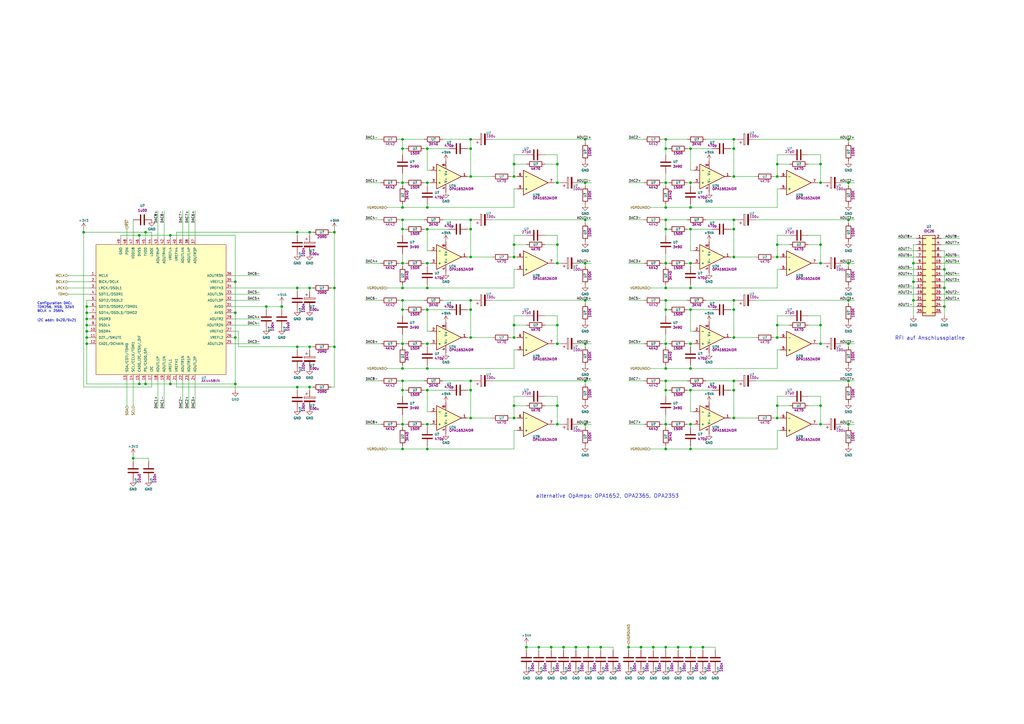
<source format=kicad_sch>
(kicad_sch (version 20211123) (generator eeschema)
  (paper "A3")
  (title_block (title "freeDSP Aurora") (date "24.7.2018") (rev "1.0.0") (company "auverdion"))
  (junction (at 300.99 60.96))
  (junction (at 273.05 123.19))
  (junction (at 193.04 123.19))
  (junction (at 35.56 130.81))
  (junction (at 127 158.75))
  (junction (at 96.52 138.43))
  (junction (at 241.3 265.43))
  (junction (at 165.1 90.17))
  (junction (at 165.1 60.96))
  (junction (at 165.1 184.15))
  (junction (at 273.05 140.97))
  (junction (at 240.03 57.15))
  (junction (at 193.04 171.45))
  (junction (at 240.03 107.95))
  (junction (at 210.82 67.31))
  (junction (at 267.97 265.43))
  (junction (at 236.22 265.43))
  (junction (at 228.6 133.35))
  (junction (at 210.82 171.45))
  (junction (at 121.92 95.25))
  (junction (at 283.21 184.15))
  (junction (at 318.77 105.41))
  (junction (at 300.99 57.15))
  (junction (at 175.26 127))
  (junction (at 336.55 140.97))
  (junction (at 387.35 118.11))
  (junction (at 96.52 115.57))
  (junction (at 210.82 72.39))
  (junction (at 240.03 90.17))
  (junction (at 347.98 156.21))
  (junction (at 175.26 151.13))
  (junction (at 300.99 72.39))
  (junction (at 165.1 118.11))
  (junction (at 300.99 123.19))
  (junction (at 109.22 125.73))
  (junction (at 273.05 85.09))
  (junction (at 347.98 173.99))
  (junction (at 318.77 72.39))
  (junction (at 121.92 158.75))
  (junction (at 175.26 60.96))
  (junction (at 165.1 151.13))
  (junction (at 240.03 140.97))
  (junction (at 283.21 265.43))
  (junction (at 228.6 166.37))
  (junction (at 210.82 105.41))
  (junction (at 231.14 265.43))
  (junction (at 283.21 151.13))
  (junction (at 228.6 107.95))
  (junction (at 300.99 105.41))
  (junction (at 35.56 140.97))
  (junction (at 374.65 115.57))
  (junction (at 35.56 138.43))
  (junction (at 35.56 135.89))
  (junction (at 262.89 265.43))
  (junction (at 283.21 85.09))
  (junction (at 283.21 140.97))
  (junction (at 300.99 90.17))
  (junction (at 121.92 142.24))
  (junction (at 347.98 74.93))
  (junction (at 210.82 100.33))
  (junction (at 210.82 166.37))
  (junction (at 273.05 90.17))
  (junction (at 347.98 107.95))
  (junction (at 165.1 93.98))
  (junction (at 283.21 60.96))
  (junction (at 59.69 95.25))
  (junction (at 318.77 171.45))
  (junction (at 193.04 127))
  (junction (at 283.21 93.98))
  (junction (at 300.99 160.02))
  (junction (at 165.1 107.95))
  (junction (at 193.04 60.96))
  (junction (at 273.05 160.02))
  (junction (at 347.98 57.15))
  (junction (at 193.04 105.41))
  (junction (at 240.03 173.99))
  (junction (at 193.04 72.39))
  (junction (at 165.1 127))
  (junction (at 210.82 138.43))
  (junction (at 273.05 60.96))
  (junction (at 246.38 265.43))
  (junction (at 59.69 157.48))
  (junction (at 283.21 173.99))
  (junction (at 57.15 96.52))
  (junction (at 273.05 184.15))
  (junction (at 240.03 74.93))
  (junction (at 374.65 123.19))
  (junction (at 165.1 156.21))
  (junction (at 387.35 125.73))
  (junction (at 35.56 125.73))
  (junction (at 300.99 127))
  (junction (at 273.05 265.43))
  (junction (at 273.05 118.11))
  (junction (at 175.26 85.09))
  (junction (at 34.29 95.25))
  (junction (at 228.6 140.97))
  (junction (at 175.26 140.97))
  (junction (at 336.55 173.99))
  (junction (at 210.82 133.35))
  (junction (at 228.6 67.31))
  (junction (at 273.05 57.15))
  (junction (at 300.99 156.21))
  (junction (at 318.77 133.35))
  (junction (at 336.55 133.35))
  (junction (at 137.16 95.25))
  (junction (at 288.29 265.43))
  (junction (at 165.1 123.19))
  (junction (at 127 95.25))
  (junction (at 193.04 93.98))
  (junction (at 54.61 187.96))
  (junction (at 193.04 138.43))
  (junction (at 228.6 100.33))
  (junction (at 336.55 166.37))
  (junction (at 283.21 127))
  (junction (at 283.21 107.95))
  (junction (at 273.05 93.98))
  (junction (at 215.9 265.43))
  (junction (at 278.13 265.43))
  (junction (at 165.1 74.93))
  (junction (at 127 142.24))
  (junction (at 273.05 107.95))
  (junction (at 193.04 57.15))
  (junction (at 318.77 100.33))
  (junction (at 318.77 138.43))
  (junction (at 273.05 156.21))
  (junction (at 96.52 128.27))
  (junction (at 226.06 265.43))
  (junction (at 336.55 74.93))
  (junction (at 318.77 67.31))
  (junction (at 283.21 74.93))
  (junction (at 175.26 107.95))
  (junction (at 220.98 265.43))
  (junction (at 175.26 74.93))
  (junction (at 283.21 118.11))
  (junction (at 165.1 160.02))
  (junction (at 115.57 125.73))
  (junction (at 336.55 100.33))
  (junction (at 273.05 127))
  (junction (at 257.81 265.43))
  (junction (at 193.04 160.02))
  (junction (at 283.21 160.02))
  (junction (at 96.52 157.48))
  (junction (at 240.03 123.19))
  (junction (at 300.99 171.45))
  (junction (at 127 118.11))
  (junction (at 347.98 140.97))
  (junction (at 273.05 74.93))
  (junction (at 374.65 107.95))
  (junction (at 318.77 166.37))
  (junction (at 175.26 93.98))
  (junction (at 175.26 160.02))
  (junction (at 336.55 107.95))
  (junction (at 165.1 57.15))
  (junction (at 273.05 151.13))
  (junction (at 300.99 138.43))
  (junction (at 228.6 74.93))
  (junction (at 35.56 128.27))
  (junction (at 193.04 156.21))
  (junction (at 228.6 173.99))
  (junction (at 137.16 118.11))
  (junction (at 121.92 118.11))
  (junction (at 193.04 90.17))
  (junction (at 175.26 173.99))
  (junction (at 35.56 133.35))
  (junction (at 347.98 123.19))
  (junction (at 240.03 156.21))
  (junction (at 165.1 140.97))
  (junction (at 175.26 118.11))
  (junction (at 336.55 67.31))
  (junction (at 300.99 93.98))
  (junction (at 69.85 157.48))
  (junction (at 165.1 85.09))
  (junction (at 387.35 110.49))
  (junction (at 137.16 142.24))
  (junction (at 69.85 96.52))
  (junction (at 273.05 173.99))
  (junction (at 347.98 90.17))
  (junction (at 175.26 184.15))
  (junction (at 57.15 157.48))
  (junction (at 165.1 173.99))
  (wire (pts (xy 273.05 104.14) (xy 273.05 107.95)))
  (wire (pts (xy 241.3 265.43) (xy 246.38 265.43)))
  (wire (pts (xy 165.1 71.12) (xy 165.1 74.93)))
  (wire (pts (xy 273.05 60.96) (xy 273.05 63.5)))
  (wire (pts (xy 181.61 57.15) (xy 193.04 57.15)))
  (wire (pts (xy 175.26 93.98) (xy 184.15 93.98)))
  (wire (pts (xy 273.05 156.21) (xy 273.05 160.02)))
  (wire (pts (xy 228.6 100.33) (xy 223.52 100.33)))
  (wire (pts (xy 300.99 93.98) (xy 299.72 93.98)))
  (wire (pts (xy 156.21 173.99) (xy 149.86 173.99)))
  (wire (pts (xy 323.85 100.33) (xy 318.77 100.33)))
  (wire (pts (xy 95.25 140.97) (xy 106.68 140.97)))
  (wire (pts (xy 95.25 120.65) (xy 106.68 120.65)))
  (wire (pts (xy 289.56 123.19) (xy 300.99 123.19)))
  (wire (pts (xy 281.94 60.96) (xy 283.21 60.96)))
  (wire (pts (xy 347.98 76.2) (xy 347.98 74.93)))
  (wire (pts (xy 54.61 187.96) (xy 54.61 189.23)))
  (wire (pts (xy 267.97 265.43) (xy 273.05 265.43)))
  (wire (pts (xy 241.3 265.43) (xy 241.3 266.7)))
  (wire (pts (xy 347.98 140.97) (xy 350.52 140.97)))
  (wire (pts (xy 228.6 133.35) (xy 228.6 140.97)))
  (wire (pts (xy 273.05 85.09) (xy 283.21 85.09)))
  (wire (pts (xy 156.21 57.15) (xy 149.86 57.15)))
  (wire (pts (xy 347.98 142.24) (xy 347.98 140.97)))
  (wire (pts (xy 127 158.75) (xy 127 160.02)))
  (wire (pts (xy 95.25 135.89) (xy 97.79 135.89)))
  (wire (pts (xy 264.16 107.95) (xy 257.81 107.95)))
  (wire (pts (xy 228.6 63.5) (xy 228.6 67.31)))
  (wire (pts (xy 318.77 118.11) (xy 318.77 110.49)))
  (wire (pts (xy 262.89 265.43) (xy 262.89 266.7)))
  (wire (pts (xy 318.77 176.53) (xy 320.04 176.53)))
  (wire (pts (xy 299.72 105.41) (xy 300.99 105.41)))
  (wire (pts (xy 347.98 109.22) (xy 347.98 107.95)))
  (wire (pts (xy 273.05 173.99) (xy 273.05 175.26)))
  (wire (pts (xy 165.1 107.95) (xy 165.1 109.22)))
  (wire (pts (xy 36.83 133.35) (xy 35.56 133.35)))
  (wire (pts (xy 278.13 265.43) (xy 283.21 265.43)))
  (wire (pts (xy 273.05 265.43) (xy 273.05 266.7)))
  (wire (pts (xy 289.56 57.15) (xy 300.99 57.15)))
  (wire (pts (xy 59.69 156.21) (xy 59.69 157.48)))
  (wire (pts (xy 165.1 156.21) (xy 165.1 160.02)))
  (wire (pts (xy 273.05 151.13) (xy 283.21 151.13)))
  (wire (pts (xy 228.6 100.33) (xy 228.6 107.95)))
  (wire (pts (xy 173.99 93.98) (xy 175.26 93.98)))
  (wire (pts (xy 273.05 93.98) (xy 273.05 96.52)))
  (wire (pts (xy 166.37 60.96) (xy 165.1 60.96)))
  (wire (pts (xy 173.99 160.02) (xy 175.26 160.02)))
  (wire (pts (xy 227.33 74.93) (xy 228.6 74.93)))
  (wire (pts (xy 181.61 123.19) (xy 193.04 123.19)))
  (wire (pts (xy 64.77 97.79) (xy 64.77 86.36)))
  (wire (pts (xy 284.48 168.91) (xy 283.21 168.91)))
  (wire (pts (xy 274.32 93.98) (xy 273.05 93.98)))
  (wire (pts (xy 193.04 123.19) (xy 194.31 123.19)))
  (wire (pts (xy 175.26 118.11) (xy 175.26 116.84)))
  (wire (pts (xy 317.5 72.39) (xy 318.77 72.39)))
  (wire (pts (xy 273.05 140.97) (xy 274.32 140.97)))
  (wire (pts (xy 27.94 113.03) (xy 36.83 113.03)))
  (wire (pts (xy 127 95.25) (xy 127 96.52)))
  (wire (pts (xy 210.82 63.5) (xy 210.82 67.31)))
  (wire (pts (xy 34.29 158.75) (xy 34.29 95.25)))
  (wire (pts (xy 347.98 173.99) (xy 350.52 173.99)))
  (wire (pts (xy 77.47 156.21) (xy 77.47 167.64)))
  (wire (pts (xy 215.9 265.43) (xy 215.9 266.7)))
  (wire (pts (xy 318.77 63.5) (xy 318.77 67.31)))
  (wire (pts (xy 193.04 57.15) (xy 194.31 57.15)))
  (wire (pts (xy 300.99 105.41) (xy 309.88 105.41)))
  (wire (pts (xy 36.83 128.27) (xy 35.56 128.27)))
  (wire (pts (xy 281.94 127) (xy 283.21 127)))
  (wire (pts (xy 386.08 115.57) (xy 393.7 115.57)))
  (wire (pts (xy 274.32 60.96) (xy 273.05 60.96)))
  (wire (pts (xy 72.39 158.75) (xy 121.92 158.75)))
  (wire (pts (xy 347.98 91.44) (xy 347.98 90.17)))
  (wire (pts (xy 317.5 138.43) (xy 318.77 138.43)))
  (wire (pts (xy 97.79 142.24) (xy 121.92 142.24)))
  (wire (pts (xy 240.03 157.48) (xy 240.03 156.21)))
  (wire (pts (xy 240.03 124.46) (xy 240.03 123.19)))
  (wire (pts (xy 335.28 173.99) (xy 336.55 173.99)))
  (wire (pts (xy 347.98 156.21) (xy 350.52 156.21)))
  (wire (pts (xy 273.05 90.17) (xy 281.94 90.17)))
  (wire (pts (xy 227.33 140.97) (xy 228.6 140.97)))
  (wire (pts (xy 175.26 168.91) (xy 175.26 160.02)))
  (wire (pts (xy 175.26 102.87) (xy 175.26 93.98)))
  (wire (pts (xy 262.89 265.43) (xy 267.97 265.43)))
  (wire (pts (xy 158.75 85.09) (xy 165.1 85.09)))
  (wire (pts (xy 165.1 85.09) (xy 175.26 85.09)))
  (wire (pts (xy 201.93 123.19) (xy 240.03 123.19)))
  (wire (pts (xy 246.38 265.43) (xy 251.46 265.43)))
  (wire (pts (xy 240.03 91.44) (xy 240.03 90.17)))
  (wire (pts (xy 283.21 265.43) (xy 283.21 266.7)))
  (wire (pts (xy 74.93 97.79) (xy 74.93 86.36)))
  (wire (pts (xy 69.85 156.21) (xy 69.85 157.48)))
  (wire (pts (xy 163.83 57.15) (xy 165.1 57.15)))
  (wire (pts (xy 281.94 107.95) (xy 283.21 107.95)))
  (wire (pts (xy 231.14 265.43) (xy 236.22 265.43)))
  (wire (pts (xy 300.99 123.19) (xy 300.99 127)))
  (wire (pts (xy 386.08 100.33) (xy 393.7 100.33)))
  (wire (pts (xy 283.21 74.93) (xy 284.48 74.93)))
  (wire (pts (xy 165.1 107.95) (xy 166.37 107.95)))
  (wire (pts (xy 191.77 72.39) (xy 193.04 72.39)))
  (wire (pts (xy 347.98 58.42) (xy 347.98 57.15)))
  (wire (pts (xy 165.1 173.99) (xy 166.37 173.99)))
  (wire (pts (xy 193.04 171.45) (xy 201.93 171.45)))
  (wire (pts (xy 336.55 107.95) (xy 337.82 107.95)))
  (wire (pts (xy 331.47 129.54) (xy 336.55 129.54)))
  (wire (pts (xy 209.55 138.43) (xy 210.82 138.43)))
  (wire (pts (xy 35.56 157.48) (xy 57.15 157.48)))
  (wire (pts (xy 273.05 184.15) (xy 283.21 184.15)))
  (wire (pts (xy 283.21 160.02) (xy 292.1 160.02)))
  (wire (pts (xy 387.35 125.73) (xy 387.35 129.54)))
  (wire (pts (xy 193.04 57.15) (xy 193.04 60.96)))
  (wire (pts (xy 210.82 105.41) (xy 212.09 105.41)))
  (wire (pts (xy 95.25 133.35) (xy 106.68 133.35)))
  (wire (pts (xy 220.98 265.43) (xy 226.06 265.43)))
  (wire (pts (xy 69.85 97.79) (xy 69.85 96.52)))
  (wire (pts (xy 318.77 166.37) (xy 318.77 171.45)))
  (wire (pts (xy 210.82 72.39) (xy 212.09 72.39)))
  (wire (pts (xy 273.05 173.99) (xy 274.32 173.99)))
  (wire (pts (xy 193.04 160.02) (xy 191.77 160.02)))
  (wire (pts (xy 57.15 96.52) (xy 69.85 96.52)))
  (wire (pts (xy 163.83 173.99) (xy 165.1 173.99)))
  (wire (pts (xy 228.6 140.97) (xy 229.87 140.97)))
  (wire (pts (xy 347.98 175.26) (xy 347.98 173.99)))
  (wire (pts (xy 375.92 110.49) (xy 368.3 110.49)))
  (wire (pts (xy 165.1 184.15) (xy 175.26 184.15)))
  (wire (pts (xy 273.05 74.93) (xy 274.32 74.93)))
  (wire (pts (xy 273.05 140.97) (xy 273.05 142.24)))
  (wire (pts (xy 300.99 127) (xy 299.72 127)))
  (wire (pts (xy 300.99 171.45) (xy 309.88 171.45)))
  (wire (pts (xy 335.28 140.97) (xy 336.55 140.97)))
  (wire (pts (xy 300.99 156.21) (xy 302.26 156.21)))
  (wire (pts (xy 127 118.11) (xy 128.27 118.11)))
  (wire (pts (xy 336.55 100.33) (xy 331.47 100.33)))
  (wire (pts (xy 323.85 133.35) (xy 318.77 133.35)))
  (wire (pts (xy 318.77 143.51) (xy 320.04 143.51)))
  (wire (pts (xy 163.83 90.17) (xy 165.1 90.17)))
  (wire (pts (xy 165.1 123.19) (xy 173.99 123.19)))
  (wire (pts (xy 240.03 74.93) (xy 242.57 74.93)))
  (wire (pts (xy 386.08 105.41) (xy 393.7 105.41)))
  (wire (pts (xy 215.9 129.54) (xy 210.82 129.54)))
  (wire (pts (xy 35.56 138.43) (xy 35.56 140.97)))
  (wire (pts (xy 318.77 77.47) (xy 320.04 77.47)))
  (wire (pts (xy 137.16 142.24) (xy 135.89 142.24)))
  (wire (pts (xy 156.21 140.97) (xy 149.86 140.97)))
  (wire (pts (xy 347.98 107.95) (xy 350.52 107.95)))
  (wire (pts (xy 173.99 74.93) (xy 175.26 74.93)))
  (wire (pts (xy 386.08 113.03) (xy 393.7 113.03)))
  (wire (pts (xy 127 118.11) (xy 127 119.38)))
  (wire (pts (xy 240.03 142.24) (xy 240.03 140.97)))
  (wire (pts (xy 209.55 105.41) (xy 210.82 105.41)))
  (wire (pts (xy 215.9 264.16) (xy 215.9 265.43)))
  (wire (pts (xy 336.55 67.31) (xy 336.55 74.93)))
  (wire (pts (xy 283.21 168.91) (xy 283.21 160.02)))
  (wire (pts (xy 165.1 140.97) (xy 165.1 142.24)))
  (wire (pts (xy 345.44 140.97) (xy 347.98 140.97)))
  (wire (pts (xy 158.75 151.13) (xy 165.1 151.13)))
  (wire (pts (xy 175.26 74.93) (xy 176.53 74.93)))
  (wire (pts (xy 175.26 151.13) (xy 210.82 151.13)))
  (wire (pts (xy 273.05 90.17) (xy 273.05 93.98)))
  (wire (pts (xy 109.22 125.73) (xy 109.22 127)))
  (wire (pts (xy 283.21 151.13) (xy 318.77 151.13)))
  (wire (pts (xy 240.03 107.95) (xy 242.57 107.95)))
  (wire (pts (xy 210.82 96.52) (xy 210.82 100.33)))
  (wire (pts (xy 137.16 118.11) (xy 137.16 142.24)))
  (wire (pts (xy 67.31 156.21) (xy 67.31 167.64)))
  (wire (pts (xy 201.93 57.15) (xy 240.03 57.15)))
  (wire (pts (xy 318.77 171.45) (xy 320.04 171.45)))
  (wire (pts (xy 264.16 90.17) (xy 257.81 90.17)))
  (wire (pts (xy 283.21 175.26) (xy 283.21 173.99)))
  (wire (pts (xy 336.55 74.93) (xy 337.82 74.93)))
  (wire (pts (xy 175.26 85.09) (xy 175.26 83.82)))
  (wire (pts (xy 193.04 123.19) (xy 193.04 127)))
  (wire (pts (xy 215.9 133.35) (xy 210.82 133.35)))
  (wire (pts (xy 72.39 158.75) (xy 72.39 156.21)))
  (wire (pts (xy 77.47 97.79) (xy 77.47 86.36)))
  (wire (pts (xy 240.03 109.22) (xy 240.03 107.95)))
  (wire (pts (xy 209.55 72.39) (xy 210.82 72.39)))
  (wire (pts (xy 193.04 93.98) (xy 193.04 105.41)))
  (wire (pts (xy 300.99 57.15) (xy 300.99 60.96)))
  (wire (pts (xy 375.92 120.65) (xy 368.3 120.65)))
  (wire (pts (xy 121.92 142.24) (xy 121.92 143.51)))
  (wire (pts (xy 300.99 160.02) (xy 299.72 160.02)))
  (wire (pts (xy 210.82 118.11) (xy 210.82 110.49)))
  (wire (pts (xy 266.7 118.11) (xy 273.05 118.11)))
  (wire (pts (xy 281.94 140.97) (xy 283.21 140.97)))
  (wire (pts (xy 386.08 110.49) (xy 387.35 110.49)))
  (wire (pts (xy 127 158.75) (xy 128.27 158.75)))
  (wire (pts (xy 166.37 127) (xy 165.1 127)))
  (wire (pts (xy 165.1 104.14) (xy 165.1 107.95)))
  (wire (pts (xy 374.65 100.33) (xy 374.65 107.95)))
  (wire (pts (xy 318.77 133.35) (xy 318.77 138.43)))
  (wire (pts (xy 223.52 63.5) (xy 228.6 63.5)))
  (wire (pts (xy 323.85 63.5) (xy 318.77 63.5)))
  (wire (pts (xy 331.47 63.5) (xy 336.55 63.5)))
  (wire (pts (xy 193.04 156.21) (xy 194.31 156.21)))
  (wire (pts (xy 227.33 173.99) (xy 228.6 173.99)))
  (wire (pts (xy 36.83 125.73) (xy 35.56 125.73)))
  (wire (pts (xy 266.7 85.09) (xy 273.05 85.09)))
  (wire (pts (xy 317.5 171.45) (xy 318.77 171.45)))
  (wire (pts (xy 193.04 160.02) (xy 193.04 171.45)))
  (wire (pts (xy 95.25 138.43) (xy 96.52 138.43)))
  (wire (pts (xy 165.1 74.93) (xy 166.37 74.93)))
  (wire (pts (xy 210.82 171.45) (xy 212.09 171.45)))
  (wire (pts (xy 59.69 97.79) (xy 59.69 95.25)))
  (wire (pts (xy 95.25 125.73) (xy 109.22 125.73)))
  (wire (pts (xy 375.92 100.33) (xy 374.65 100.33)))
  (wire (pts (xy 226.06 265.43) (xy 226.06 266.7)))
  (wire (pts (xy 175.26 85.09) (xy 210.82 85.09)))
  (wire (pts (xy 283.21 76.2) (xy 283.21 74.93)))
  (wire (pts (xy 201.93 90.17) (xy 240.03 90.17)))
  (wire (pts (xy 165.1 173.99) (xy 165.1 175.26)))
  (wire (pts (xy 156.21 123.19) (xy 149.86 123.19)))
  (wire (pts (xy 374.65 115.57) (xy 374.65 123.19)))
  (wire (pts (xy 240.03 123.19) (xy 242.57 123.19)))
  (wire (pts (xy 35.56 123.19) (xy 35.56 125.73)))
  (wire (pts (xy 121.92 142.24) (xy 127 142.24)))
  (wire (pts (xy 95.25 128.27) (xy 96.52 128.27)))
  (wire (pts (xy 163.83 156.21) (xy 165.1 156.21)))
  (wire (pts (xy 271.78 156.21) (xy 273.05 156.21)))
  (wire (pts (xy 35.56 140.97) (xy 36.83 140.97)))
  (wire (pts (xy 210.82 184.15) (xy 210.82 176.53)))
  (wire (pts (xy 165.1 140.97) (xy 166.37 140.97)))
  (wire (pts (xy 300.99 60.96) (xy 300.99 72.39)))
  (wire (pts (xy 336.55 129.54) (xy 336.55 133.35)))
  (wire (pts (xy 95.25 130.81) (xy 106.68 130.81)))
  (wire (pts (xy 165.1 151.13) (xy 175.26 151.13)))
  (wire (pts (xy 215.9 63.5) (xy 210.82 63.5)))
  (wire (pts (xy 72.39 95.25) (xy 121.92 95.25)))
  (wire (pts (xy 156.21 156.21) (xy 149.86 156.21)))
  (wire (pts (xy 273.05 156.21) (xy 281.94 156.21)))
  (wire (pts (xy 165.1 93.98) (xy 165.1 96.52)))
  (wire (pts (xy 236.22 265.43) (xy 236.22 266.7)))
  (wire (pts (xy 318.77 138.43) (xy 320.04 138.43)))
  (wire (pts (xy 127 95.25) (xy 128.27 95.25)))
  (wire (pts (xy 228.6 67.31) (xy 223.52 67.31)))
  (wire (pts (xy 165.1 137.16) (xy 165.1 140.97)))
  (wire (pts (xy 273.05 85.09) (xy 273.05 83.82)))
  (wire (pts (xy 193.04 60.96) (xy 191.77 60.96)))
  (wire (pts (xy 165.1 118.11) (xy 165.1 116.84)))
  (wire (pts (xy 300.99 72.39) (xy 309.88 72.39)))
  (wire (pts (xy 318.77 129.54) (xy 318.77 133.35)))
  (wire (pts (xy 60.96 187.96) (xy 54.61 187.96)))
  (wire (pts (xy 273.05 160.02) (xy 273.05 162.56)))
  (wire (pts (xy 283.21 118.11) (xy 318.77 118.11)))
  (wire (pts (xy 165.1 160.02) (xy 165.1 162.56)))
  (wire (pts (xy 62.23 95.25) (xy 62.23 97.79)))
  (wire (pts (xy 240.03 57.15) (xy 242.57 57.15)))
  (wire (pts (xy 34.29 95.25) (xy 59.69 95.25)))
  (wire (pts (xy 336.55 166.37) (xy 331.47 166.37)))
  (wire (pts (xy 273.05 123.19) (xy 273.05 127)))
  (wire (pts (xy 193.04 105.41) (xy 201.93 105.41)))
  (wire (pts (xy 375.92 105.41) (xy 368.3 105.41)))
  (wire (pts (xy 175.26 76.2) (xy 175.26 74.93)))
  (wire (pts (xy 336.55 166.37) (xy 336.55 173.99)))
  (wire (pts (xy 374.65 123.19) (xy 374.65 129.54)))
  (wire (pts (xy 35.56 135.89) (xy 35.56 138.43)))
  (wire (pts (xy 191.77 138.43) (xy 193.04 138.43)))
  (wire (pts (xy 210.82 143.51) (xy 212.09 143.51)))
  (wire (pts (xy 300.99 127) (xy 300.99 138.43)))
  (wire (pts (xy 173.99 173.99) (xy 175.26 173.99)))
  (wire (pts (xy 165.1 184.15) (xy 165.1 182.88)))
  (wire (pts (xy 137.16 118.11) (xy 135.89 118.11)))
  (wire (pts (xy 72.39 95.25) (xy 72.39 97.79)))
  (wire (pts (xy 137.16 158.75) (xy 135.89 158.75)))
  (wire (pts (xy 251.46 265.43) (xy 251.46 266.7)))
  (wire (pts (xy 67.31 97.79) (xy 67.31 86.36)))
  (wire (pts (xy 228.6 74.93) (xy 229.87 74.93)))
  (wire (pts (xy 173.99 107.95) (xy 175.26 107.95)))
  (wire (pts (xy 215.9 67.31) (xy 210.82 67.31)))
  (wire (pts (xy 175.26 142.24) (xy 175.26 140.97)))
  (wire (pts (xy 273.05 137.16) (xy 273.05 140.97)))
  (wire (pts (xy 165.1 90.17) (xy 173.99 90.17)))
  (wire (pts (xy 273.05 184.15) (xy 273.05 182.88)))
  (wire (pts (xy 323.85 129.54) (xy 318.77 129.54)))
  (wire (pts (xy 181.61 90.17) (xy 193.04 90.17)))
  (wire (pts (xy 175.26 135.89) (xy 175.26 127)))
  (wire (pts (xy 226.06 265.43) (xy 231.14 265.43)))
  (wire (pts (xy 386.08 97.79) (xy 393.7 97.79)))
  (wire (pts (xy 273.05 118.11) (xy 283.21 118.11)))
  (wire (pts (xy 335.28 74.93) (xy 336.55 74.93)))
  (wire (pts (xy 278.13 265.43) (xy 278.13 266.7)))
  (wire (pts (xy 283.21 107.95) (xy 284.48 107.95)))
  (wire (pts (xy 300.99 90.17) (xy 302.26 90.17)))
  (wire (pts (xy 336.55 96.52) (xy 336.55 100.33)))
  (wire (pts (xy 267.97 265.43) (xy 267.97 266.7)))
  (wire (pts (xy 49.53 96.52) (xy 57.15 96.52)))
  (wire (pts (xy 95.25 123.19) (xy 106.68 123.19)))
  (wire (pts (xy 283.21 85.09) (xy 318.77 85.09)))
  (wire (pts (xy 283.21 140.97) (xy 284.48 140.97)))
  (wire (pts (xy 283.21 151.13) (xy 283.21 149.86)))
  (wire (pts (xy 121.92 95.25) (xy 121.92 96.52)))
  (wire (pts (xy 273.05 107.95) (xy 273.05 109.22)))
  (wire (pts (xy 193.04 72.39) (xy 201.93 72.39)))
  (wire (pts (xy 36.83 130.81) (xy 35.56 130.81)))
  (wire (pts (xy 163.83 123.19) (xy 165.1 123.19)))
  (wire (pts (xy 209.55 171.45) (xy 210.82 171.45)))
  (wire (pts (xy 181.61 156.21) (xy 193.04 156.21)))
  (wire (pts (xy 193.04 127) (xy 193.04 138.43)))
  (wire (pts (xy 231.14 265.43) (xy 231.14 266.7)))
  (wire (pts (xy 318.77 85.09) (xy 318.77 77.47)))
  (wire (pts (xy 318.77 96.52) (xy 318.77 100.33)))
  (wire (pts (xy 284.48 69.85) (xy 283.21 69.85)))
  (wire (pts (xy 135.89 95.25) (xy 137.16 95.25)))
  (wire (pts (xy 158.75 184.15) (xy 165.1 184.15)))
  (wire (pts (xy 35.56 125.73) (xy 35.56 128.27)))
  (wire (pts (xy 237.49 107.95) (xy 240.03 107.95)))
  (wire (pts (xy 318.77 162.56) (xy 318.77 166.37)))
  (wire (pts (xy 283.21 93.98) (xy 292.1 93.98)))
  (wire (pts (xy 283.21 184.15) (xy 283.21 182.88)))
  (wire (pts (xy 283.21 102.87) (xy 283.21 93.98)))
  (wire (pts (xy 273.05 57.15) (xy 281.94 57.15)))
  (wire (pts (xy 156.21 107.95) (xy 149.86 107.95)))
  (wire (pts (xy 283.21 60.96) (xy 292.1 60.96)))
  (wire (pts (xy 347.98 57.15) (xy 350.52 57.15)))
  (wire (pts (xy 271.78 57.15) (xy 273.05 57.15)))
  (wire (pts (xy 271.78 90.17) (xy 273.05 90.17)))
  (wire (pts (xy 210.82 110.49) (xy 212.09 110.49)))
  (wire (pts (xy 62.23 158.75) (xy 62.23 156.21)))
  (wire (pts (xy 193.04 156.21) (xy 193.04 160.02)))
  (wire (pts (xy 228.6 162.56) (xy 228.6 166.37)))
  (wire (pts (xy 156.21 74.93) (xy 149.86 74.93)))
  (wire (pts (xy 281.94 173.99) (xy 283.21 173.99)))
  (wire (pts (xy 210.82 151.13) (xy 210.82 143.51)))
  (wire (pts (xy 60.96 189.23) (xy 60.96 187.96)))
  (wire (pts (xy 283.21 184.15) (xy 318.77 184.15)))
  (wire (pts (xy 49.53 97.79) (xy 49.53 96.52)))
  (wire (pts (xy 54.61 166.37) (xy 54.61 156.21)))
  (wire (pts (xy 228.6 107.95) (xy 229.87 107.95)))
  (wire (pts (xy 300.99 156.21) (xy 300.99 160.02)))
  (wire (pts (xy 271.78 140.97) (xy 273.05 140.97)))
  (wire (pts (xy 246.38 265.43) (xy 246.38 266.7)))
  (wire (pts (xy 69.85 157.48) (xy 96.52 157.48)))
  (wire (pts (xy 386.08 120.65) (xy 393.7 120.65)))
  (wire (pts (xy 336.55 67.31) (xy 331.47 67.31)))
  (wire (pts (xy 284.48 102.87) (xy 283.21 102.87)))
  (wire (pts (xy 288.29 265.43) (xy 293.37 265.43)))
  (wire (pts (xy 228.6 166.37) (xy 228.6 173.99)))
  (wire (pts (xy 35.56 130.81) (xy 35.56 133.35)))
  (wire (pts (xy 96.52 128.27) (xy 96.52 138.43)))
  (wire (pts (xy 387.35 118.11) (xy 387.35 125.73)))
  (wire (pts (xy 257.81 264.16) (xy 257.81 265.43)))
  (wire (pts (xy 96.52 115.57) (xy 96.52 128.27)))
  (wire (pts (xy 220.98 265.43) (xy 220.98 266.7)))
  (wire (pts (xy 347.98 123.19) (xy 350.52 123.19)))
  (wire (pts (xy 165.1 60.96) (xy 165.1 63.5)))
  (wire (pts (xy 215.9 100.33) (xy 210.82 100.33)))
  (wire (pts (xy 240.03 175.26) (xy 240.03 173.99)))
  (wire (pts (xy 52.07 97.79) (xy 52.07 93.98)))
  (wire (pts (xy 309.88 57.15) (xy 347.98 57.15)))
  (wire (pts (xy 193.04 127) (xy 191.77 127)))
  (wire (pts (xy 318.77 67.31) (xy 318.77 72.39)))
  (wire (pts (xy 57.15 157.48) (xy 59.69 157.48)))
  (wire (pts (xy 283.21 109.22) (xy 283.21 107.95)))
  (wire (pts (xy 35.56 138.43) (xy 36.83 138.43)))
  (wire (pts (xy 228.6 166.37) (xy 223.52 166.37)))
  (wire (pts (xy 375.92 113.03) (xy 368.3 113.03)))
  (wire (pts (xy 331.47 96.52) (xy 336.55 96.52)))
  (wire (pts (xy 175.26 109.22) (xy 175.26 107.95)))
  (wire (pts (xy 137.16 95.25) (xy 137.16 118.11)))
  (wire (pts (xy 273.05 265.43) (xy 278.13 265.43)))
  (wire (pts (xy 300.99 93.98) (xy 300.99 105.41)))
  (wire (pts (xy 223.52 162.56) (xy 228.6 162.56)))
  (wire (pts (xy 273.05 127) (xy 273.05 129.54)))
  (wire (pts (xy 191.77 171.45) (xy 193.04 171.45)))
  (wire (pts (xy 283.21 135.89) (xy 283.21 127)))
  (wire (pts (xy 74.93 156.21) (xy 74.93 167.64)))
  (wire (pts (xy 175.26 107.95) (xy 176.53 107.95)))
  (wire (pts (xy 64.77 156.21) (xy 64.77 167.64)))
  (wire (pts (xy 318.77 110.49) (xy 320.04 110.49)))
  (wire (pts (xy 228.6 96.52) (xy 228.6 100.33)))
  (wire (pts (xy 121.92 158.75) (xy 121.92 160.02)))
  (wire (pts (xy 273.05 170.18) (xy 273.05 173.99)))
  (wire (pts (xy 375.92 102.87) (xy 368.3 102.87)))
  (wire (pts (xy 288.29 265.43) (xy 288.29 266.7)))
  (wire (pts (xy 97.79 135.89) (xy 97.79 142.24)))
  (wire (pts (xy 228.6 173.99) (xy 229.87 173.99)))
  (wire (pts (xy 274.32 127) (xy 273.05 127)))
  (wire (pts (xy 175.26 175.26) (xy 175.26 173.99)))
  (wire (pts (xy 281.94 74.93) (xy 283.21 74.93)))
  (wire (pts (xy 283.21 69.85) (xy 283.21 60.96)))
  (wire (pts (xy 27.94 118.11) (xy 36.83 118.11)))
  (wire (pts (xy 323.85 67.31) (xy 318.77 67.31)))
  (wire (pts (xy 165.1 57.15) (xy 165.1 60.96)))
  (wire (pts (xy 300.99 138.43) (xy 309.88 138.43)))
  (wire (pts (xy 240.03 58.42) (xy 240.03 57.15)))
  (wire (pts (xy 193.04 90.17) (xy 193.04 93.98)))
  (wire (pts (xy 237.49 173.99) (xy 240.03 173.99)))
  (wire (pts (xy 166.37 160.02) (xy 165.1 160.02)))
  (wire (pts (xy 52.07 166.37) (xy 52.07 156.21)))
  (wire (pts (xy 228.6 129.54) (xy 228.6 133.35)))
  (wire (pts (xy 237.49 74.93) (xy 240.03 74.93)))
  (wire (pts (xy 335.28 107.95) (xy 336.55 107.95)))
  (wire (pts (xy 95.25 118.11) (xy 121.92 118.11)))
  (wire (pts (xy 283.21 127) (xy 292.1 127)))
  (wire (pts (xy 264.16 173.99) (xy 257.81 173.99)))
  (wire (pts (xy 193.04 138.43) (xy 201.93 138.43)))
  (wire (pts (xy 375.92 97.79) (xy 368.3 97.79)))
  (wire (pts (xy 336.55 140.97) (xy 337.82 140.97)))
  (wire (pts (xy 223.52 96.52) (xy 228.6 96.52)))
  (wire (pts (xy 27.94 120.65) (xy 36.83 120.65)))
  (wire (pts (xy 210.82 162.56) (xy 210.82 166.37)))
  (wire (pts (xy 300.99 160.02) (xy 300.99 171.45)))
  (wire (pts (xy 176.53 69.85) (xy 175.26 69.85)))
  (wire (pts (xy 345.44 173.99) (xy 347.98 173.99)))
  (wire (pts (xy 300.99 123.19) (xy 302.26 123.19)))
  (wire (pts (xy 375.92 107.95) (xy 374.65 107.95)))
  (wire (pts (xy 165.1 90.17) (xy 165.1 93.98)))
  (wire (pts (xy 175.26 69.85) (xy 175.26 60.96)))
  (wire (pts (xy 309.88 90.17) (xy 347.98 90.17)))
  (wire (pts (xy 193.04 93.98) (xy 191.77 93.98)))
  (wire (pts (xy 115.57 125.73) (xy 115.57 127)))
  (wire (pts (xy 237.49 140.97) (xy 240.03 140.97)))
  (wire (pts (xy 300.99 90.17) (xy 300.99 93.98)))
  (wire (pts (xy 300.99 57.15) (xy 302.26 57.15)))
  (wire (pts (xy 121.92 158.75) (xy 127 158.75)))
  (wire (pts (xy 54.61 186.69) (xy 54.61 187.96)))
  (wire (pts (xy 165.1 156.21) (xy 173.99 156.21)))
  (wire (pts (xy 191.77 105.41) (xy 193.04 105.41)))
  (wire (pts (xy 374.65 107.95) (xy 374.65 115.57)))
  (wire (pts (xy 273.05 107.95) (xy 274.32 107.95)))
  (wire (pts (xy 283.21 85.09) (xy 283.21 83.82)))
  (wire (pts (xy 210.82 85.09) (xy 210.82 77.47)))
  (wire (pts (xy 175.26 127) (xy 184.15 127)))
  (wire (pts (xy 273.05 123.19) (xy 281.94 123.19)))
  (wire (pts (xy 323.85 162.56) (xy 318.77 162.56)))
  (wire (pts (xy 266.7 151.13) (xy 273.05 151.13)))
  (wire (pts (xy 165.1 170.18) (xy 165.1 173.99)))
  (wire (pts (xy 240.03 140.97) (xy 242.57 140.97)))
  (wire (pts (xy 227.33 107.95) (xy 228.6 107.95)))
  (wire (pts (xy 271.78 74.93) (xy 273.05 74.93)))
  (wire (pts (xy 345.44 74.93) (xy 347.98 74.93)))
  (wire (pts (xy 228.6 133.35) (xy 223.52 133.35)))
  (wire (pts (xy 193.04 60.96) (xy 193.04 72.39)))
  (wire (pts (xy 347.98 157.48) (xy 347.98 156.21)))
  (wire (pts (xy 264.16 57.15) (xy 257.81 57.15)))
  (wire (pts (xy 158.75 118.11) (xy 165.1 118.11)))
  (wire (pts (xy 336.55 162.56) (xy 336.55 166.37)))
  (wire (pts (xy 284.48 135.89) (xy 283.21 135.89)))
  (wire (pts (xy 375.92 125.73) (xy 368.3 125.73)))
  (wire (pts (xy 27.94 115.57) (xy 36.83 115.57)))
  (wire (pts (xy 210.82 166.37) (xy 210.82 171.45)))
  (wire (pts (xy 210.82 100.33) (xy 210.82 105.41)))
  (wire (pts (xy 273.05 118.11) (xy 273.05 116.84)))
  (wire (pts (xy 95.25 115.57) (xy 96.52 115.57)))
  (wire (pts (xy 163.83 140.97) (xy 165.1 140.97)))
  (wire (pts (xy 34.29 95.25) (xy 34.29 93.98)))
  (wire (pts (xy 35.56 128.27) (xy 35.56 130.81)))
  (wire (pts (xy 386.08 118.11) (xy 387.35 118.11)))
  (wire (pts (xy 210.82 77.47) (xy 212.09 77.47)))
  (wire (pts (xy 176.53 168.91) (xy 175.26 168.91)))
  (wire (pts (xy 323.85 166.37) (xy 318.77 166.37)))
  (wire (pts (xy 175.26 60.96) (xy 184.15 60.96)))
  (wire (pts (xy 69.85 96.52) (xy 96.52 96.52)))
  (wire (pts (xy 121.92 118.11) (xy 121.92 119.38)))
  (wire (pts (xy 210.82 67.31) (xy 210.82 72.39)))
  (wire (pts (xy 289.56 90.17) (xy 300.99 90.17)))
  (wire (pts (xy 59.69 157.48) (xy 69.85 157.48)))
  (wire (pts (xy 236.22 265.43) (xy 241.3 265.43)))
  (wire (pts (xy 374.65 123.19) (xy 375.92 123.19)))
  (wire (pts (xy 299.72 171.45) (xy 300.99 171.45)))
  (wire (pts (xy 336.55 100.33) (xy 336.55 107.95)))
  (wire (pts (xy 240.03 156.21) (xy 242.57 156.21)))
  (wire (pts (xy 215.9 166.37) (xy 210.82 166.37)))
  (wire (pts (xy 163.83 107.95) (xy 165.1 107.95)))
  (wire (pts (xy 173.99 60.96) (xy 175.26 60.96)))
  (wire (pts (xy 257.81 265.43) (xy 257.81 266.7)))
  (wire (pts (xy 54.61 97.79) (xy 54.61 90.17)))
  (wire (pts (xy 173.99 127) (xy 175.26 127)))
  (wire (pts (xy 264.16 156.21) (xy 257.81 156.21)))
  (wire (pts (xy 176.53 135.89) (xy 175.26 135.89)))
  (wire (pts (xy 387.35 125.73) (xy 386.08 125.73)))
  (wire (pts (xy 375.92 118.11) (xy 368.3 118.11)))
  (wire (pts (xy 210.82 129.54) (xy 210.82 133.35)))
  (wire (pts (xy 36.83 135.89) (xy 35.56 135.89)))
  (wire (pts (xy 165.1 118.11) (xy 175.26 118.11)))
  (wire (pts (xy 95.25 113.03) (xy 106.68 113.03)))
  (wire (pts (xy 283.21 118.11) (xy 283.21 116.84)))
  (wire (pts (xy 309.88 156.21) (xy 347.98 156.21)))
  (wire (pts (xy 293.37 265.43) (xy 293.37 266.7)))
  (wire (pts (xy 62.23 158.75) (xy 34.29 158.75)))
  (wire (pts (xy 347.98 124.46) (xy 347.98 123.19)))
  (wire (pts (xy 264.16 140.97) (xy 257.81 140.97)))
  (wire (pts (xy 215.9 162.56) (xy 210.82 162.56)))
  (wire (pts (xy 347.98 74.93) (xy 350.52 74.93)))
  (wire (pts (xy 240.03 173.99) (xy 242.57 173.99)))
  (wire (pts (xy 137.16 93.98) (xy 137.16 95.25)))
  (wire (pts (xy 345.44 107.95) (xy 347.98 107.95)))
  (wire (pts (xy 165.1 57.15) (xy 173.99 57.15)))
  (wire (pts (xy 299.72 138.43) (xy 300.99 138.43)))
  (wire (pts (xy 80.01 156.21) (xy 80.01 167.64)))
  (wire (pts (xy 289.56 156.21) (xy 300.99 156.21)))
  (wire (pts (xy 318.77 105.41) (xy 320.04 105.41)))
  (wire (pts (xy 273.05 57.15) (xy 273.05 60.96)))
  (wire (pts (xy 281.94 93.98) (xy 283.21 93.98)))
  (wire (pts (xy 210.82 138.43) (xy 212.09 138.43)))
  (wire (pts (xy 35.56 140.97) (xy 35.56 157.48)))
  (wire (pts (xy 318.77 72.39) (xy 320.04 72.39)))
  (wire (pts (xy 36.83 123.19) (xy 35.56 123.19)))
  (wire (pts (xy 215.9 96.52) (xy 210.82 96.52)))
  (wire (pts (xy 336.55 133.35) (xy 336.55 140.97)))
  (wire (pts (xy 173.99 140.97) (xy 175.26 140.97)))
  (wire (pts (xy 386.08 102.87) (xy 387.35 102.87)))
  (wire (pts (xy 175.26 184.15) (xy 175.26 182.88)))
  (wire (pts (xy 228.6 67.31) (xy 228.6 74.93)))
  (wire (pts (xy 281.94 160.02) (xy 283.21 160.02)))
  (wire (pts (xy 387.35 102.87) (xy 387.35 110.49)))
  (wire (pts (xy 283.21 142.24) (xy 283.21 140.97)))
  (wire (pts (xy 175.26 151.13) (xy 175.26 149.86)))
  (wire (pts (xy 137.16 142.24) (xy 137.16 158.75)))
  (wire (pts (xy 273.05 74.93) (xy 273.05 76.2)))
  (wire (pts (xy 193.04 90.17) (xy 194.31 90.17)))
  (wire (pts (xy 347.98 90.17) (xy 350.52 90.17)))
  (wire (pts (xy 300.99 60.96) (xy 299.72 60.96)))
  (wire (pts (xy 59.69 95.25) (xy 62.23 95.25)))
  (wire (pts (xy 283.21 173.99) (xy 284.48 173.99)))
  (wire (pts (xy 223.52 129.54) (xy 228.6 129.54)))
  (wire (pts (xy 175.26 160.02) (xy 184.15 160.02)))
  (wire (pts (xy 386.08 107.95) (xy 393.7 107.95)))
  (wire (pts (xy 176.53 102.87) (xy 175.26 102.87)))
  (wire (pts (xy 375.92 115.57) (xy 374.65 115.57)))
  (wire (pts (xy 318.77 100.33) (xy 318.77 105.41)))
  (wire (pts (xy 318.77 184.15) (xy 318.77 176.53)))
  (wire (pts (xy 271.78 173.99) (xy 273.05 173.99)))
  (wire (pts (xy 80.01 97.79) (xy 80.01 86.36)))
  (wire (pts (xy 386.08 123.19) (xy 393.7 123.19)))
  (wire (pts (xy 165.1 151.13) (xy 165.1 149.86)))
  (wire (pts (xy 121.92 95.25) (xy 127 95.25)))
  (wire (pts (xy 336.55 173.99) (xy 337.82 173.99)))
  (wire (pts (xy 283.21 265.43) (xy 288.29 265.43)))
  (wire (pts (xy 175.26 140.97) (xy 176.53 140.97)))
  (wire (pts (xy 210.82 133.35) (xy 210.82 138.43)))
  (wire (pts (xy 323.85 96.52) (xy 318.77 96.52)))
  (wire (pts (xy 336.55 63.5) (xy 336.55 67.31)))
  (wire (pts (xy 271.78 107.95) (xy 273.05 107.95)))
  (wire (pts (xy 57.15 156.21) (xy 57.15 157.48)))
  (wire (pts (xy 273.05 151.13) (xy 273.05 149.86)))
  (wire (pts (xy 264.16 123.19) (xy 257.81 123.19)))
  (wire (pts (xy 266.7 184.15) (xy 273.05 184.15)))
  (wire (pts (xy 96.52 96.52) (xy 96.52 115.57)))
  (wire (pts (xy 387.35 110.49) (xy 387.35 118.11)))
  (wire (pts (xy 57.15 97.79) (xy 57.15 96.52)))
  (wire (pts (xy 35.56 133.35) (xy 35.56 135.89)))
  (wire (pts (xy 210.82 176.53) (xy 212.09 176.53)))
  (wire (pts (xy 175.26 118.11) (xy 210.82 118.11)))
  (wire (pts (xy 264.16 74.93) (xy 257.81 74.93)))
  (wire (pts (xy 115.57 124.46) (xy 115.57 125.73)))
  (wire (pts (xy 175.26 184.15) (xy 210.82 184.15)))
  (wire (pts (xy 127 142.24) (xy 128.27 142.24)))
  (wire (pts (xy 96.52 138.43) (xy 96.52 157.48)))
  (wire (pts (xy 156.21 90.17) (xy 149.86 90.17)))
  (wire (pts (xy 121.92 118.11) (xy 127 118.11)))
  (wire (pts (xy 273.05 71.12) (xy 273.05 74.93)))
  (wire (pts (xy 271.78 123.19) (xy 273.05 123.19)))
  (wire (pts (xy 163.83 74.93) (xy 165.1 74.93)))
  (wire (pts (xy 309.88 123.19) (xy 347.98 123.19)))
  (wire (pts (xy 165.1 127) (xy 165.1 129.54)))
  (wire (pts (xy 317.5 105.41) (xy 318.77 105.41)))
  (wire (pts (xy 336.55 133.35) (xy 331.47 133.35)))
  (wire (pts (xy 240.03 76.2) (xy 240.03 74.93)))
  (wire (pts (xy 215.9 265.43) (xy 220.98 265.43)))
  (wire (pts (xy 257.81 265.43) (xy 262.89 265.43)))
  (wire (pts (xy 201.93 156.21) (xy 240.03 156.21)))
  (wire (pts (xy 127 142.24) (xy 127 143.51)))
  (wire (pts (xy 109.22 125.73) (xy 115.57 125.73)))
  (wire (pts (xy 166.37 93.98) (xy 165.1 93.98)))
  (wire (pts (xy 240.03 90.17) (xy 242.57 90.17)))
  (wire (pts (xy 165.1 123.19) (xy 165.1 127)))
  (wire (pts (xy 165.1 85.09) (xy 165.1 83.82)))
  (wire (pts (xy 175.26 173.99) (xy 176.53 173.99)))
  (wire (pts (xy 318.77 151.13) (xy 318.77 143.51)))
  (wire (pts (xy 274.32 160.02) (xy 273.05 160.02)))
  (wire (pts (xy 165.1 74.93) (xy 165.1 76.2)))
  (wire (pts (xy 331.47 162.56) (xy 336.55 162.56)))
  (wire (pts (xy 299.72 72.39) (xy 300.99 72.39)))
  (wire (pts (xy 96.52 157.48) (xy 96.52 160.02)))
  (text "RFI auf Anschlussplatine" (at 367.03 139.7 0) (effects (font (size 1.524 1.524)) (justify left bottom)))
  (text "alternative OpAmps: OPA1652, OPA2365, OPA2353" (at 219.71 204.47 0) (effects (font (size 1.524 1.524)) (justify left bottom)))
  (text "Configuration DAC:\nTDM256, MSB, 32bit\nBCLK = 256fs" (at 15.24 128.27 0) (effects (font (size 0.9906 0.9906)) (justify left bottom)))
  (text "I2C addr: 0x20/0x21" (at 15.24 132.08 0) (effects (font (size 0.9906 0.9906)) (justify left bottom)))
  (label "DAC8+" (at 64.77 86.36 270) (effects (font (size 0.9906 0.9906))))
  (label "AOUT3-" (at 350.52 107.95 180) (effects (font (size 0.9906 0.9906))))
  (label "DAC5+" (at 106.68 123.19 180) (effects (font (size 0.9906 0.9906))))
  (label "AOUT7-" (at 368.3 102.87 0) (effects (font (size 0.9906 0.9906))))
  (label "DAC4+" (at 106.68 130.81 180) (effects (font (size 0.9906 0.9906))))
  (label "DAC8-" (at 67.31 86.36 270) (effects (font (size 0.9906 0.9906))))
  (label "AOUT8-" (at 393.7 97.79 180) (effects (font (size 0.9906 0.9906))))
  (label "DAC1+" (at 64.77 167.64 90) (effects (font (size 0.9906 0.9906))))
  (label "DAC6+" (at 149.86 140.97 0) (effects (font (size 0.9906 0.9906))))
  (label "DAC5+" (at 257.81 140.97 0) (effects (font (size 0.9906 0.9906))))
  (label "DAC8-" (at 149.86 156.21 0) (effects (font (size 0.9906 0.9906))))
  (label "DAC3+" (at 80.01 167.64 90) (effects (font (size 0.9906 0.9906))))
  (label "DAC3-" (at 257.81 90.17 0) (effects (font (size 0.9906 0.9906))))
  (label "DAC7+" (at 77.47 86.36 270) (effects (font (size 0.9906 0.9906))))
  (label "AOUT6+" (at 242.57 123.19 180) (effects (font (size 0.9906 0.9906))))
  (label "AOUT2+" (at 368.3 120.65 0) (effects (font (size 0.9906 0.9906))))
  (label "AOUT7+" (at 393.7 100.33 180) (effects (font (size 0.9906 0.9906))))
  (label "AOUT4-" (at 393.7 113.03 180) (effects (font (size 0.9906 0.9906))))
  (label "AOUT4+" (at 242.57 90.17 180) (effects (font (size 0.9906 0.9906))))
  (label "AOUT5-" (at 368.3 110.49 0) (effects (font (size 0.9906 0.9906))))
  (label "AOUT2-" (at 393.7 120.65 180) (effects (font (size 0.9906 0.9906))))
  (label "AOUT2+" (at 350.52 57.15 180) (effects (font (size 0.9906 0.9906))))
  (label "AOUT7+" (at 350.52 156.21 180) (effects (font (size 0.9906 0.9906))))
  (label "AOUT6+" (at 368.3 105.41 0) (effects (font (size 0.9906 0.9906))))
  (label "DAC7+" (at 257.81 173.99 0) (effects (font (size 0.9906 0.9906))))
  (label "AOUT8+" (at 368.3 97.79 0) (effects (font (size 0.9906 0.9906))))
  (label "DAC2+" (at 77.47 167.64 90) (effects (font (size 0.9906 0.9906))))
  (label "DAC4+" (at 149.86 107.95 0) (effects (font (size 0.9906 0.9906))))
  (label "DAC5-" (at 106.68 120.65 180) (effects (font (size 0.9906 0.9906))))
  (label "DAC7-" (at 74.93 86.36 270) (effects (font (size 0.9906 0.9906))))
  (label "AOUT3+" (at 393.7 115.57 180) (effects (font (size 0.9906 0.9906))))
  (label "DAC2-" (at 74.93 167.64 90) (effects (font (size 0.9906 0.9906))))
  (label "DAC6-" (at 106.68 113.03 180) (effects (font (size 0.9906 0.9906))))
  (label "DAC6+" (at 80.01 86.36 270) (effects (font (size 0.9906 0.9906))))
  (label "DAC5-" (at 257.81 123.19 0) (effects (font (size 0.9906 0.9906))))
  (label "DAC4-" (at 149.86 90.17 0) (effects (font (size 0.9906 0.9906))))
  (label "AOUT3-" (at 368.3 118.11 0) (effects (font (size 0.9906 0.9906))))
  (label "DAC3-" (at 106.68 140.97 180) (effects (font (size 0.9906 0.9906))))
  (label "DAC3+" (at 257.81 107.95 0) (effects (font (size 0.9906 0.9906))))
  (label "AOUT6-" (at 242.57 140.97 180) (effects (font (size 0.9906 0.9906))))
  (label "AOUT1+" (at 242.57 57.15 180) (effects (font (size 0.9906 0.9906))))
  (label "DAC8+" (at 149.86 173.99 0) (effects (font (size 0.9906 0.9906))))
  (label "AOUT1+" (at 393.7 123.19 180) (effects (font (size 0.9906 0.9906))))
  (label "AOUT7-" (at 350.52 173.99 180) (effects (font (size 0.9906 0.9906))))
  (label "AOUT4+" (at 368.3 113.03 0) (effects (font (size 0.9906 0.9906))))
  (label "DAC1-" (at 67.31 167.64 90) (effects (font (size 0.9906 0.9906))))
  (label "AOUT8-" (at 242.57 173.99 180) (effects (font (size 0.9906 0.9906))))
  (label "AOUT2-" (at 350.52 74.93 180) (effects (font (size 0.9906 0.9906))))
  (label "AOUT5+" (at 350.52 123.19 180) (effects (font (size 0.9906 0.9906))))
  (label "AOUT6-" (at 393.7 105.41 180) (effects (font (size 0.9906 0.9906))))
  (label "DAC1+" (at 149.86 74.93 0) (effects (font (size 0.9906 0.9906))))
  (label "AOUT1-" (at 242.57 74.93 180) (effects (font (size 0.9906 0.9906))))
  (label "AOUT3+" (at 350.52 90.17 180) (effects (font (size 0.9906 0.9906))))
  (label "AOUT5+" (at 393.7 107.95 180) (effects (font (size 0.9906 0.9906))))
  (label "AOUT8+" (at 242.57 156.21 180) (effects (font (size 0.9906 0.9906))))
  (label "AOUT5-" (at 350.52 140.97 180) (effects (font (size 0.9906 0.9906))))
  (label "AOUT4-" (at 242.57 107.95 180) (effects (font (size 0.9906 0.9906))))
  (label "DAC7-" (at 257.81 156.21 0) (effects (font (size 0.9906 0.9906))))
  (label "DAC2-" (at 257.81 57.15 0) (effects (font (size 0.9906 0.9906))))
  (label "DAC1-" (at 149.86 57.15 0) (effects (font (size 0.9906 0.9906))))
  (label "DAC4-" (at 106.68 133.35 180) (effects (font (size 0.9906 0.9906))))
  (label "DAC2+" (at 257.81 74.93 0) (effects (font (size 0.9906 0.9906))))
  (label "AOUT1-" (at 368.3 125.73 0) (effects (font (size 0.9906 0.9906))))
  (label "DAC6-" (at 149.86 123.19 0) (effects (font (size 0.9906 0.9906))))
  (hierarchical_label "VGROUND" (shape input) (at 158.75 184.15 180) (effects (font (size 0.9906 0.9906))))
  (hierarchical_label "~{RST}" (shape input) (at 52.07 93.98 90) (effects (font (size 0.9906 0.9906))))
  (hierarchical_label "LRCK" (shape input) (at 27.94 118.11 180) (effects (font (size 0.9906 0.9906))))
  (hierarchical_label "VGROUND" (shape input) (at 158.75 118.11 180) (effects (font (size 0.9906 0.9906))))
  (hierarchical_label "SDA" (shape input) (at 52.07 166.37 270) (effects (font (size 0.9906 0.9906))))
  (hierarchical_label "VGROUND" (shape input) (at 266.7 151.13 180) (effects (font (size 0.9906 0.9906))))
  (hierarchical_label "VGROUND" (shape input) (at 158.75 85.09 180) (effects (font (size 0.9906 0.9906))))
  (hierarchical_label "MCLK" (shape input) (at 27.94 113.03 180) (effects (font (size 0.9906 0.9906))))
  (hierarchical_label "VGROUND" (shape input) (at 266.7 118.11 180) (effects (font (size 0.9906 0.9906))))
  (hierarchical_label "VGROUND" (shape input) (at 266.7 85.09 180) (effects (font (size 0.9906 0.9906))))
  (hierarchical_label "TDM" (shape input) (at 27.94 120.65 180) (effects (font (size 0.9906 0.9906))))
  (hierarchical_label "SCL" (shape input) (at 54.61 166.37 270) (effects (font (size 0.9906 0.9906))))
  (hierarchical_label "VGROUND" (shape input) (at 257.81 264.16 90) (effects (font (size 0.9906 0.9906))))
  (hierarchical_label "VGROUND" (shape input) (at 158.75 151.13 180) (effects (font (size 0.9906 0.9906))))
  (hierarchical_label "BCLK" (shape input) (at 27.94 115.57 180) (effects (font (size 0.9906 0.9906))))
  (hierarchical_label "VGROUND" (shape input) (at 266.7 184.15 180) (effects (font (size 0.9906 0.9906))))
  (symbol (lib_id "freeDSP-aurora-rescue:GND") (at 60.96 196.85 0) (unit 1)
    (property "Reference" "#PWR0151" (effects hide))
    (property "Value" "GND" (at 60.96 200.66 0) (effects (font (size 0.9906 0.9906))))
  )
  (symbol (lib_id "freeDSP-aurora-rescue:GND") (at 54.61 196.85 0) (unit 1)
    (property "Reference" "#PWR0152" (effects hide))
    (property "Value" "GND" (at 54.61 200.66 0) (effects (font (size 0.9906 0.9906))))
  )
  (symbol (lib_id "freeDSP-aurora-rescue:+3V3") (at 54.61 186.69 0) (unit 1)
    (property "Reference" "#PWR0153" (effects hide))
    (property "Value" "+3V3" (at 54.61 183.134 0) (effects (font (size 0.9906 0.9906))))
  )
  (symbol (lib_id "freeDSP-aurora-rescue:GND") (at 96.52 160.02 0) (unit 1)
    (property "Reference" "#PWR0154" (effects hide))
    (property "Value" "GND" (at 96.52 163.83 0) (effects (font (size 0.9906 0.9906))))
  )
  (symbol (lib_id "freeDSP-aurora-rescue:+3V3") (at 34.29 93.98 0) (unit 1)
    (property "Reference" "#PWR0155" (effects hide))
    (property "Value" "+3V3" (at 34.29 90.424 0) (effects (font (size 0.9906 0.9906))))
  )
  (symbol (lib_id "freeDSP-aurora-rescue:GND") (at 62.23 90.17 0) (unit 1)
    (property "Reference" "#PWR0156" (effects hide))
    (property "Value" "GND" (at 62.23 93.98 0) (effects (font (size 0.9906 0.9906))))
  )
  (symbol (lib_id "freeDSP-aurora-rescue:GND") (at 109.22 134.62 0) (unit 1)
    (property "Reference" "#PWR0161" (effects hide))
    (property "Value" "GND" (at 109.22 138.43 0) (effects (font (size 0.9906 0.9906))))
  )
  (symbol (lib_id "freeDSP-aurora-rescue:GND") (at 115.57 134.62 0) (unit 1)
    (property "Reference" "#PWR0162" (effects hide))
    (property "Value" "GND" (at 115.57 138.43 0) (effects (font (size 0.9906 0.9906))))
  )
  (symbol (lib_id "freeDSP-aurora-rescue:+5VA") (at 115.57 124.46 0) (unit 1)
    (property "Reference" "#PWR0163" (effects hide))
    (property "Value" "+5VA" (at 115.57 120.904 0) (effects (font (size 0.9906 0.9906))))
  )
  (symbol (lib_id "freeDSP-aurora-rescue:GND") (at 127 127 0) (unit 1)
    (property "Reference" "#PWR0164" (effects hide))
    (property "Value" "GND" (at 127 130.81 0) (effects (font (size 0.9906 0.9906))))
  )
  (symbol (lib_id "freeDSP-aurora-rescue:GND") (at 121.92 127 0) (unit 1)
    (property "Reference" "#PWR0165" (effects hide))
    (property "Value" "GND" (at 121.92 130.81 0) (effects (font (size 0.9906 0.9906))))
  )
  (symbol (lib_id "freeDSP-aurora-rescue:GND") (at 127 151.13 0) (unit 1)
    (property "Reference" "#PWR0166" (effects hide))
    (property "Value" "GND" (at 127 154.94 0) (effects (font (size 0.9906 0.9906))))
  )
  (symbol (lib_id "freeDSP-aurora-rescue:GND") (at 121.92 151.13 0) (unit 1)
    (property "Reference" "#PWR0167" (effects hide))
    (property "Value" "GND" (at 121.92 154.94 0) (effects (font (size 0.9906 0.9906))))
  )
  (symbol (lib_id "freeDSP-aurora-rescue:GND") (at 127 104.14 0) (unit 1)
    (property "Reference" "#PWR0168" (effects hide))
    (property "Value" "GND" (at 127 107.95 0) (effects (font (size 0.9906 0.9906))))
  )
  (symbol (lib_id "freeDSP-aurora-rescue:GND") (at 121.92 104.14 0) (unit 1)
    (property "Reference" "#PWR0169" (effects hide))
    (property "Value" "GND" (at 121.92 107.95 0) (effects (font (size 0.9906 0.9906))))
  )
  (symbol (lib_id "freeDSP-aurora-rescue:GND") (at 127 167.64 0) (unit 1)
    (property "Reference" "#PWR0170" (effects hide))
    (property "Value" "GND" (at 127 171.45 0) (effects (font (size 0.9906 0.9906))))
  )
  (symbol (lib_id "freeDSP-aurora-rescue:GND") (at 121.92 167.64 0) (unit 1)
    (property "Reference" "#PWR0171" (effects hide))
    (property "Value" "GND" (at 121.92 171.45 0) (effects (font (size 0.9906 0.9906))))
  )
  (symbol (lib_id "freeDSP-aurora-rescue:+5VA") (at 137.16 93.98 0) (unit 1)
    (property "Reference" "#PWR0172" (effects hide))
    (property "Value" "+5VA" (at 137.16 90.424 0) (effects (font (size 0.9906 0.9906))))
  )
  (symbol (lib_id "freeDSP-aurora-rescue:GND") (at 182.88 78.74 0) (unit 1)
    (property "Reference" "#PWR0173" (effects hide))
    (property "Value" "GND" (at 182.88 82.55 0) (effects (font (size 0.9906 0.9906))))
  )
  (symbol (lib_id "freeDSP-aurora-rescue:GND") (at 215.9 274.32 0) (unit 1)
    (property "Reference" "#PWR0174" (effects hide))
    (property "Value" "GND" (at 215.9 278.13 0) (effects (font (size 0.9906 0.9906))))
  )
  (symbol (lib_id "freeDSP-aurora-rescue:GND") (at 220.98 274.32 0) (unit 1)
    (property "Reference" "#PWR0175" (effects hide))
    (property "Value" "GND" (at 220.98 278.13 0) (effects (font (size 0.9906 0.9906))))
  )
  (symbol (lib_id "freeDSP-aurora-rescue:GND") (at 226.06 274.32 0) (unit 1)
    (property "Reference" "#PWR0176" (effects hide))
    (property "Value" "GND" (at 226.06 278.13 0) (effects (font (size 0.9906 0.9906))))
  )
  (symbol (lib_id "freeDSP-aurora-rescue:GND") (at 231.14 274.32 0) (unit 1)
    (property "Reference" "#PWR0177" (effects hide))
    (property "Value" "GND" (at 231.14 278.13 0) (effects (font (size 0.9906 0.9906))))
  )
  (symbol (lib_id "freeDSP-aurora-rescue:GND") (at 236.22 274.32 0) (unit 1)
    (property "Reference" "#PWR0178" (effects hide))
    (property "Value" "GND" (at 236.22 278.13 0) (effects (font (size 0.9906 0.9906))))
  )
  (symbol (lib_id "freeDSP-aurora-rescue:GND") (at 241.3 274.32 0) (unit 1)
    (property "Reference" "#PWR0179" (effects hide))
    (property "Value" "GND" (at 241.3 278.13 0) (effects (font (size 0.9906 0.9906))))
  )
  (symbol (lib_id "freeDSP-aurora-rescue:GND") (at 246.38 274.32 0) (unit 1)
    (property "Reference" "#PWR0180" (effects hide))
    (property "Value" "GND" (at 246.38 278.13 0) (effects (font (size 0.9906 0.9906))))
  )
  (symbol (lib_id "freeDSP-aurora-rescue:GND") (at 251.46 274.32 0) (unit 1)
    (property "Reference" "#PWR0181" (effects hide))
    (property "Value" "GND" (at 251.46 278.13 0) (effects (font (size 0.9906 0.9906))))
  )
  (symbol (lib_id "freeDSP-aurora-rescue:GND") (at 182.88 111.76 0) (unit 1)
    (property "Reference" "#PWR0182" (effects hide))
    (property "Value" "GND" (at 182.88 115.57 0) (effects (font (size 0.9906 0.9906))))
  )
  (symbol (lib_id "freeDSP-aurora-rescue:GND") (at 182.88 144.78 0) (unit 1)
    (property "Reference" "#PWR0183" (effects hide))
    (property "Value" "GND" (at 182.88 148.59 0) (effects (font (size 0.9906 0.9906))))
  )
  (symbol (lib_id "freeDSP-aurora-rescue:GND") (at 182.88 177.8 0) (unit 1)
    (property "Reference" "#PWR0184" (effects hide))
    (property "Value" "GND" (at 182.88 181.61 0) (effects (font (size 0.9906 0.9906))))
  )
  (symbol (lib_id "freeDSP-aurora-rescue:GND") (at 290.83 78.74 0) (unit 1)
    (property "Reference" "#PWR0185" (effects hide))
    (property "Value" "GND" (at 290.83 82.55 0) (effects (font (size 0.9906 0.9906))))
  )
  (symbol (lib_id "freeDSP-aurora-rescue:GND") (at 290.83 111.76 0) (unit 1)
    (property "Reference" "#PWR0186" (effects hide))
    (property "Value" "GND" (at 290.83 115.57 0) (effects (font (size 0.9906 0.9906))))
  )
  (symbol (lib_id "freeDSP-aurora-rescue:GND") (at 290.83 144.78 0) (unit 1)
    (property "Reference" "#PWR0187" (effects hide))
    (property "Value" "GND" (at 290.83 148.59 0) (effects (font (size 0.9906 0.9906))))
  )
  (symbol (lib_id "freeDSP-aurora-rescue:GND") (at 290.83 177.8 0) (unit 1)
    (property "Reference" "#PWR0188" (effects hide))
    (property "Value" "GND" (at 290.83 181.61 0) (effects (font (size 0.9906 0.9906))))
  )
  (symbol (lib_id "freeDSP-aurora-rescue:GND") (at 387.35 129.54 0) (unit 1)
    (property "Reference" "#PWR0189" (effects hide))
    (property "Value" "GND" (at 387.35 133.35 0) (effects (font (size 0.9906 0.9906))))
  )
  (symbol (lib_id "freeDSP-aurora-rescue:GND") (at 374.65 129.54 0) (unit 1)
    (property "Reference" "#PWR0190" (effects hide))
    (property "Value" "GND" (at 374.65 133.35 0) (effects (font (size 0.9906 0.9906))))
  )
  (symbol (lib_id "freeDSP-aurora-rescue:CAP_100u_20%_25V_ALUM_RADIAL") (at 198.12 57.15 0) (unit 1)
    (property "Value" "CAP_100u_20%_25V_ALUM_RADIAL" (effects hide))
    (property "Footprint" "rklib:RD2_D5_L11" (effects hide))
    (property "Value1" "100u" (at 199.39 55.88 0) (effects (font (size 0.9906 0.9906)) (justify left)))
    (property "Value2" "20% 25V" (effects hide))
    (property "digikey" "UVY1E101MDD-ND" (effects hide))
    (property "Manufacturer" "Nichicon" (effects hide))
    (property "pn" "UVY1E101MDD" (effects hide))
  )
  (symbol (lib_id "freeDSP-aurora-rescue:CAP_100u_20%_25V_ALUM_RADIAL") (at 198.12 90.17 0) (unit 1)
    (property "Value" "CAP_100u_20%_25V_ALUM_RADIAL" (effects hide))
    (property "Footprint" "rklib:RD2_D5_L11" (effects hide))
    (property "Value1" "100u" (at 199.39 88.9 0) (effects (font (size 0.9906 0.9906)) (justify left)))
    (property "Value2" "20% 25V" (effects hide))
    (property "digikey" "UVY1E101MDD-ND" (effects hide))
    (property "Manufacturer" "Nichicon" (effects hide))
    (property "pn" "UVY1E101MDD" (effects hide))
  )
  (symbol (lib_id "freeDSP-aurora-rescue:CAP_100u_20%_25V_ALUM_RADIAL") (at 306.07 57.15 0) (unit 1)
    (property "Value" "CAP_100u_20%_25V_ALUM_RADIAL" (effects hide))
    (property "Footprint" "rklib:RD2_D5_L11" (effects hide))
    (property "Value1" "100u" (at 307.34 55.88 0) (effects (font (size 0.9906 0.9906)) (justify left)))
    (property "Value2" "20% 25V" (effects hide))
    (property "digikey" "UVY1E101MDD-ND" (effects hide))
    (property "Manufacturer" "Nichicon" (effects hide))
    (property "pn" "UVY1E101MDD" (effects hide))
  )
  (symbol (lib_id "freeDSP-aurora-rescue:CAP_100u_20%_25V_ALUM_RADIAL") (at 306.07 90.17 0) (unit 1)
    (property "Value" "CAP_100u_20%_25V_ALUM_RADIAL" (effects hide))
    (property "Footprint" "rklib:RD2_D5_L11" (effects hide))
    (property "Value1" "100u" (at 307.34 88.9 0) (effects (font (size 0.9906 0.9906)) (justify left)))
    (property "Value2" "20% 25V" (effects hide))
    (property "digikey" "UVY1E101MDD-ND" (effects hide))
    (property "Manufacturer" "Nichicon" (effects hide))
    (property "pn" "UVY1E101MDD" (effects hide))
  )
  (symbol (lib_id "freeDSP-aurora-rescue:CAP_100u_20%_25V_ALUM_RADIAL") (at 198.12 123.19 0) (unit 1)
    (property "Value" "CAP_100u_20%_25V_ALUM_RADIAL" (effects hide))
    (property "Footprint" "rklib:RD2_D5_L11" (effects hide))
    (property "Value1" "100u" (at 199.39 121.92 0) (effects (font (size 0.9906 0.9906)) (justify left)))
    (property "Value2" "20% 25V" (effects hide))
    (property "digikey" "UVY1E101MDD-ND" (effects hide))
    (property "Manufacturer" "Nichicon" (effects hide))
    (property "pn" "UVY1E101MDD" (effects hide))
  )
  (symbol (lib_id "freeDSP-aurora-rescue:CAP_100u_20%_25V_ALUM_RADIAL") (at 306.07 123.19 0) (unit 1)
    (property "Value" "CAP_100u_20%_25V_ALUM_RADIAL" (effects hide))
    (property "Footprint" "rklib:RD2_D5_L11" (effects hide))
    (property "Value1" "100u" (at 307.34 121.92 0) (effects (font (size 0.9906 0.9906)) (justify left)))
    (property "Value2" "20% 25V" (effects hide))
    (property "digikey" "UVY1E101MDD-ND" (effects hide))
    (property "Manufacturer" "Nichicon" (effects hide))
    (property "pn" "UVY1E101MDD" (effects hide))
  )
  (symbol (lib_id "freeDSP-aurora-rescue:CAP_100u_20%_25V_ALUM_RADIAL") (at 198.12 156.21 0) (unit 1)
    (property "Value" "CAP_100u_20%_25V_ALUM_RADIAL" (effects hide))
    (property "Footprint" "rklib:RD2_D5_L11" (effects hide))
    (property "Value1" "100u" (at 199.39 154.94 0) (effects (font (size 0.9906 0.9906)) (justify left)))
    (property "Value2" "20% 25V" (effects hide))
    (property "digikey" "UVY1E101MDD-ND" (effects hide))
    (property "Manufacturer" "Nichicon" (effects hide))
    (property "pn" "UVY1E101MDD" (effects hide))
  )
  (symbol (lib_id "freeDSP-aurora-rescue:CAP_100u_20%_25V_ALUM_RADIAL") (at 306.07 156.21 0) (unit 1)
    (property "Value" "CAP_100u_20%_25V_ALUM_RADIAL" (effects hide))
    (property "Footprint" "rklib:RD2_D5_L11" (effects hide))
    (property "Value1" "100u" (at 307.34 154.94 0) (effects (font (size 0.9906 0.9906)) (justify left)))
    (property "Value2" "20% 25V" (effects hide))
    (property "digikey" "UVY1E101MDD-ND" (effects hide))
    (property "Manufacturer" "Nichicon" (effects hide))
    (property "pn" "UVY1E101MDD" (effects hide))
  )
  (symbol (lib_id "freeDSP-aurora-rescue:CAP_100u_20%_25V_ALUM_RADIAL") (at 233.68 74.93 0) (unit 1)
    (property "Value" "CAP_100u_20%_25V_ALUM_RADIAL" (effects hide))
    (property "Footprint" "rklib:RD2_D5_L11" (effects hide))
    (property "Value1" "100u" (at 234.95 77.47 0) (effects (font (size 0.9906 0.9906)) (justify left)))
    (property "Value2" "20% 25V" (effects hide))
    (property "digikey" "UVY1E101MDD-ND" (effects hide))
    (property "Manufacturer" "Nichicon" (effects hide))
    (property "pn" "UVY1E101MDD" (effects hide))
  )
  (symbol (lib_id "freeDSP-aurora-rescue:CAP_100u_20%_25V_ALUM_RADIAL") (at 341.63 74.93 0) (unit 1)
    (property "Value" "CAP_100u_20%_25V_ALUM_RADIAL" (effects hide))
    (property "Footprint" "rklib:RD2_D5_L11" (effects hide))
    (property "Value1" "100u" (at 342.9 77.47 0) (effects (font (size 0.9906 0.9906)) (justify left)))
    (property "Value2" "20% 25V" (effects hide))
    (property "digikey" "UVY1E101MDD-ND" (effects hide))
    (property "Manufacturer" "Nichicon" (effects hide))
    (property "pn" "UVY1E101MDD" (effects hide))
  )
  (symbol (lib_id "freeDSP-aurora-rescue:CAP_100u_20%_25V_ALUM_RADIAL") (at 233.68 107.95 0) (unit 1)
    (property "Value" "CAP_100u_20%_25V_ALUM_RADIAL" (effects hide))
    (property "Footprint" "rklib:RD2_D5_L11" (effects hide))
    (property "Value1" "100u" (at 234.95 110.49 0) (effects (font (size 0.9906 0.9906)) (justify left)))
    (property "Value2" "20% 25V" (effects hide))
    (property "digikey" "UVY1E101MDD-ND" (effects hide))
    (property "Manufacturer" "Nichicon" (effects hide))
    (property "pn" "UVY1E101MDD" (effects hide))
  )
  (symbol (lib_id "freeDSP-aurora-rescue:CAP_100u_20%_25V_ALUM_RADIAL") (at 341.63 107.95 0) (unit 1)
    (property "Value" "CAP_100u_20%_25V_ALUM_RADIAL" (effects hide))
    (property "Footprint" "rklib:RD2_D5_L11" (effects hide))
    (property "Value1" "100u" (at 342.9 110.49 0) (effects (font (size 0.9906 0.9906)) (justify left)))
    (property "Value2" "20% 25V" (effects hide))
    (property "digikey" "UVY1E101MDD-ND" (effects hide))
    (property "Manufacturer" "Nichicon" (effects hide))
    (property "pn" "UVY1E101MDD" (effects hide))
  )
  (symbol (lib_id "freeDSP-aurora-rescue:CAP_100u_20%_25V_ALUM_RADIAL") (at 233.68 140.97 0) (unit 1)
    (property "Value" "CAP_100u_20%_25V_ALUM_RADIAL" (effects hide))
    (property "Footprint" "rklib:RD2_D5_L11" (effects hide))
    (property "Value1" "100u" (at 234.95 143.51 0) (effects (font (size 0.9906 0.9906)) (justify left)))
    (property "Value2" "20% 25V" (effects hide))
    (property "digikey" "UVY1E101MDD-ND" (effects hide))
    (property "Manufacturer" "Nichicon" (effects hide))
    (property "pn" "UVY1E101MDD" (effects hide))
  )
  (symbol (lib_id "freeDSP-aurora-rescue:CAP_100u_20%_25V_ALUM_RADIAL") (at 341.63 140.97 0) (unit 1)
    (property "Value" "CAP_100u_20%_25V_ALUM_RADIAL" (effects hide))
    (property "Footprint" "rklib:RD2_D5_L11" (effects hide))
    (property "Value1" "100u" (at 342.9 143.51 0) (effects (font (size 0.9906 0.9906)) (justify left)))
    (property "Value2" "20% 25V" (effects hide))
    (property "digikey" "UVY1E101MDD-ND" (effects hide))
    (property "Manufacturer" "Nichicon" (effects hide))
    (property "pn" "UVY1E101MDD" (effects hide))
  )
  (symbol (lib_id "freeDSP-aurora-rescue:CAP_100u_20%_25V_ALUM_RADIAL") (at 233.68 173.99 0) (unit 1)
    (property "Value" "CAP_100u_20%_25V_ALUM_RADIAL" (effects hide))
    (property "Footprint" "rklib:RD2_D5_L11" (effects hide))
    (property "Value1" "100u" (at 234.95 176.53 0) (effects (font (size 0.9906 0.9906)) (justify left)))
    (property "Value2" "20% 25V" (effects hide))
    (property "digikey" "UVY1E101MDD-ND" (effects hide))
    (property "Manufacturer" "Nichicon" (effects hide))
    (property "pn" "UVY1E101MDD" (effects hide))
  )
  (symbol (lib_id "freeDSP-aurora-rescue:CAP_100u_20%_25V_ALUM_RADIAL") (at 341.63 173.99 0) (unit 1)
    (property "Value" "CAP_100u_20%_25V_ALUM_RADIAL" (effects hide))
    (property "Footprint" "rklib:RD2_D5_L11" (effects hide))
    (property "Value1" "100u" (at 342.9 176.53 0) (effects (font (size 0.9906 0.9906)) (justify left)))
    (property "Value2" "20% 25V" (effects hide))
    (property "digikey" "UVY1E101MDD-ND" (effects hide))
    (property "Manufacturer" "Nichicon" (effects hide))
    (property "pn" "UVY1E101MDD" (effects hide))
  )
  (symbol (lib_id "freeDSP-aurora-rescue:CAP_100u_20%_25V_ALUM_RADIAL") (at 127 100.33 270) (unit 1)
    (property "Value" "CAP_100u_20%_25V_ALUM_RADIAL" (effects hide))
    (property "Footprint" "rklib:RD2_D5_L11" (effects hide))
    (property "Value1" "100u" (at 127 104.14 90) (effects (font (size 0.9906 0.9906)) (justify left)))
    (property "Value2" "20% 25V" (effects hide))
    (property "digikey" "UVY1E101MDD-ND" (effects hide))
    (property "Manufacturer" "Nichicon" (effects hide))
    (property "pn" "UVY1E101MDD" (effects hide))
  )
  (symbol (lib_id "freeDSP-aurora-rescue:CAP_100u_20%_25V_ALUM_RADIAL") (at 127 123.19 270) (unit 1)
    (property "Value" "CAP_100u_20%_25V_ALUM_RADIAL" (effects hide))
    (property "Footprint" "rklib:RD2_D5_L11" (effects hide))
    (property "Value1" "100u" (at 127 127 90) (effects (font (size 0.9906 0.9906)) (justify left)))
    (property "Value2" "20% 25V" (effects hide))
    (property "digikey" "UVY1E101MDD-ND" (effects hide))
    (property "Manufacturer" "Nichicon" (effects hide))
    (property "pn" "UVY1E101MDD" (effects hide))
  )
  (symbol (lib_id "freeDSP-aurora-rescue:CAP_100u_20%_25V_ALUM_RADIAL") (at 127 147.32 270) (unit 1)
    (property "Value" "CAP_100u_20%_25V_ALUM_RADIAL" (effects hide))
    (property "Footprint" "rklib:RD2_D5_L11" (effects hide))
    (property "Value1" "100u" (at 127 151.13 90) (effects (font (size 0.9906 0.9906)) (justify left)))
    (property "Value2" "20% 25V" (effects hide))
    (property "digikey" "UVY1E101MDD-ND" (effects hide))
    (property "Manufacturer" "Nichicon" (effects hide))
    (property "pn" "UVY1E101MDD" (effects hide))
  )
  (symbol (lib_id "freeDSP-aurora-rescue:CAP_100u_20%_25V_ALUM_RADIAL") (at 127 163.83 270) (unit 1)
    (property "Value" "CAP_100u_20%_25V_ALUM_RADIAL" (effects hide))
    (property "Footprint" "rklib:RD2_D5_L11" (effects hide))
    (property "Value1" "100u" (at 127 167.64 90) (effects (font (size 0.9906 0.9906)) (justify left)))
    (property "Value2" "20% 25V" (effects hide))
    (property "digikey" "UVY1E101MDD-ND" (effects hide))
    (property "Manufacturer" "Nichicon" (effects hide))
    (property "pn" "UVY1E101MDD" (effects hide))
  )
  (symbol (lib_id "freeDSP-aurora-rescue:IC_OPA1652AIDR-rk") (at 184.15 72.39 0) (unit 1)
    (property "Value" "IC_OPA1652AIDR" (effects hide))
    (property "Footprint" "rklib:SOIC8_3.9x4.9mm_Pitch1.27mm" (effects hide))
    (property "Value1" "OPA1652AIDR" (at 184.15 77.47 0) (effects (font (size 0.9906 0.9906)) (justify left)))
    (property "Value2" "OpAmp" (effects hide))
    (property "digikey" "296-39101-1-ND" (effects hide))
    (property "Manufacturer" "Texas Instruments" (effects hide))
    (property "pn" "OPA1652AIDR" (effects hide))
  )
  (symbol (lib_id "freeDSP-aurora-rescue:IC_OPA1652AIDR-rk") (at 219.71 74.93 0) (unit 2)
    (property "Value" "IC_OPA1652AIDR" (effects hide))
    (property "Footprint" "rklib:SOIC8_3.9x4.9mm_Pitch1.27mm" (effects hide))
    (property "Value1" "OPA1652AIDR" (at 218.44 81.28 0) (effects (font (size 0.9906 0.9906)) (justify left)))
    (property "Value2" "OpAmp" (effects hide))
    (property "digikey" "296-39101-1-ND" (effects hide))
    (property "Manufacturer" "Texas Instruments" (effects hide))
    (property "pn" "OPA1652AIDR" (effects hide))
  )
  (symbol (lib_id "freeDSP-aurora-rescue:IC_OPA1652AIDR-rk") (at 184.15 105.41 0) (unit 1)
    (property "Value" "IC_OPA1652AIDR" (effects hide))
    (property "Footprint" "rklib:SOIC8_3.9x4.9mm_Pitch1.27mm" (effects hide))
    (property "Value1" "OPA1652AIDR" (at 184.15 110.49 0) (effects (font (size 0.9906 0.9906)) (justify left)))
    (property "Value2" "OpAmp" (effects hide))
    (property "digikey" "296-39101-1-ND" (effects hide))
    (property "Manufacturer" "Texas Instruments" (effects hide))
    (property "pn" "OPA1652AIDR" (effects hide))
  )
  (symbol (lib_id "freeDSP-aurora-rescue:IC_OPA1652AIDR-rk") (at 219.71 107.95 0) (unit 2)
    (property "Value" "IC_OPA1652AIDR" (effects hide))
    (property "Footprint" "rklib:SOIC8_3.9x4.9mm_Pitch1.27mm" (effects hide))
    (property "Value1" "OPA1652AIDR" (at 218.44 114.3 0) (effects (font (size 0.9906 0.9906)) (justify left)))
    (property "Value2" "OpAmp" (effects hide))
    (property "digikey" "296-39101-1-ND" (effects hide))
    (property "Manufacturer" "Texas Instruments" (effects hide))
    (property "pn" "OPA1652AIDR" (effects hide))
  )
  (symbol (lib_id "freeDSP-aurora-rescue:IC_OPA1652AIDR-rk") (at 184.15 138.43 0) (unit 1)
    (property "Value" "IC_OPA1652AIDR" (effects hide))
    (property "Footprint" "rklib:SOIC8_3.9x4.9mm_Pitch1.27mm" (effects hide))
    (property "Value1" "OPA1652AIDR" (at 184.15 143.51 0) (effects (font (size 0.9906 0.9906)) (justify left)))
    (property "Value2" "OpAmp" (effects hide))
    (property "digikey" "296-39101-1-ND" (effects hide))
    (property "Manufacturer" "Texas Instruments" (effects hide))
    (property "pn" "OPA1652AIDR" (effects hide))
  )
  (symbol (lib_id "freeDSP-aurora-rescue:IC_OPA1652AIDR-rk") (at 219.71 140.97 0) (unit 2)
    (property "Value" "IC_OPA1652AIDR" (effects hide))
    (property "Footprint" "rklib:SOIC8_3.9x4.9mm_Pitch1.27mm" (effects hide))
    (property "Value1" "OPA1652AIDR" (at 218.44 147.32 0) (effects (font (size 0.9906 0.9906)) (justify left)))
    (property "Value2" "OpAmp" (effects hide))
    (property "digikey" "296-39101-1-ND" (effects hide))
    (property "Manufacturer" "Texas Instruments" (effects hide))
    (property "pn" "OPA1652AIDR" (effects hide))
  )
  (symbol (lib_id "freeDSP-aurora-rescue:IC_OPA1652AIDR-rk") (at 184.15 171.45 0) (unit 1)
    (property "Value" "IC_OPA1652AIDR" (effects hide))
    (property "Footprint" "rklib:SOIC8_3.9x4.9mm_Pitch1.27mm" (effects hide))
    (property "Value1" "OPA1652AIDR" (at 184.15 176.53 0) (effects (font (size 0.9906 0.9906)) (justify left)))
    (property "Value2" "OpAmp" (effects hide))
    (property "digikey" "296-39101-1-ND" (effects hide))
    (property "Manufacturer" "Texas Instruments" (effects hide))
    (property "pn" "OPA1652AIDR" (effects hide))
  )
  (symbol (lib_id "freeDSP-aurora-rescue:IC_OPA1652AIDR-rk") (at 219.71 173.99 0) (unit 2)
    (property "Value" "IC_OPA1652AIDR" (effects hide))
    (property "Footprint" "rklib:SOIC8_3.9x4.9mm_Pitch1.27mm" (effects hide))
    (property "Value1" "OPA1652AIDR" (at 218.44 180.34 0) (effects (font (size 0.9906 0.9906)) (justify left)))
    (property "Value2" "OpAmp" (effects hide))
    (property "digikey" "296-39101-1-ND" (effects hide))
    (property "Manufacturer" "Texas Instruments" (effects hide))
    (property "pn" "OPA1652AIDR" (effects hide))
  )
  (symbol (lib_id "freeDSP-aurora-rescue:IC_OPA1652AIDR-rk") (at 292.1 171.45 0) (unit 1)
    (property "Value" "IC_OPA1652AIDR" (effects hide))
    (property "Footprint" "rklib:SOIC8_3.9x4.9mm_Pitch1.27mm" (effects hide))
    (property "Value1" "OPA1652AIDR" (at 292.1 176.53 0) (effects (font (size 0.9906 0.9906)) (justify left)))
    (property "Value2" "OpAmp" (effects hide))
    (property "digikey" "296-39101-1-ND" (effects hide))
    (property "Manufacturer" "Texas Instruments" (effects hide))
    (property "pn" "OPA1652AIDR" (effects hide))
  )
  (symbol (lib_id "freeDSP-aurora-rescue:IC_OPA1652AIDR-rk") (at 327.66 173.99 0) (unit 2)
    (property "Value" "IC_OPA1652AIDR" (effects hide))
    (property "Footprint" "rklib:SOIC8_3.9x4.9mm_Pitch1.27mm" (effects hide))
    (property "Value1" "OPA1652AIDR" (at 326.39 180.34 0) (effects (font (size 0.9906 0.9906)) (justify left)))
    (property "Value2" "OpAmp" (effects hide))
    (property "digikey" "296-39101-1-ND" (effects hide))
    (property "Manufacturer" "Texas Instruments" (effects hide))
    (property "pn" "OPA1652AIDR" (effects hide))
  )
  (symbol (lib_id "freeDSP-aurora-rescue:IC_OPA1652AIDR-rk") (at 292.1 138.43 0) (unit 1)
    (property "Value" "IC_OPA1652AIDR" (effects hide))
    (property "Footprint" "rklib:SOIC8_3.9x4.9mm_Pitch1.27mm" (effects hide))
    (property "Value1" "OPA1652AIDR" (at 292.1 143.51 0) (effects (font (size 0.9906 0.9906)) (justify left)))
    (property "Value2" "OpAmp" (effects hide))
    (property "digikey" "296-39101-1-ND" (effects hide))
    (property "Manufacturer" "Texas Instruments" (effects hide))
    (property "pn" "OPA1652AIDR" (effects hide))
  )
  (symbol (lib_id "freeDSP-aurora-rescue:IC_OPA1652AIDR-rk") (at 327.66 140.97 0) (unit 2)
    (property "Value" "IC_OPA1652AIDR" (effects hide))
    (property "Footprint" "rklib:SOIC8_3.9x4.9mm_Pitch1.27mm" (effects hide))
    (property "Value1" "OPA1652AIDR" (at 326.39 147.32 0) (effects (font (size 0.9906 0.9906)) (justify left)))
    (property "Value2" "OpAmp" (effects hide))
    (property "digikey" "296-39101-1-ND" (effects hide))
    (property "Manufacturer" "Texas Instruments" (effects hide))
    (property "pn" "OPA1652AIDR" (effects hide))
  )
  (symbol (lib_id "freeDSP-aurora-rescue:IC_OPA1652AIDR-rk") (at 292.1 105.41 0) (unit 1)
    (property "Value" "IC_OPA1652AIDR" (effects hide))
    (property "Footprint" "rklib:SOIC8_3.9x4.9mm_Pitch1.27mm" (effects hide))
    (property "Value1" "OPA1652AIDR" (at 292.1 110.49 0) (effects (font (size 0.9906 0.9906)) (justify left)))
    (property "Value2" "OpAmp" (effects hide))
    (property "digikey" "296-39101-1-ND" (effects hide))
    (property "Manufacturer" "Texas Instruments" (effects hide))
    (property "pn" "OPA1652AIDR" (effects hide))
  )
  (symbol (lib_id "freeDSP-aurora-rescue:IC_OPA1652AIDR-rk") (at 327.66 107.95 0) (unit 2)
    (property "Value" "IC_OPA1652AIDR" (effects hide))
    (property "Footprint" "rklib:SOIC8_3.9x4.9mm_Pitch1.27mm" (effects hide))
    (property "Value1" "OPA1652AIDR" (at 326.39 114.3 0) (effects (font (size 0.9906 0.9906)) (justify left)))
    (property "Value2" "OpAmp" (effects hide))
    (property "digikey" "296-39101-1-ND" (effects hide))
    (property "Manufacturer" "Texas Instruments" (effects hide))
    (property "pn" "OPA1652AIDR" (effects hide))
  )
  (symbol (lib_id "freeDSP-aurora-rescue:IC_OPA1652AIDR-rk") (at 292.1 72.39 0) (unit 1)
    (property "Value" "IC_OPA1652AIDR" (effects hide))
    (property "Footprint" "rklib:SOIC8_3.9x4.9mm_Pitch1.27mm" (effects hide))
    (property "Value1" "OPA1652AIDR" (at 292.1 77.47 0) (effects (font (size 0.9906 0.9906)) (justify left)))
    (property "Value2" "OpAmp" (effects hide))
    (property "digikey" "296-39101-1-ND" (effects hide))
    (property "Manufacturer" "Texas Instruments" (effects hide))
    (property "pn" "OPA1652AIDR" (effects hide))
  )
  (symbol (lib_id "freeDSP-aurora-rescue:IC_OPA1652AIDR-rk") (at 327.66 74.93 0) (unit 2)
    (property "Value" "IC_OPA1652AIDR" (effects hide))
    (property "Footprint" "rklib:SOIC8_3.9x4.9mm_Pitch1.27mm" (effects hide))
    (property "Value1" "OPA1652AIDR" (at 326.39 81.28 0) (effects (font (size 0.9906 0.9906)) (justify left)))
    (property "Value2" "OpAmp" (effects hide))
    (property "digikey" "296-39101-1-ND" (effects hide))
    (property "Manufacturer" "Texas Instruments" (effects hide))
    (property "pn" "OPA1652AIDR" (effects hide))
  )
  (symbol (lib_id "freeDSP-aurora-rescue:CAP_100n_50V_X7R_0805-rk") (at 121.92 100.33 270) (unit 1)
    (property "Value" "CAP_100n_50V_X7R_0805" (effects hide))
    (property "Footprint" "rklib:C0805-X7R" (effects hide))
    (property "Value1" "100n" (at 124.46 105.41 0) (effects (font (size 0.9906 0.9906)) (justify right)))
    (property "Value2" "5% 50V X7R" (effects hide))
    (property "digikey" "399-1170-1-ND" (effects hide))
    (property "Manufacturer" "KEMET" (effects hide))
    (property "pn" "C0805C104K5RACTU" (effects hide))
  )
  (symbol (lib_id "freeDSP-aurora-rescue:GND") (at 257.81 274.32 0) (unit 1)
    (property "Reference" "#PWR0318" (effects hide))
    (property "Value" "GND" (at 257.81 278.13 0) (effects (font (size 0.9906 0.9906))))
  )
  (symbol (lib_id "freeDSP-aurora-rescue:GND") (at 262.89 274.32 0) (unit 1)
    (property "Reference" "#PWR0319" (effects hide))
    (property "Value" "GND" (at 262.89 278.13 0) (effects (font (size 0.9906 0.9906))))
  )
  (symbol (lib_id "freeDSP-aurora-rescue:GND") (at 267.97 274.32 0) (unit 1)
    (property "Reference" "#PWR0320" (effects hide))
    (property "Value" "GND" (at 267.97 278.13 0) (effects (font (size 0.9906 0.9906))))
  )
  (symbol (lib_id "freeDSP-aurora-rescue:GND") (at 273.05 274.32 0) (unit 1)
    (property "Reference" "#PWR0321" (effects hide))
    (property "Value" "GND" (at 273.05 278.13 0) (effects (font (size 0.9906 0.9906))))
  )
  (symbol (lib_id "freeDSP-aurora-rescue:GND") (at 278.13 274.32 0) (unit 1)
    (property "Reference" "#PWR0322" (effects hide))
    (property "Value" "GND" (at 278.13 278.13 0) (effects (font (size 0.9906 0.9906))))
  )
  (symbol (lib_id "freeDSP-aurora-rescue:GND") (at 283.21 274.32 0) (unit 1)
    (property "Reference" "#PWR0323" (effects hide))
    (property "Value" "GND" (at 283.21 278.13 0) (effects (font (size 0.9906 0.9906))))
  )
  (symbol (lib_id "freeDSP-aurora-rescue:GND") (at 288.29 274.32 0) (unit 1)
    (property "Reference" "#PWR0324" (effects hide))
    (property "Value" "GND" (at 288.29 278.13 0) (effects (font (size 0.9906 0.9906))))
  )
  (symbol (lib_id "freeDSP-aurora-rescue:GND") (at 293.37 274.32 0) (unit 1)
    (property "Reference" "#PWR0325" (effects hide))
    (property "Value" "GND" (at 293.37 278.13 0) (effects (font (size 0.9906 0.9906))))
  )
  (symbol (lib_id "freeDSP-aurora-rescue:CAP_100n_50V_X7R_0805-rk") (at 257.81 270.51 270) (unit 1)
    (property "Value" "CAP_100n_50V_X7R_0805" (effects hide))
    (property "Footprint" "rklib:C0805-X7R" (effects hide))
    (property "Value1" "100n" (at 260.35 275.59 0) (effects (font (size 0.9906 0.9906)) (justify right)))
    (property "Value2" "5% 50V X7R" (effects hide))
    (property "digikey" "399-1170-1-ND" (effects hide))
    (property "Manufacturer" "KEMET" (effects hide))
    (property "pn" "C0805C104K5RACTU" (effects hide))
  )
  (symbol (lib_id "freeDSP-aurora-rescue:CAP_100n_50V_X7R_0805-rk") (at 262.89 270.51 270) (unit 1)
    (property "Value" "CAP_100n_50V_X7R_0805" (effects hide))
    (property "Footprint" "rklib:C0805-X7R" (effects hide))
    (property "Value1" "100n" (at 265.43 275.59 0) (effects (font (size 0.9906 0.9906)) (justify right)))
    (property "Value2" "5% 50V X7R" (effects hide))
    (property "digikey" "399-1170-1-ND" (effects hide))
    (property "Manufacturer" "KEMET" (effects hide))
    (property "pn" "C0805C104K5RACTU" (effects hide))
  )
  (symbol (lib_id "freeDSP-aurora-rescue:CAP_100n_50V_X7R_0805-rk") (at 267.97 270.51 270) (unit 1)
    (property "Value" "CAP_100n_50V_X7R_0805" (effects hide))
    (property "Footprint" "rklib:C0805-X7R" (effects hide))
    (property "Value1" "100n" (at 270.51 275.59 0) (effects (font (size 0.9906 0.9906)) (justify right)))
    (property "Value2" "5% 50V X7R" (effects hide))
    (property "digikey" "399-1170-1-ND" (effects hide))
    (property "Manufacturer" "KEMET" (effects hide))
    (property "pn" "C0805C104K5RACTU" (effects hide))
  )
  (symbol (lib_id "freeDSP-aurora-rescue:CAP_100n_50V_X7R_0805-rk") (at 273.05 270.51 270) (unit 1)
    (property "Value" "CAP_100n_50V_X7R_0805" (effects hide))
    (property "Footprint" "rklib:C0805-X7R" (effects hide))
    (property "Value1" "100n" (at 275.59 275.59 0) (effects (font (size 0.9906 0.9906)) (justify right)))
    (property "Value2" "5% 50V X7R" (effects hide))
    (property "digikey" "399-1170-1-ND" (effects hide))
    (property "Manufacturer" "KEMET" (effects hide))
    (property "pn" "C0805C104K5RACTU" (effects hide))
  )
  (symbol (lib_id "freeDSP-aurora-rescue:CAP_100n_50V_X7R_0805-rk") (at 278.13 270.51 270) (unit 1)
    (property "Value" "CAP_100n_50V_X7R_0805" (effects hide))
    (property "Footprint" "rklib:C0805-X7R" (effects hide))
    (property "Value1" "100n" (at 280.67 275.59 0) (effects (font (size 0.9906 0.9906)) (justify right)))
    (property "Value2" "5% 50V X7R" (effects hide))
    (property "digikey" "399-1170-1-ND" (effects hide))
    (property "Manufacturer" "KEMET" (effects hide))
    (property "pn" "C0805C104K5RACTU" (effects hide))
  )
  (symbol (lib_id "freeDSP-aurora-rescue:CAP_100n_50V_X7R_0805-rk") (at 283.21 270.51 270) (unit 1)
    (property "Value" "CAP_100n_50V_X7R_0805" (effects hide))
    (property "Footprint" "rklib:C0805-X7R" (effects hide))
    (property "Value1" "100n" (at 285.75 275.59 0) (effects (font (size 0.9906 0.9906)) (justify right)))
    (property "Value2" "5% 50V X7R" (effects hide))
    (property "digikey" "399-1170-1-ND" (effects hide))
    (property "Manufacturer" "KEMET" (effects hide))
    (property "pn" "C0805C104K5RACTU" (effects hide))
  )
  (symbol (lib_id "freeDSP-aurora-rescue:CAP_100n_50V_X7R_0805-rk") (at 288.29 270.51 270) (unit 1)
    (property "Value" "CAP_100n_50V_X7R_0805" (effects hide))
    (property "Footprint" "rklib:C0805-X7R" (effects hide))
    (property "Value1" "100n" (at 290.83 275.59 0) (effects (font (size 0.9906 0.9906)) (justify right)))
    (property "Value2" "5% 50V X7R" (effects hide))
    (property "digikey" "399-1170-1-ND" (effects hide))
    (property "Manufacturer" "KEMET" (effects hide))
    (property "pn" "C0805C104K5RACTU" (effects hide))
  )
  (symbol (lib_id "freeDSP-aurora-rescue:CAP_100n_50V_X7R_0805-rk") (at 293.37 270.51 270) (unit 1)
    (property "Value" "CAP_100n_50V_X7R_0805" (effects hide))
    (property "Footprint" "rklib:C0805-X7R" (effects hide))
    (property "Value1" "100n" (at 295.91 275.59 0) (effects (font (size 0.9906 0.9906)) (justify right)))
    (property "Value2" "5% 50V X7R" (effects hide))
    (property "digikey" "399-1170-1-ND" (effects hide))
    (property "Manufacturer" "KEMET" (effects hide))
    (property "pn" "C0805C104K5RACTU" (effects hide))
  )
  (symbol (lib_id "freeDSP-aurora-rescue:CAP_100n_50V_X7R_0805-rk") (at 121.92 123.19 270) (unit 1)
    (property "Value" "CAP_100n_50V_X7R_0805" (effects hide))
    (property "Footprint" "rklib:C0805-X7R" (effects hide))
    (property "Value1" "100n" (at 124.46 128.27 0) (effects (font (size 0.9906 0.9906)) (justify right)))
    (property "Value2" "5% 50V X7R" (effects hide))
    (property "digikey" "399-1170-1-ND" (effects hide))
    (property "Manufacturer" "KEMET" (effects hide))
    (property "pn" "C0805C104K5RACTU" (effects hide))
  )
  (symbol (lib_id "freeDSP-aurora-rescue:+5VA") (at 182.88 66.04 0) (unit 1)
    (property "Reference" "#PWR0191" (effects hide))
    (property "Value" "+5VA" (at 182.88 62.484 0) (effects (font (size 0.9906 0.9906))))
  )
  (symbol (lib_id "freeDSP-aurora-rescue:CAP_100n_50V_X7R_0805-rk") (at 109.22 130.81 270) (unit 1)
    (property "Value" "CAP_100n_50V_X7R_0805" (effects hide))
    (property "Footprint" "rklib:C0805-X7R" (effects hide))
    (property "Value1" "100n" (at 111.76 135.89 0) (effects (font (size 0.9906 0.9906)) (justify right)))
    (property "Value2" "5% 50V X7R" (effects hide))
    (property "digikey" "399-1170-1-ND" (effects hide))
    (property "Manufacturer" "KEMET" (effects hide))
    (property "pn" "C0805C104K5RACTU" (effects hide))
  )
  (symbol (lib_id "freeDSP-aurora-rescue:+5VA") (at 182.88 99.06 0) (unit 1)
    (property "Reference" "#PWR0192" (effects hide))
    (property "Value" "+5VA" (at 182.88 95.504 0) (effects (font (size 0.9906 0.9906))))
  )
  (symbol (lib_id "freeDSP-aurora-rescue:CAP_100n_50V_X7R_0805-rk") (at 121.92 147.32 270) (unit 1)
    (property "Value" "CAP_100n_50V_X7R_0805" (effects hide))
    (property "Footprint" "rklib:C0805-X7R" (effects hide))
    (property "Value1" "100n" (at 124.46 152.4 0) (effects (font (size 0.9906 0.9906)) (justify right)))
    (property "Value2" "5% 50V X7R" (effects hide))
    (property "digikey" "399-1170-1-ND" (effects hide))
    (property "Manufacturer" "KEMET" (effects hide))
    (property "pn" "C0805C104K5RACTU" (effects hide))
  )
  (symbol (lib_id "freeDSP-aurora-rescue:RES_100K_1%_0.125W_Thick_0805-rk") (at 240.03 62.23 90) (unit 1)
    (property "Value" "RES_100K_1%_0.125W_Thick_0805" (effects hide))
    (property "Footprint" "rklib:C0805-RES" (effects hide))
    (property "Value1" "100K" (at 241.935 62.23 0) (effects (font (size 0.9906 0.9906))))
    (property "Value2" "1% 0.125W Thick" (effects hide))
    (property "digikey" "311-100KCRCT-ND" (effects hide))
    (property "Manufacturer" "Yageo" (effects hide))
    (property "pn" "RC0805FR-07100KL" (effects hide))
  )
  (symbol (lib_id "freeDSP-aurora-rescue:+5VA") (at 182.88 132.08 0) (unit 1)
    (property "Reference" "#PWR0193" (effects hide))
    (property "Value" "+5VA" (at 182.88 128.524 0) (effects (font (size 0.9906 0.9906))))
  )
  (symbol (lib_id "freeDSP-aurora-rescue:CAP_100n_50V_X7R_0805-rk") (at 121.92 163.83 270) (unit 1)
    (property "Value" "CAP_100n_50V_X7R_0805" (effects hide))
    (property "Footprint" "rklib:C0805-X7R" (effects hide))
    (property "Value1" "100n" (at 124.46 168.91 0) (effects (font (size 0.9906 0.9906)) (justify right)))
    (property "Value2" "5% 50V X7R" (effects hide))
    (property "digikey" "399-1170-1-ND" (effects hide))
    (property "Manufacturer" "KEMET" (effects hide))
    (property "pn" "C0805C104K5RACTU" (effects hide))
  )
  (symbol (lib_id "freeDSP-aurora-rescue:GND") (at 240.03 66.04 0) (unit 1)
    (property "Reference" "#PWR0302" (effects hide))
    (property "Value" "GND" (at 240.03 69.85 0) (effects (font (size 0.9906 0.9906))))
  )
  (symbol (lib_id "freeDSP-aurora-rescue:+5VA") (at 182.88 165.1 0) (unit 1)
    (property "Reference" "#PWR0194" (effects hide))
    (property "Value" "+5VA" (at 182.88 161.544 0) (effects (font (size 0.9906 0.9906))))
  )
  (symbol (lib_id "freeDSP-aurora-rescue:CAP_1u00_16V_X7R_0805-rk") (at 58.42 90.17 0) (unit 1)
    (property "Value" "CAP_1u00_16V_X7R_0805" (effects hide))
    (property "Footprint" "rklib:C0805-X7R" (effects hide))
    (property "Value1" "1u00" (at 58.42 86.2838 0) (effects (font (size 0.9906 0.9906))))
    (property "Value2" "10% 16V X7R" (effects hide))
    (property "digikey" "311-1365-1-ND" (effects hide))
    (property "Manufacturer" "Yageo" (effects hide))
    (property "pn" "CC0805KKX7R7BB105" (effects hide))
  )
  (symbol (lib_id "freeDSP-aurora-rescue:CAP_100n_50V_X7R_0805-rk") (at 60.96 193.04 270) (unit 1)
    (property "Value" "CAP_100n_50V_X7R_0805" (effects hide))
    (property "Footprint" "rklib:C0805-X7R" (effects hide))
    (property "Value1" "100n" (at 63.5 198.12 0) (effects (font (size 0.9906 0.9906)) (justify right)))
    (property "Value2" "5% 50V X7R" (effects hide))
    (property "digikey" "399-1170-1-ND" (effects hide))
    (property "Manufacturer" "KEMET" (effects hide))
    (property "pn" "C0805C104K5RACTU" (effects hide))
  )
  (symbol (lib_id "freeDSP-aurora-rescue:CON_IDC26-rk") (at 381 113.03 0) (unit 1)
    (property "Value" "CON_IDC26" (effects hide))
    (property "Footprint" "rklib:IDC26" (effects hide))
    (property "Value1" "IDC26" (at 381 94.7928 0) (effects (font (size 0.9906 0.9906))))
    (property "digikey" "377-2269-ND" (effects hide))
    (property "Manufacturer" "Bud Industries" (effects hide))
    (property "Value2" "-" (effects hide))
    (property "pn" "BC-32677" (effects hide))
  )
  (symbol (lib_id "freeDSP-aurora-rescue:+5VA") (at 290.83 165.1 0) (unit 1)
    (property "Reference" "#PWR0195" (effects hide))
    (property "Value" "+5VA" (at 290.83 161.544 0) (effects (font (size 0.9906 0.9906))))
  )
  (symbol (lib_id "freeDSP-aurora-rescue:CAP_100n_50V_X7R_0805-rk") (at 215.9 270.51 270) (unit 1)
    (property "Value" "CAP_100n_50V_X7R_0805" (effects hide))
    (property "Footprint" "rklib:C0805-X7R" (effects hide))
    (property "Value1" "100n" (at 218.44 275.59 0) (effects (font (size 0.9906 0.9906)) (justify right)))
    (property "Value2" "5% 50V X7R" (effects hide))
    (property "digikey" "399-1170-1-ND" (effects hide))
    (property "Manufacturer" "KEMET" (effects hide))
    (property "pn" "C0805C104K5RACTU" (effects hide))
  )
  (symbol (lib_id "freeDSP-aurora-rescue:RES_100K_1%_0.125W_Thick_0805-rk") (at 240.03 80.01 90) (unit 1)
    (property "Value" "RES_100K_1%_0.125W_Thick_0805" (effects hide))
    (property "Footprint" "rklib:C0805-RES" (effects hide))
    (property "Value1" "100K" (at 241.935 80.01 0) (effects (font (size 0.9906 0.9906))))
    (property "Value2" "1% 0.125W Thick" (effects hide))
    (property "digikey" "311-100KCRCT-ND" (effects hide))
    (property "Manufacturer" "Yageo" (effects hide))
    (property "pn" "RC0805FR-07100KL" (effects hide))
  )
  (symbol (lib_id "freeDSP-aurora-rescue:GND") (at 240.03 83.82 0) (unit 1)
    (property "Reference" "#PWR0304" (effects hide))
    (property "Value" "GND" (at 240.03 87.63 0) (effects (font (size 0.9906 0.9906))))
  )
  (symbol (lib_id "freeDSP-aurora-rescue:CAP_100n_50V_X7R_0805-rk") (at 220.98 270.51 270) (unit 1)
    (property "Value" "CAP_100n_50V_X7R_0805" (effects hide))
    (property "Footprint" "rklib:C0805-X7R" (effects hide))
    (property "Value1" "100n" (at 223.52 275.59 0) (effects (font (size 0.9906 0.9906)) (justify right)))
    (property "Value2" "5% 50V X7R" (effects hide))
    (property "digikey" "399-1170-1-ND" (effects hide))
    (property "Manufacturer" "KEMET" (effects hide))
    (property "pn" "C0805C104K5RACTU" (effects hide))
  )
  (symbol (lib_id "freeDSP-aurora-rescue:+5VA") (at 290.83 132.08 0) (unit 1)
    (property "Reference" "#PWR0196" (effects hide))
    (property "Value" "+5VA" (at 290.83 128.524 0) (effects (font (size 0.9906 0.9906))))
  )
  (symbol (lib_id "freeDSP-aurora-rescue:CAP_100n_50V_X7R_0805-rk") (at 226.06 270.51 270) (unit 1)
    (property "Value" "CAP_100n_50V_X7R_0805" (effects hide))
    (property "Footprint" "rklib:C0805-X7R" (effects hide))
    (property "Value1" "100n" (at 228.6 275.59 0) (effects (font (size 0.9906 0.9906)) (justify right)))
    (property "Value2" "5% 50V X7R" (effects hide))
    (property "digikey" "399-1170-1-ND" (effects hide))
    (property "Manufacturer" "KEMET" (effects hide))
    (property "pn" "C0805C104K5RACTU" (effects hide))
  )
  (symbol (lib_id "freeDSP-aurora-rescue:+5VA") (at 290.83 99.06 0) (unit 1)
    (property "Reference" "#PWR0197" (effects hide))
    (property "Value" "+5VA" (at 290.83 95.504 0) (effects (font (size 0.9906 0.9906))))
  )
  (symbol (lib_id "freeDSP-aurora-rescue:CAP_100n_50V_X7R_0805-rk") (at 231.14 270.51 270) (unit 1)
    (property "Value" "CAP_100n_50V_X7R_0805" (effects hide))
    (property "Footprint" "rklib:C0805-X7R" (effects hide))
    (property "Value1" "100n" (at 233.68 275.59 0) (effects (font (size 0.9906 0.9906)) (justify right)))
    (property "Value2" "5% 50V X7R" (effects hide))
    (property "digikey" "399-1170-1-ND" (effects hide))
    (property "Manufacturer" "KEMET" (effects hide))
    (property "pn" "C0805C104K5RACTU" (effects hide))
  )
  (symbol (lib_id "freeDSP-aurora-rescue:+5VA") (at 290.83 66.04 0) (unit 1)
    (property "Reference" "#PWR0198" (effects hide))
    (property "Value" "+5VA" (at 290.83 62.484 0) (effects (font (size 0.9906 0.9906))))
  )
  (symbol (lib_id "freeDSP-aurora-rescue:CAP_100n_50V_X7R_0805-rk") (at 236.22 270.51 270) (unit 1)
    (property "Value" "CAP_100n_50V_X7R_0805" (effects hide))
    (property "Footprint" "rklib:C0805-X7R" (effects hide))
    (property "Value1" "100n" (at 238.76 275.59 0) (effects (font (size 0.9906 0.9906)) (justify right)))
    (property "Value2" "5% 50V X7R" (effects hide))
    (property "digikey" "399-1170-1-ND" (effects hide))
    (property "Manufacturer" "KEMET" (effects hide))
    (property "pn" "C0805C104K5RACTU" (effects hide))
  )
  (symbol (lib_id "freeDSP-aurora-rescue:RES_100K_1%_0.125W_Thick_0805-rk") (at 347.98 62.23 90) (unit 1)
    (property "Value" "RES_100K_1%_0.125W_Thick_0805" (effects hide))
    (property "Footprint" "rklib:C0805-RES" (effects hide))
    (property "Value1" "100K" (at 349.885 62.23 0) (effects (font (size 0.9906 0.9906))))
    (property "Value2" "1% 0.125W Thick" (effects hide))
    (property "digikey" "311-100KCRCT-ND" (effects hide))
    (property "Manufacturer" "Yageo" (effects hide))
    (property "pn" "RC0805FR-07100KL" (effects hide))
  )
  (symbol (lib_id "freeDSP-aurora-rescue:GND") (at 347.98 66.04 0) (unit 1)
    (property "Reference" "#PWR0303" (effects hide))
    (property "Value" "GND" (at 347.98 69.85 0) (effects (font (size 0.9906 0.9906))))
  )
  (symbol (lib_id "freeDSP-aurora-rescue:+5VA") (at 215.9 264.16 0) (unit 1)
    (property "Reference" "#PWR0199" (effects hide))
    (property "Value" "+5VA" (at 215.9 260.604 0) (effects (font (size 0.9906 0.9906))))
  )
  (symbol (lib_id "freeDSP-aurora-rescue:CAP_100n_50V_X7R_0805-rk") (at 241.3 270.51 270) (unit 1)
    (property "Value" "CAP_100n_50V_X7R_0805" (effects hide))
    (property "Footprint" "rklib:C0805-X7R" (effects hide))
    (property "Value1" "100n" (at 243.84 275.59 0) (effects (font (size 0.9906 0.9906)) (justify right)))
    (property "Value2" "5% 50V X7R" (effects hide))
    (property "digikey" "399-1170-1-ND" (effects hide))
    (property "Manufacturer" "KEMET" (effects hide))
    (property "pn" "C0805C104K5RACTU" (effects hide))
  )
  (symbol (lib_id "freeDSP-aurora-rescue:RES_100K_1%_0.125W_Thick_0805-rk") (at 347.98 80.01 90) (unit 1)
    (property "Value" "RES_100K_1%_0.125W_Thick_0805" (effects hide))
    (property "Footprint" "rklib:C0805-RES" (effects hide))
    (property "Value1" "100K" (at 349.885 80.01 0) (effects (font (size 0.9906 0.9906))))
    (property "Value2" "1% 0.125W Thick" (effects hide))
    (property "digikey" "311-100KCRCT-ND" (effects hide))
    (property "Manufacturer" "Yageo" (effects hide))
    (property "pn" "RC0805FR-07100KL" (effects hide))
  )
  (symbol (lib_id "freeDSP-aurora-rescue:GND") (at 347.98 83.82 0) (unit 1)
    (property "Reference" "#PWR0305" (effects hide))
    (property "Value" "GND" (at 347.98 87.63 0) (effects (font (size 0.9906 0.9906))))
  )
  (symbol (lib_id "freeDSP-aurora-rescue:CAP_100n_50V_X7R_0805-rk") (at 246.38 270.51 270) (unit 1)
    (property "Value" "CAP_100n_50V_X7R_0805" (effects hide))
    (property "Footprint" "rklib:C0805-X7R" (effects hide))
    (property "Value1" "100n" (at 248.92 275.59 0) (effects (font (size 0.9906 0.9906)) (justify right)))
    (property "Value2" "5% 50V X7R" (effects hide))
    (property "digikey" "399-1170-1-ND" (effects hide))
    (property "Manufacturer" "KEMET" (effects hide))
    (property "pn" "C0805C104K5RACTU" (effects hide))
  )
  (symbol (lib_id "freeDSP-aurora-rescue:RES_100K_1%_0.125W_Thick_0805-rk") (at 240.03 95.25 90) (unit 1)
    (property "Value" "RES_100K_1%_0.125W_Thick_0805" (effects hide))
    (property "Footprint" "rklib:C0805-RES" (effects hide))
    (property "Value1" "100K" (at 241.935 95.25 0) (effects (font (size 0.9906 0.9906))))
    (property "Value2" "1% 0.125W Thick" (effects hide))
    (property "digikey" "311-100KCRCT-ND" (effects hide))
    (property "Manufacturer" "Yageo" (effects hide))
    (property "pn" "RC0805FR-07100KL" (effects hide))
  )
  (symbol (lib_id "freeDSP-aurora-rescue:GND") (at 240.03 99.06 0) (unit 1)
    (property "Reference" "#PWR0306" (effects hide))
    (property "Value" "GND" (at 240.03 102.87 0) (effects (font (size 0.9906 0.9906))))
  )
  (symbol (lib_id "freeDSP-aurora-rescue:CAP_100n_50V_X7R_0805-rk") (at 251.46 270.51 270) (unit 1)
    (property "Value" "CAP_100n_50V_X7R_0805" (effects hide))
    (property "Footprint" "rklib:C0805-X7R" (effects hide))
    (property "Value1" "100n" (at 254 275.59 0) (effects (font (size 0.9906 0.9906)) (justify right)))
    (property "Value2" "5% 50V X7R" (effects hide))
    (property "digikey" "399-1170-1-ND" (effects hide))
    (property "Manufacturer" "KEMET" (effects hide))
    (property "pn" "C0805C104K5RACTU" (effects hide))
  )
  (symbol (lib_id "freeDSP-aurora-rescue:RES_100K_1%_0.125W_Thick_0805-rk") (at 240.03 113.03 90) (unit 1)
    (property "Value" "RES_100K_1%_0.125W_Thick_0805" (effects hide))
    (property "Footprint" "rklib:C0805-RES" (effects hide))
    (property "Value1" "100K" (at 241.935 113.03 0) (effects (font (size 0.9906 0.9906))))
    (property "Value2" "1% 0.125W Thick" (effects hide))
    (property "digikey" "311-100KCRCT-ND" (effects hide))
    (property "Manufacturer" "Yageo" (effects hide))
    (property "pn" "RC0805FR-07100KL" (effects hide))
  )
  (symbol (lib_id "freeDSP-aurora-rescue:GND") (at 240.03 116.84 0) (unit 1)
    (property "Reference" "#PWR0308" (effects hide))
    (property "Value" "GND" (at 240.03 120.65 0) (effects (font (size 0.9906 0.9906))))
  )
  (symbol (lib_id "freeDSP-aurora-rescue:RES_100K_1%_0.125W_Thick_0805-rk") (at 240.03 128.27 90) (unit 1)
    (property "Value" "RES_100K_1%_0.125W_Thick_0805" (effects hide))
    (property "Footprint" "rklib:C0805-RES" (effects hide))
    (property "Value1" "100K" (at 241.935 128.27 0) (effects (font (size 0.9906 0.9906))))
    (property "Value2" "1% 0.125W Thick" (effects hide))
    (property "digikey" "311-100KCRCT-ND" (effects hide))
    (property "Manufacturer" "Yageo" (effects hide))
    (property "pn" "RC0805FR-07100KL" (effects hide))
  )
  (symbol (lib_id "freeDSP-aurora-rescue:GND") (at 240.03 132.08 0) (unit 1)
    (property "Reference" "#PWR0310" (effects hide))
    (property "Value" "GND" (at 240.03 135.89 0) (effects (font (size 0.9906 0.9906))))
  )
  (symbol (lib_id "freeDSP-aurora-rescue:RES_100K_1%_0.125W_Thick_0805-rk") (at 240.03 146.05 90) (unit 1)
    (property "Value" "RES_100K_1%_0.125W_Thick_0805" (effects hide))
    (property "Footprint" "rklib:C0805-RES" (effects hide))
    (property "Value1" "100K" (at 241.935 146.05 0) (effects (font (size 0.9906 0.9906))))
    (property "Value2" "1% 0.125W Thick" (effects hide))
    (property "digikey" "311-100KCRCT-ND" (effects hide))
    (property "Manufacturer" "Yageo" (effects hide))
    (property "pn" "RC0805FR-07100KL" (effects hide))
  )
  (symbol (lib_id "freeDSP-aurora-rescue:GND") (at 240.03 149.86 0) (unit 1)
    (property "Reference" "#PWR0312" (effects hide))
    (property "Value" "GND" (at 240.03 153.67 0) (effects (font (size 0.9906 0.9906))))
  )
  (symbol (lib_id "freeDSP-aurora-rescue:RES_100K_1%_0.125W_Thick_0805-rk") (at 240.03 161.29 90) (unit 1)
    (property "Value" "RES_100K_1%_0.125W_Thick_0805" (effects hide))
    (property "Footprint" "rklib:C0805-RES" (effects hide))
    (property "Value1" "100K" (at 241.935 161.29 0) (effects (font (size 0.9906 0.9906))))
    (property "Value2" "1% 0.125W Thick" (effects hide))
    (property "digikey" "311-100KCRCT-ND" (effects hide))
    (property "Manufacturer" "Yageo" (effects hide))
    (property "pn" "RC0805FR-07100KL" (effects hide))
  )
  (symbol (lib_id "freeDSP-aurora-rescue:GND") (at 240.03 165.1 0) (unit 1)
    (property "Reference" "#PWR0314" (effects hide))
    (property "Value" "GND" (at 240.03 168.91 0) (effects (font (size 0.9906 0.9906))))
  )
  (symbol (lib_id "freeDSP-aurora-rescue:RES_100K_1%_0.125W_Thick_0805-rk") (at 240.03 179.07 90) (unit 1)
    (property "Value" "RES_100K_1%_0.125W_Thick_0805" (effects hide))
    (property "Footprint" "rklib:C0805-RES" (effects hide))
    (property "Value1" "100K" (at 241.935 179.07 0) (effects (font (size 0.9906 0.9906))))
    (property "Value2" "1% 0.125W Thick" (effects hide))
    (property "digikey" "311-100KCRCT-ND" (effects hide))
    (property "Manufacturer" "Yageo" (effects hide))
    (property "pn" "RC0805FR-07100KL" (effects hide))
  )
  (symbol (lib_id "freeDSP-aurora-rescue:GND") (at 240.03 182.88 0) (unit 1)
    (property "Reference" "#PWR0316" (effects hide))
    (property "Value" "GND" (at 240.03 186.69 0) (effects (font (size 0.9906 0.9906))))
  )
  (symbol (lib_id "freeDSP-aurora-rescue:RES_100K_1%_0.125W_Thick_0805-rk") (at 347.98 95.25 90) (unit 1)
    (property "Value" "RES_100K_1%_0.125W_Thick_0805" (effects hide))
    (property "Footprint" "rklib:C0805-RES" (effects hide))
    (property "Value1" "100K" (at 349.885 95.25 0) (effects (font (size 0.9906 0.9906))))
    (property "Value2" "1% 0.125W Thick" (effects hide))
    (property "digikey" "311-100KCRCT-ND" (effects hide))
    (property "Manufacturer" "Yageo" (effects hide))
    (property "pn" "RC0805FR-07100KL" (effects hide))
  )
  (symbol (lib_id "freeDSP-aurora-rescue:GND") (at 347.98 99.06 0) (unit 1)
    (property "Reference" "#PWR0307" (effects hide))
    (property "Value" "GND" (at 347.98 102.87 0) (effects (font (size 0.9906 0.9906))))
  )
  (symbol (lib_id "freeDSP-aurora-rescue:RES_100K_1%_0.125W_Thick_0805-rk") (at 347.98 113.03 90) (unit 1)
    (property "Value" "RES_100K_1%_0.125W_Thick_0805" (effects hide))
    (property "Footprint" "rklib:C0805-RES" (effects hide))
    (property "Value1" "100K" (at 349.885 113.03 0) (effects (font (size 0.9906 0.9906))))
    (property "Value2" "1% 0.125W Thick" (effects hide))
    (property "digikey" "311-100KCRCT-ND" (effects hide))
    (property "Manufacturer" "Yageo" (effects hide))
    (property "pn" "RC0805FR-07100KL" (effects hide))
  )
  (symbol (lib_id "freeDSP-aurora-rescue:GND") (at 347.98 116.84 0) (unit 1)
    (property "Reference" "#PWR0309" (effects hide))
    (property "Value" "GND" (at 347.98 120.65 0) (effects (font (size 0.9906 0.9906))))
  )
  (symbol (lib_id "freeDSP-aurora-rescue:RES_100K_1%_0.125W_Thick_0805-rk") (at 347.98 128.27 90) (unit 1)
    (property "Value" "RES_100K_1%_0.125W_Thick_0805" (effects hide))
    (property "Footprint" "rklib:C0805-RES" (effects hide))
    (property "Value1" "100K" (at 349.885 128.27 0) (effects (font (size 0.9906 0.9906))))
    (property "Value2" "1% 0.125W Thick" (effects hide))
    (property "digikey" "311-100KCRCT-ND" (effects hide))
    (property "Manufacturer" "Yageo" (effects hide))
    (property "pn" "RC0805FR-07100KL" (effects hide))
  )
  (symbol (lib_id "freeDSP-aurora-rescue:GND") (at 347.98 132.08 0) (unit 1)
    (property "Reference" "#PWR0311" (effects hide))
    (property "Value" "GND" (at 347.98 135.89 0) (effects (font (size 0.9906 0.9906))))
  )
  (symbol (lib_id "freeDSP-aurora-rescue:RES_100K_1%_0.125W_Thick_0805-rk") (at 347.98 146.05 90) (unit 1)
    (property "Value" "RES_100K_1%_0.125W_Thick_0805" (effects hide))
    (property "Footprint" "rklib:C0805-RES" (effects hide))
    (property "Value1" "100K" (at 349.885 146.05 0) (effects (font (size 0.9906 0.9906))))
    (property "Value2" "1% 0.125W Thick" (effects hide))
    (property "digikey" "311-100KCRCT-ND" (effects hide))
    (property "Manufacturer" "Yageo" (effects hide))
    (property "pn" "RC0805FR-07100KL" (effects hide))
  )
  (symbol (lib_id "freeDSP-aurora-rescue:GND") (at 347.98 149.86 0) (unit 1)
    (property "Reference" "#PWR0313" (effects hide))
    (property "Value" "GND" (at 347.98 153.67 0) (effects (font (size 0.9906 0.9906))))
  )
  (symbol (lib_id "freeDSP-aurora-rescue:RES_100K_1%_0.125W_Thick_0805-rk") (at 347.98 161.29 90) (unit 1)
    (property "Value" "RES_100K_1%_0.125W_Thick_0805" (effects hide))
    (property "Footprint" "rklib:C0805-RES" (effects hide))
    (property "Value1" "100K" (at 349.885 161.29 0) (effects (font (size 0.9906 0.9906))))
    (property "Value2" "1% 0.125W Thick" (effects hide))
    (property "digikey" "311-100KCRCT-ND" (effects hide))
    (property "Manufacturer" "Yageo" (effects hide))
    (property "pn" "RC0805FR-07100KL" (effects hide))
  )
  (symbol (lib_id "freeDSP-aurora-rescue:GND") (at 347.98 165.1 0) (unit 1)
    (property "Reference" "#PWR0315" (effects hide))
    (property "Value" "GND" (at 347.98 168.91 0) (effects (font (size 0.9906 0.9906))))
  )
  (symbol (lib_id "freeDSP-aurora-rescue:RES_100K_1%_0.125W_Thick_0805-rk") (at 347.98 179.07 90) (unit 1)
    (property "Value" "RES_100K_1%_0.125W_Thick_0805" (effects hide))
    (property "Footprint" "rklib:C0805-RES" (effects hide))
    (property "Value1" "100K" (at 349.885 179.07 0) (effects (font (size 0.9906 0.9906))))
    (property "Value2" "1% 0.125W Thick" (effects hide))
    (property "digikey" "311-100KCRCT-ND" (effects hide))
    (property "Manufacturer" "Yageo" (effects hide))
    (property "pn" "RC0805FR-07100KL" (effects hide))
  )
  (symbol (lib_id "freeDSP-aurora-rescue:GND") (at 347.98 182.88 0) (unit 1)
    (property "Reference" "#PWR0317" (effects hide))
    (property "Value" "GND" (at 347.98 186.69 0) (effects (font (size 0.9906 0.9906))))
  )
  (symbol (lib_id "freeDSP-aurora-rescue:CAP_10u0_25V_X5R_0805-rk") (at 54.61 193.04 270) (unit 1)
    (property "Value" "CAP_10u0_25V_X5R_0805" (effects hide))
    (property "Footprint" "rklib:C0805-X7R" (effects hide))
    (property "Value1" "10u0" (at 57.15 198.12 0) (effects (font (size 0.9906 0.9906)) (justify right)))
    (property "Value2" "20% 25V X5R" (effects hide))
    (property "digikey" "490-10748-1-ND" (effects hide))
    (property "Manufacturer" "Murata Electronics North America" (effects hide))
    (property "pn" "GRM21BR61E106MA73L" (effects hide))
  )
  (symbol (lib_id "freeDSP-aurora-rescue:CAP_10u0_25V_X5R_0805-rk") (at 115.57 130.81 270) (unit 1)
    (property "Value" "CAP_10u0_25V_X5R_0805" (effects hide))
    (property "Footprint" "rklib:C0805-X7R" (effects hide))
    (property "Value1" "10u0" (at 118.11 135.89 0) (effects (font (size 0.9906 0.9906)) (justify right)))
    (property "Value2" "20% 25V X5R" (effects hide))
    (property "digikey" "490-10748-1-ND" (effects hide))
    (property "Manufacturer" "Murata Electronics North America" (effects hide))
    (property "pn" "GRM21BR61E106MA73L" (effects hide))
  )
  (symbol (lib_id "freeDSP-aurora-rescue:CAP_27p0_50V_C0G_NP0_0805-rk") (at 219.71 63.5 180) (unit 1)
    (property "Value" "CAP_27p0_50V_C0G_NP0_0805" (effects hide))
    (property "Footprint" "rklib:C0805-X7R" (effects hide))
    (property "Value1" "27p0" (at 215.9 62.23 0) (effects (font (size 0.9906 0.9906))))
    (property "Value2" "5% 50V C0G/NP0" (effects hide))
    (property "digikey" "399-1114-1-ND" (effects hide))
    (property "Manufacturer" "KEMET" (effects hide))
    (property "pn" "C0805C270J5GACTU" (effects hide))
  )
  (symbol (lib_id "freeDSP-aurora-rescue:CAP_27p0_50V_C0G_NP0_0805-rk") (at 327.66 63.5 180) (unit 1)
    (property "Value" "CAP_27p0_50V_C0G_NP0_0805" (effects hide))
    (property "Footprint" "rklib:C0805-X7R" (effects hide))
    (property "Value1" "27p0" (at 323.85 62.23 0) (effects (font (size 0.9906 0.9906))))
    (property "Value2" "5% 50V C0G/NP0" (effects hide))
    (property "digikey" "399-1114-1-ND" (effects hide))
    (property "Manufacturer" "KEMET" (effects hide))
    (property "pn" "C0805C270J5GACTU" (effects hide))
  )
  (symbol (lib_id "freeDSP-aurora-rescue:CAP_27p0_50V_C0G_NP0_0805-rk") (at 219.71 96.52 180) (unit 1)
    (property "Value" "CAP_27p0_50V_C0G_NP0_0805" (effects hide))
    (property "Footprint" "rklib:C0805-X7R" (effects hide))
    (property "Value1" "27p0" (at 215.9 95.25 0) (effects (font (size 0.9906 0.9906))))
    (property "Value2" "5% 50V C0G/NP0" (effects hide))
    (property "digikey" "399-1114-1-ND" (effects hide))
    (property "Manufacturer" "KEMET" (effects hide))
    (property "pn" "C0805C270J5GACTU" (effects hide))
  )
  (symbol (lib_id "freeDSP-aurora-rescue:CAP_27p0_50V_C0G_NP0_0805-rk") (at 327.66 96.52 180) (unit 1)
    (property "Value" "CAP_27p0_50V_C0G_NP0_0805" (effects hide))
    (property "Footprint" "rklib:C0805-X7R" (effects hide))
    (property "Value1" "27p0" (at 323.85 95.25 0) (effects (font (size 0.9906 0.9906))))
    (property "Value2" "5% 50V C0G/NP0" (effects hide))
    (property "digikey" "399-1114-1-ND" (effects hide))
    (property "Manufacturer" "KEMET" (effects hide))
    (property "pn" "C0805C270J5GACTU" (effects hide))
  )
  (symbol (lib_id "freeDSP-aurora-rescue:CAP_27p0_50V_C0G_NP0_0805-rk") (at 219.71 129.54 180) (unit 1)
    (property "Value" "CAP_27p0_50V_C0G_NP0_0805" (effects hide))
    (property "Footprint" "rklib:C0805-X7R" (effects hide))
    (property "Value1" "27p0" (at 215.9 128.27 0) (effects (font (size 0.9906 0.9906))))
    (property "Value2" "5% 50V C0G/NP0" (effects hide))
    (property "digikey" "399-1114-1-ND" (effects hide))
    (property "Manufacturer" "KEMET" (effects hide))
    (property "pn" "C0805C270J5GACTU" (effects hide))
  )
  (symbol (lib_id "freeDSP-aurora-rescue:CAP_27p0_50V_C0G_NP0_0805-rk") (at 219.71 162.56 180) (unit 1)
    (property "Value" "CAP_27p0_50V_C0G_NP0_0805" (effects hide))
    (property "Footprint" "rklib:C0805-X7R" (effects hide))
    (property "Value1" "27p0" (at 215.9 161.29 0) (effects (font (size 0.9906 0.9906))))
    (property "Value2" "5% 50V C0G/NP0" (effects hide))
    (property "digikey" "399-1114-1-ND" (effects hide))
    (property "Manufacturer" "KEMET" (effects hide))
    (property "pn" "C0805C270J5GACTU" (effects hide))
  )
  (symbol (lib_id "freeDSP-aurora-rescue:CAP_27p0_50V_C0G_NP0_0805-rk") (at 327.66 129.54 180) (unit 1)
    (property "Value" "CAP_27p0_50V_C0G_NP0_0805" (effects hide))
    (property "Footprint" "rklib:C0805-X7R" (effects hide))
    (property "Value1" "27p0" (at 323.85 128.27 0) (effects (font (size 0.9906 0.9906))))
    (property "Value2" "5% 50V C0G/NP0" (effects hide))
    (property "digikey" "399-1114-1-ND" (effects hide))
    (property "Manufacturer" "KEMET" (effects hide))
    (property "pn" "C0805C270J5GACTU" (effects hide))
  )
  (symbol (lib_id "freeDSP-aurora-rescue:CAP_27p0_50V_C0G_NP0_0805-rk") (at 327.66 162.56 180) (unit 1)
    (property "Value" "CAP_27p0_50V_C0G_NP0_0805" (effects hide))
    (property "Footprint" "rklib:C0805-X7R" (effects hide))
    (property "Value1" "27p0" (at 323.85 161.29 0) (effects (font (size 0.9906 0.9906))))
    (property "Value2" "5% 50V C0G/NP0" (effects hide))
    (property "digikey" "399-1114-1-ND" (effects hide))
    (property "Manufacturer" "KEMET" (effects hide))
    (property "pn" "C0805C270J5GACTU" (effects hide))
  )
  (symbol (lib_id "freeDSP-aurora-rescue:CAP_470p_2%_50V_PPS_0805-rk") (at 187.96 127 180) (unit 1)
    (property "Value" "CAP_470p_2%_50V_PPS_0805" (effects hide))
    (property "Footprint" "rklib:C0805-X7R" (effects hide))
    (property "Value1" "470p" (at 184.15 125.73 0) (effects (font (size 0.9906 0.9906))))
    (property "Value2" "2% 50V PPS" (effects hide))
    (property "digikey" "PCF1292CT-ND" (effects hide))
    (property "Manufacturer" "Panasonic Electronic Components" (effects hide))
    (property "pn" "ECH-U1H471GX5" (effects hide))
  )
  (symbol (lib_id "freeDSP-aurora-rescue:CAP_470p_2%_50V_PPS_0805-rk") (at 187.96 160.02 180) (unit 1)
    (property "Value" "CAP_470p_2%_50V_PPS_0805" (effects hide))
    (property "Footprint" "rklib:C0805-X7R" (effects hide))
    (property "Value1" "470p" (at 184.15 158.75 0) (effects (font (size 0.9906 0.9906))))
    (property "Value2" "2% 50V PPS" (effects hide))
    (property "digikey" "PCF1292CT-ND" (effects hide))
    (property "Manufacturer" "Panasonic Electronic Components" (effects hide))
    (property "pn" "ECH-U1H471GX5" (effects hide))
  )
  (symbol (lib_id "freeDSP-aurora-rescue:CAP_470p_2%_50V_PPS_0805-rk") (at 295.91 127 180) (unit 1)
    (property "Value" "CAP_470p_2%_50V_PPS_0805" (effects hide))
    (property "Footprint" "rklib:C0805-X7R" (effects hide))
    (property "Value1" "470p" (at 292.1 125.73 0) (effects (font (size 0.9906 0.9906))))
    (property "Value2" "2% 50V PPS" (effects hide))
    (property "digikey" "PCF1292CT-ND" (effects hide))
    (property "Manufacturer" "Panasonic Electronic Components" (effects hide))
    (property "pn" "ECH-U1H471GX5" (effects hide))
  )
  (symbol (lib_id "freeDSP-aurora-rescue:CAP_470p_2%_50V_PPS_0805-rk") (at 295.91 160.02 180) (unit 1)
    (property "Value" "CAP_470p_2%_50V_PPS_0805" (effects hide))
    (property "Footprint" "rklib:C0805-X7R" (effects hide))
    (property "Value1" "470p" (at 292.1 158.75 0) (effects (font (size 0.9906 0.9906))))
    (property "Value2" "2% 50V PPS" (effects hide))
    (property "digikey" "PCF1292CT-ND" (effects hide))
    (property "Manufacturer" "Panasonic Electronic Components" (effects hide))
    (property "pn" "ECH-U1H471GX5" (effects hide))
  )
  (symbol (lib_id "freeDSP-aurora-rescue:CAP_470p_2%_50V_PPS_0805-rk") (at 187.96 60.96 180) (unit 1)
    (property "Value" "CAP_470p_2%_50V_PPS_0805" (effects hide))
    (property "Footprint" "rklib:C0805-X7R" (effects hide))
    (property "Value1" "470p" (at 184.15 59.69 0) (effects (font (size 0.9906 0.9906))))
    (property "Value2" "2% 50V PPS" (effects hide))
    (property "digikey" "PCF1292CT-ND" (effects hide))
    (property "Manufacturer" "Panasonic Electronic Components" (effects hide))
    (property "pn" "ECH-U1H471GX5" (effects hide))
  )
  (symbol (lib_id "freeDSP-aurora-rescue:CAP_470p_2%_50V_PPS_0805-rk") (at 187.96 93.98 180) (unit 1)
    (property "Value" "CAP_470p_2%_50V_PPS_0805" (effects hide))
    (property "Footprint" "rklib:C0805-X7R" (effects hide))
    (property "Value1" "470p" (at 184.15 92.71 0) (effects (font (size 0.9906 0.9906))))
    (property "Value2" "2% 50V PPS" (effects hide))
    (property "digikey" "PCF1292CT-ND" (effects hide))
    (property "Manufacturer" "Panasonic Electronic Components" (effects hide))
    (property "pn" "ECH-U1H471GX5" (effects hide))
  )
  (symbol (lib_id "freeDSP-aurora-rescue:CAP_470p_2%_50V_PPS_0805-rk") (at 295.91 60.96 180) (unit 1)
    (property "Value" "CAP_470p_2%_50V_PPS_0805" (effects hide))
    (property "Footprint" "rklib:C0805-X7R" (effects hide))
    (property "Value1" "470p" (at 292.1 59.69 0) (effects (font (size 0.9906 0.9906))))
    (property "Value2" "2% 50V PPS" (effects hide))
    (property "digikey" "PCF1292CT-ND" (effects hide))
    (property "Manufacturer" "Panasonic Electronic Components" (effects hide))
    (property "pn" "ECH-U1H471GX5" (effects hide))
  )
  (symbol (lib_id "freeDSP-aurora-rescue:CAP_470p_2%_50V_PPS_0805-rk") (at 295.91 93.98 180) (unit 1)
    (property "Value" "CAP_470p_2%_50V_PPS_0805" (effects hide))
    (property "Footprint" "rklib:C0805-X7R" (effects hide))
    (property "Value1" "470p" (at 292.1 92.71 0) (effects (font (size 0.9906 0.9906))))
    (property "Value2" "2% 50V PPS" (effects hide))
    (property "digikey" "PCF1292CT-ND" (effects hide))
    (property "Manufacturer" "Panasonic Electronic Components" (effects hide))
    (property "pn" "ECH-U1H471GX5" (effects hide))
  )
  (symbol (lib_id "freeDSP-aurora-rescue:CAP_3n90_5%_16V_PPS_0805-rk") (at 165.1 67.31 270) (unit 1)
    (property "Value" "CAP_3n90_5%_16V_PPS_0805" (effects hide))
    (property "Footprint" "rklib:C0805-X7R" (effects hide))
    (property "Value1" "3n90" (at 168.021 68.2498 90) (effects (font (size 0.9906 0.9906)) (justify left)))
    (property "Value2" "5% 16V PPS" (effects hide))
    (property "digikey" "PCF1191CT-ND" (effects hide))
    (property "Manufacturer" "Panasonic Electronic Components" (effects hide))
    (property "pn" "ECH-U1C392JX5" (effects hide))
  )
  (symbol (lib_id "freeDSP-aurora-rescue:CAP_470p_2%_50V_PPS_0805-rk") (at 175.26 80.01 270) (unit 1)
    (property "Value" "CAP_470p_2%_50V_PPS_0805" (effects hide))
    (property "Footprint" "rklib:C0805-X7R" (effects hide))
    (property "Value1" "470p" (at 178.181 80.9498 90) (effects (font (size 0.9906 0.9906)) (justify left)))
    (property "Value2" "2% 50V PPS" (effects hide))
    (property "digikey" "PCF1292CT-ND" (effects hide))
    (property "Manufacturer" "Panasonic Electronic Components" (effects hide))
    (property "pn" "ECH-U1H471GX5" (effects hide))
  )
  (symbol (lib_id "freeDSP-aurora-rescue:CAP_3n90_5%_16V_PPS_0805-rk") (at 165.1 100.33 270) (unit 1)
    (property "Value" "CAP_3n90_5%_16V_PPS_0805" (effects hide))
    (property "Footprint" "rklib:C0805-X7R" (effects hide))
    (property "Value1" "3n90" (at 168.021 101.2698 90) (effects (font (size 0.9906 0.9906)) (justify left)))
    (property "Value2" "5% 16V PPS" (effects hide))
    (property "digikey" "PCF1191CT-ND" (effects hide))
    (property "Manufacturer" "Panasonic Electronic Components" (effects hide))
    (property "pn" "ECH-U1C392JX5" (effects hide))
  )
  (symbol (lib_id "freeDSP-aurora-rescue:CAP_470p_2%_50V_PPS_0805-rk") (at 175.26 113.03 270) (unit 1)
    (property "Value" "CAP_470p_2%_50V_PPS_0805" (effects hide))
    (property "Footprint" "rklib:C0805-X7R" (effects hide))
    (property "Value1" "470p" (at 178.181 113.9698 90) (effects (font (size 0.9906 0.9906)) (justify left)))
    (property "Value2" "2% 50V PPS" (effects hide))
    (property "digikey" "PCF1292CT-ND" (effects hide))
    (property "Manufacturer" "Panasonic Electronic Components" (effects hide))
    (property "pn" "ECH-U1H471GX5" (effects hide))
  )
  (symbol (lib_id "freeDSP-aurora-rescue:CAP_3n90_5%_16V_PPS_0805-rk") (at 165.1 133.35 270) (unit 1)
    (property "Value" "CAP_3n90_5%_16V_PPS_0805" (effects hide))
    (property "Footprint" "rklib:C0805-X7R" (effects hide))
    (property "Value1" "3n90" (at 168.021 134.2898 90) (effects (font (size 0.9906 0.9906)) (justify left)))
    (property "Value2" "5% 16V PPS" (effects hide))
    (property "digikey" "PCF1191CT-ND" (effects hide))
    (property "Manufacturer" "Panasonic Electronic Components" (effects hide))
    (property "pn" "ECH-U1C392JX5" (effects hide))
  )
  (symbol (lib_id "freeDSP-aurora-rescue:CAP_470p_2%_50V_PPS_0805-rk") (at 175.26 146.05 270) (unit 1)
    (property "Value" "CAP_470p_2%_50V_PPS_0805" (effects hide))
    (property "Footprint" "rklib:C0805-X7R" (effects hide))
    (property "Value1" "470p" (at 178.181 146.9898 90) (effects (font (size 0.9906 0.9906)) (justify left)))
    (property "Value2" "2% 50V PPS" (effects hide))
    (property "digikey" "PCF1292CT-ND" (effects hide))
    (property "Manufacturer" "Panasonic Electronic Components" (effects hide))
    (property "pn" "ECH-U1H471GX5" (effects hide))
  )
  (symbol (lib_id "freeDSP-aurora-rescue:CAP_3n90_5%_16V_PPS_0805-rk") (at 165.1 166.37 270) (unit 1)
    (property "Value" "CAP_3n90_5%_16V_PPS_0805" (effects hide))
    (property "Footprint" "rklib:C0805-X7R" (effects hide))
    (property "Value1" "3n90" (at 168.021 167.3098 90) (effects (font (size 0.9906 0.9906)) (justify left)))
    (property "Value2" "5% 16V PPS" (effects hide))
    (property "digikey" "PCF1191CT-ND" (effects hide))
    (property "Manufacturer" "Panasonic Electronic Components" (effects hide))
    (property "pn" "ECH-U1C392JX5" (effects hide))
  )
  (symbol (lib_id "freeDSP-aurora-rescue:CAP_470p_2%_50V_PPS_0805-rk") (at 175.26 179.07 270) (unit 1)
    (property "Value" "CAP_470p_2%_50V_PPS_0805" (effects hide))
    (property "Footprint" "rklib:C0805-X7R" (effects hide))
    (property "Value1" "470p" (at 178.181 180.0098 90) (effects (font (size 0.9906 0.9906)) (justify left)))
    (property "Value2" "2% 50V PPS" (effects hide))
    (property "digikey" "PCF1292CT-ND" (effects hide))
    (property "Manufacturer" "Panasonic Electronic Components" (effects hide))
    (property "pn" "ECH-U1H471GX5" (effects hide))
  )
  (symbol (lib_id "freeDSP-aurora-rescue:CAP_3n90_5%_16V_PPS_0805-rk") (at 273.05 67.31 270) (unit 1)
    (property "Value" "CAP_3n90_5%_16V_PPS_0805" (effects hide))
    (property "Footprint" "rklib:C0805-X7R" (effects hide))
    (property "Value1" "3n90" (at 275.971 68.2498 90) (effects (font (size 0.9906 0.9906)) (justify left)))
    (property "Value2" "5% 16V PPS" (effects hide))
    (property "digikey" "PCF1191CT-ND" (effects hide))
    (property "Manufacturer" "Panasonic Electronic Components" (effects hide))
    (property "pn" "ECH-U1C392JX5" (effects hide))
  )
  (symbol (lib_id "freeDSP-aurora-rescue:CAP_470p_2%_50V_PPS_0805-rk") (at 283.21 80.01 270) (unit 1)
    (property "Value" "CAP_470p_2%_50V_PPS_0805" (effects hide))
    (property "Footprint" "rklib:C0805-X7R" (effects hide))
    (property "Value1" "470p" (at 286.131 80.9498 90) (effects (font (size 0.9906 0.9906)) (justify left)))
    (property "Value2" "2% 50V PPS" (effects hide))
    (property "digikey" "PCF1292CT-ND" (effects hide))
    (property "Manufacturer" "Panasonic Electronic Components" (effects hide))
    (property "pn" "ECH-U1H471GX5" (effects hide))
  )
  (symbol (lib_id "freeDSP-aurora-rescue:CAP_3n90_5%_16V_PPS_0805-rk") (at 273.05 100.33 270) (unit 1)
    (property "Value" "CAP_3n90_5%_16V_PPS_0805" (effects hide))
    (property "Footprint" "rklib:C0805-X7R" (effects hide))
    (property "Value1" "3n90" (at 275.971 101.2698 90) (effects (font (size 0.9906 0.9906)) (justify left)))
    (property "Value2" "5% 16V PPS" (effects hide))
    (property "digikey" "PCF1191CT-ND" (effects hide))
    (property "Manufacturer" "Panasonic Electronic Components" (effects hide))
    (property "pn" "ECH-U1C392JX5" (effects hide))
  )
  (symbol (lib_id "freeDSP-aurora-rescue:CAP_470p_2%_50V_PPS_0805-rk") (at 283.21 113.03 270) (unit 1)
    (property "Value" "CAP_470p_2%_50V_PPS_0805" (effects hide))
    (property "Footprint" "rklib:C0805-X7R" (effects hide))
    (property "Value1" "470p" (at 286.131 113.9698 90) (effects (font (size 0.9906 0.9906)) (justify left)))
    (property "Value2" "2% 50V PPS" (effects hide))
    (property "digikey" "PCF1292CT-ND" (effects hide))
    (property "Manufacturer" "Panasonic Electronic Components" (effects hide))
    (property "pn" "ECH-U1H471GX5" (effects hide))
  )
  (symbol (lib_id "freeDSP-aurora-rescue:CAP_3n90_5%_16V_PPS_0805-rk") (at 273.05 133.35 270) (unit 1)
    (property "Value" "CAP_3n90_5%_16V_PPS_0805" (effects hide))
    (property "Footprint" "rklib:C0805-X7R" (effects hide))
    (property "Value1" "3n90" (at 275.971 134.2898 90) (effects (font (size 0.9906 0.9906)) (justify left)))
    (property "Value2" "5% 16V PPS" (effects hide))
    (property "digikey" "PCF1191CT-ND" (effects hide))
    (property "Manufacturer" "Panasonic Electronic Components" (effects hide))
    (property "pn" "ECH-U1C392JX5" (effects hide))
  )
  (symbol (lib_id "freeDSP-aurora-rescue:CAP_470p_2%_50V_PPS_0805-rk") (at 283.21 146.05 270) (unit 1)
    (property "Value" "CAP_470p_2%_50V_PPS_0805" (effects hide))
    (property "Footprint" "rklib:C0805-X7R" (effects hide))
    (property "Value1" "470p" (at 286.131 146.9898 90) (effects (font (size 0.9906 0.9906)) (justify left)))
    (property "Value2" "2% 50V PPS" (effects hide))
    (property "digikey" "PCF1292CT-ND" (effects hide))
    (property "Manufacturer" "Panasonic Electronic Components" (effects hide))
    (property "pn" "ECH-U1H471GX5" (effects hide))
  )
  (symbol (lib_id "freeDSP-aurora-rescue:CAP_3n90_5%_16V_PPS_0805-rk") (at 273.05 166.37 270) (unit 1)
    (property "Value" "CAP_3n90_5%_16V_PPS_0805" (effects hide))
    (property "Footprint" "rklib:C0805-X7R" (effects hide))
    (property "Value1" "3n90" (at 275.971 167.3098 90) (effects (font (size 0.9906 0.9906)) (justify left)))
    (property "Value2" "5% 16V PPS" (effects hide))
    (property "digikey" "PCF1191CT-ND" (effects hide))
    (property "Manufacturer" "Panasonic Electronic Components" (effects hide))
    (property "pn" "ECH-U1C392JX5" (effects hide))
  )
  (symbol (lib_id "freeDSP-aurora-rescue:CAP_470p_2%_50V_PPS_0805-rk") (at 283.21 179.07 270) (unit 1)
    (property "Value" "CAP_470p_2%_50V_PPS_0805" (effects hide))
    (property "Footprint" "rklib:C0805-X7R" (effects hide))
    (property "Value1" "470p" (at 286.131 180.0098 90) (effects (font (size 0.9906 0.9906)) (justify left)))
    (property "Value2" "2% 50V PPS" (effects hide))
    (property "digikey" "PCF1292CT-ND" (effects hide))
    (property "Manufacturer" "Panasonic Electronic Components" (effects hide))
    (property "pn" "ECH-U1H471GX5" (effects hide))
  )
  (symbol (lib_id "freeDSP-aurora-rescue:IC_AK4458VN-rk") (at 66.04 127 0) (unit 1)
    (property "Value" "IC_AK4458VN" (effects hide))
    (property "Footprint" "rklib:QFN48_7x7mm_Pitch0.5mm_EP_Handsoldering" (effects hide))
    (property "Value1" "AK4458VN" (at 82.55 156.21 0) (effects (font (size 0.9906 0.9906)) (justify left)))
    (property "digikey" "974-1082-1-ND" (effects hide))
    (property "Value2" "DAC" (effects hide))
    (property "Manufacturer" "AKM Semiconductor Inc." (effects hide))
    (property "pn" "AK4458VN" (effects hide))
  )
  (symbol (lib_id "freeDSP-aurora-rescue:RES_20R0_1%_0.125W_Thick_0805-rk") (at 132.08 95.25 180) (unit 1)
    (property "Value" "RES_20R0_1%_0.125W_Thick_0805" (effects hide))
    (property "Footprint" "rklib:C0805-RES" (effects hide))
    (property "Value1" "20R0" (at 132.08 97.155 0) (effects (font (size 0.9906 0.9906))))
    (property "Value2" "1% 0.125W Thick" (effects hide))
    (property "digikey" "311-20.0CRCT-ND" (effects hide))
    (property "Manufacturer" "Yageo" (effects hide))
    (property "pn" "RC0805FR-0720RL" (effects hide))
  )
  (symbol (lib_id "freeDSP-aurora-rescue:RES_20R0_1%_0.125W_Thick_0805-rk") (at 132.08 118.11 180) (unit 1)
    (property "Value" "RES_20R0_1%_0.125W_Thick_0805" (effects hide))
    (property "Footprint" "rklib:C0805-RES" (effects hide))
    (property "Value1" "20R0" (at 132.08 120.015 0) (effects (font (size 0.9906 0.9906))))
    (property "Value2" "1% 0.125W Thick" (effects hide))
    (property "digikey" "311-20.0CRCT-ND" (effects hide))
    (property "Manufacturer" "Yageo" (effects hide))
    (property "pn" "RC0805FR-0720RL" (effects hide))
  )
  (symbol (lib_id "freeDSP-aurora-rescue:RES_20R0_1%_0.125W_Thick_0805-rk") (at 132.08 142.24 180) (unit 1)
    (property "Value" "RES_20R0_1%_0.125W_Thick_0805" (effects hide))
    (property "Footprint" "rklib:C0805-RES" (effects hide))
    (property "Value1" "20R0" (at 132.08 144.145 0) (effects (font (size 0.9906 0.9906))))
    (property "Value2" "1% 0.125W Thick" (effects hide))
    (property "digikey" "311-20.0CRCT-ND" (effects hide))
    (property "Manufacturer" "Yageo" (effects hide))
    (property "pn" "RC0805FR-0720RL" (effects hide))
  )
  (symbol (lib_id "freeDSP-aurora-rescue:RES_20R0_1%_0.125W_Thick_0805-rk") (at 132.08 158.75 180) (unit 1)
    (property "Value" "RES_20R0_1%_0.125W_Thick_0805" (effects hide))
    (property "Footprint" "rklib:C0805-RES" (effects hide))
    (property "Value1" "20R0" (at 132.08 160.655 0) (effects (font (size 0.9906 0.9906))))
    (property "Value2" "1% 0.125W Thick" (effects hide))
    (property "digikey" "311-20.0CRCT-ND" (effects hide))
    (property "Manufacturer" "Yageo" (effects hide))
    (property "pn" "RC0805FR-0720RL" (effects hide))
  )
  (symbol (lib_id "freeDSP-aurora-rescue:RES_4K42_0.5%_0.1W_Thin_0805-rk") (at 160.02 57.15 180) (unit 1)
    (property "Value" "RES_4K42_0.5%_0.1W_Thin_0805" (effects hide))
    (property "Footprint" "rklib:C0805-RES" (effects hide))
    (property "Value1" "4K42" (at 160.02 59.055 0) (effects (font (size 0.9906 0.9906))))
    (property "Value2" "0.5% 0.1W Thin" (effects hide))
    (property "digikey" "RR12P4.42KDCT-ND" (effects hide))
    (property "Manufacturer" "Susumu" (effects hide))
    (property "pn" "RR1220P-4421-D-M" (effects hide))
  )
  (symbol (lib_id "freeDSP-aurora-rescue:RES_4K42_0.5%_0.1W_Thin_0805-rk") (at 160.02 74.93 180) (unit 1)
    (property "Value" "RES_4K42_0.5%_0.1W_Thin_0805" (effects hide))
    (property "Footprint" "rklib:C0805-RES" (effects hide))
    (property "Value1" "4K42" (at 160.02 76.835 0) (effects (font (size 0.9906 0.9906))))
    (property "Value2" "0.5% 0.1W Thin" (effects hide))
    (property "digikey" "RR12P4.42KDCT-ND" (effects hide))
    (property "Manufacturer" "Susumu" (effects hide))
    (property "pn" "RR1220P-4421-D-M" (effects hide))
  )
  (symbol (lib_id "freeDSP-aurora-rescue:RES_4K42_0.5%_0.1W_Thin_0805-rk") (at 160.02 90.17 180) (unit 1)
    (property "Value" "RES_4K42_0.5%_0.1W_Thin_0805" (effects hide))
    (property "Footprint" "rklib:C0805-RES" (effects hide))
    (property "Value1" "4K42" (at 160.02 92.075 0) (effects (font (size 0.9906 0.9906))))
    (property "Value2" "0.5% 0.1W Thin" (effects hide))
    (property "digikey" "RR12P4.42KDCT-ND" (effects hide))
    (property "Manufacturer" "Susumu" (effects hide))
    (property "pn" "RR1220P-4421-D-M" (effects hide))
  )
  (symbol (lib_id "freeDSP-aurora-rescue:RES_4K42_0.5%_0.1W_Thin_0805-rk") (at 160.02 107.95 180) (unit 1)
    (property "Value" "RES_4K42_0.5%_0.1W_Thin_0805" (effects hide))
    (property "Footprint" "rklib:C0805-RES" (effects hide))
    (property "Value1" "4K42" (at 160.02 109.855 0) (effects (font (size 0.9906 0.9906))))
    (property "Value2" "0.5% 0.1W Thin" (effects hide))
    (property "digikey" "RR12P4.42KDCT-ND" (effects hide))
    (property "Manufacturer" "Susumu" (effects hide))
    (property "pn" "RR1220P-4421-D-M" (effects hide))
  )
  (symbol (lib_id "freeDSP-aurora-rescue:RES_4K42_0.5%_0.1W_Thin_0805-rk") (at 160.02 123.19 180) (unit 1)
    (property "Value" "RES_4K42_0.5%_0.1W_Thin_0805" (effects hide))
    (property "Footprint" "rklib:C0805-RES" (effects hide))
    (property "Value1" "4K42" (at 160.02 125.095 0) (effects (font (size 0.9906 0.9906))))
    (property "Value2" "0.5% 0.1W Thin" (effects hide))
    (property "digikey" "RR12P4.42KDCT-ND" (effects hide))
    (property "Manufacturer" "Susumu" (effects hide))
    (property "pn" "RR1220P-4421-D-M" (effects hide))
  )
  (symbol (lib_id "freeDSP-aurora-rescue:RES_4K42_0.5%_0.1W_Thin_0805-rk") (at 160.02 140.97 180) (unit 1)
    (property "Value" "RES_4K42_0.5%_0.1W_Thin_0805" (effects hide))
    (property "Footprint" "rklib:C0805-RES" (effects hide))
    (property "Value1" "4K42" (at 160.02 142.875 0) (effects (font (size 0.9906 0.9906))))
    (property "Value2" "0.5% 0.1W Thin" (effects hide))
    (property "digikey" "RR12P4.42KDCT-ND" (effects hide))
    (property "Manufacturer" "Susumu" (effects hide))
    (property "pn" "RR1220P-4421-D-M" (effects hide))
  )
  (symbol (lib_id "freeDSP-aurora-rescue:RES_4K42_0.5%_0.1W_Thin_0805-rk") (at 160.02 156.21 180) (unit 1)
    (property "Value" "RES_4K42_0.5%_0.1W_Thin_0805" (effects hide))
    (property "Footprint" "rklib:C0805-RES" (effects hide))
    (property "Value1" "4K42" (at 160.02 158.115 0) (effects (font (size 0.9906 0.9906))))
    (property "Value2" "0.5% 0.1W Thin" (effects hide))
    (property "digikey" "RR12P4.42KDCT-ND" (effects hide))
    (property "Manufacturer" "Susumu" (effects hide))
    (property "pn" "RR1220P-4421-D-M" (effects hide))
  )
  (symbol (lib_id "freeDSP-aurora-rescue:RES_4K42_0.5%_0.1W_Thin_0805-rk") (at 160.02 173.99 180) (unit 1)
    (property "Value" "RES_4K42_0.5%_0.1W_Thin_0805" (effects hide))
    (property "Footprint" "rklib:C0805-RES" (effects hide))
    (property "Value1" "4K42" (at 160.02 175.895 0) (effects (font (size 0.9906 0.9906))))
    (property "Value2" "0.5% 0.1W Thin" (effects hide))
    (property "digikey" "RR12P4.42KDCT-ND" (effects hide))
    (property "Manufacturer" "Susumu" (effects hide))
    (property "pn" "RR1220P-4421-D-M" (effects hide))
  )
  (symbol (lib_id "freeDSP-aurora-rescue:RES_4K42_0.5%_0.1W_Thin_0805-rk") (at 267.97 57.15 180) (unit 1)
    (property "Value" "RES_4K42_0.5%_0.1W_Thin_0805" (effects hide))
    (property "Footprint" "rklib:C0805-RES" (effects hide))
    (property "Value1" "4K42" (at 267.97 59.055 0) (effects (font (size 0.9906 0.9906))))
    (property "Value2" "0.5% 0.1W Thin" (effects hide))
    (property "digikey" "RR12P4.42KDCT-ND" (effects hide))
    (property "Manufacturer" "Susumu" (effects hide))
    (property "pn" "RR1220P-4421-D-M" (effects hide))
  )
  (symbol (lib_id "freeDSP-aurora-rescue:RES_4K42_0.5%_0.1W_Thin_0805-rk") (at 267.97 74.93 180) (unit 1)
    (property "Value" "RES_4K42_0.5%_0.1W_Thin_0805" (effects hide))
    (property "Footprint" "rklib:C0805-RES" (effects hide))
    (property "Value1" "4K42" (at 267.97 76.835 0) (effects (font (size 0.9906 0.9906))))
    (property "Value2" "0.5% 0.1W Thin" (effects hide))
    (property "digikey" "RR12P4.42KDCT-ND" (effects hide))
    (property "Manufacturer" "Susumu" (effects hide))
    (property "pn" "RR1220P-4421-D-M" (effects hide))
  )
  (symbol (lib_id "freeDSP-aurora-rescue:RES_4K42_0.5%_0.1W_Thin_0805-rk") (at 267.97 90.17 180) (unit 1)
    (property "Value" "RES_4K42_0.5%_0.1W_Thin_0805" (effects hide))
    (property "Footprint" "rklib:C0805-RES" (effects hide))
    (property "Value1" "4K42" (at 267.97 92.075 0) (effects (font (size 0.9906 0.9906))))
    (property "Value2" "0.5% 0.1W Thin" (effects hide))
    (property "digikey" "RR12P4.42KDCT-ND" (effects hide))
    (property "Manufacturer" "Susumu" (effects hide))
    (property "pn" "RR1220P-4421-D-M" (effects hide))
  )
  (symbol (lib_id "freeDSP-aurora-rescue:RES_4K42_0.5%_0.1W_Thin_0805-rk") (at 267.97 107.95 180) (unit 1)
    (property "Value" "RES_4K42_0.5%_0.1W_Thin_0805" (effects hide))
    (property "Footprint" "rklib:C0805-RES" (effects hide))
    (property "Value1" "4K42" (at 267.97 109.855 0) (effects (font (size 0.9906 0.9906))))
    (property "Value2" "0.5% 0.1W Thin" (effects hide))
    (property "digikey" "RR12P4.42KDCT-ND" (effects hide))
    (property "Manufacturer" "Susumu" (effects hide))
    (property "pn" "RR1220P-4421-D-M" (effects hide))
  )
  (symbol (lib_id "freeDSP-aurora-rescue:RES_4K42_0.5%_0.1W_Thin_0805-rk") (at 267.97 123.19 180) (unit 1)
    (property "Value" "RES_4K42_0.5%_0.1W_Thin_0805" (effects hide))
    (property "Footprint" "rklib:C0805-RES" (effects hide))
    (property "Value1" "4K42" (at 267.97 125.095 0) (effects (font (size 0.9906 0.9906))))
    (property "Value2" "0.5% 0.1W Thin" (effects hide))
    (property "digikey" "RR12P4.42KDCT-ND" (effects hide))
    (property "Manufacturer" "Susumu" (effects hide))
    (property "pn" "RR1220P-4421-D-M" (effects hide))
  )
  (symbol (lib_id "freeDSP-aurora-rescue:RES_4K42_0.5%_0.1W_Thin_0805-rk") (at 267.97 140.97 180) (unit 1)
    (property "Value" "RES_4K42_0.5%_0.1W_Thin_0805" (effects hide))
    (property "Footprint" "rklib:C0805-RES" (effects hide))
    (property "Value1" "4K42" (at 267.97 142.875 0) (effects (font (size 0.9906 0.9906))))
    (property "Value2" "0.5% 0.1W Thin" (effects hide))
    (property "digikey" "RR12P4.42KDCT-ND" (effects hide))
    (property "Manufacturer" "Susumu" (effects hide))
    (property "pn" "RR1220P-4421-D-M" (effects hide))
  )
  (symbol (lib_id "freeDSP-aurora-rescue:RES_4K42_0.5%_0.1W_Thin_0805-rk") (at 267.97 156.21 180) (unit 1)
    (property "Value" "RES_4K42_0.5%_0.1W_Thin_0805" (effects hide))
    (property "Footprint" "rklib:C0805-RES" (effects hide))
    (property "Value1" "4K42" (at 267.97 158.115 0) (effects (font (size 0.9906 0.9906))))
    (property "Value2" "0.5% 0.1W Thin" (effects hide))
    (property "digikey" "RR12P4.42KDCT-ND" (effects hide))
    (property "Manufacturer" "Susumu" (effects hide))
    (property "pn" "RR1220P-4421-D-M" (effects hide))
  )
  (symbol (lib_id "freeDSP-aurora-rescue:RES_4K42_0.5%_0.1W_Thin_0805-rk") (at 267.97 173.99 180) (unit 1)
    (property "Value" "RES_4K42_0.5%_0.1W_Thin_0805" (effects hide))
    (property "Footprint" "rklib:C0805-RES" (effects hide))
    (property "Value1" "4K42" (at 267.97 175.895 0) (effects (font (size 0.9906 0.9906))))
    (property "Value2" "0.5% 0.1W Thin" (effects hide))
    (property "digikey" "RR12P4.42KDCT-ND" (effects hide))
    (property "Manufacturer" "Susumu" (effects hide))
    (property "pn" "RR1220P-4421-D-M" (effects hide))
  )
  (symbol (lib_id "freeDSP-aurora-rescue:RES_3K40_0.5%_0.1W_Thin_0805-rk") (at 177.8 57.15 180) (unit 1)
    (property "Value" "RES_3K40_0.5%_0.1W_Thin_0805" (effects hide))
    (property "Footprint" "rklib:C0805-RES" (effects hide))
    (property "Value1" "3K40" (at 177.8 59.055 0) (effects (font (size 0.9906 0.9906))))
    (property "Value2" "0.5% 0.1W Thin" (effects hide))
    (property "digikey" "RR12P3.4KDCT-ND" (effects hide))
    (property "Manufacturer" "Susumu" (effects hide))
    (property "pn" "RR1220P-3401-D-M" (effects hide))
  )
  (symbol (lib_id "freeDSP-aurora-rescue:RES_3K40_0.5%_0.1W_Thin_0805-rk") (at 165.1 80.01 270) (unit 1)
    (property "Value" "RES_3K40_0.5%_0.1W_Thin_0805" (effects hide))
    (property "Footprint" "rklib:C0805-RES" (effects hide))
    (property "Value1" "3K40" (at 167.005 80.01 0) (effects (font (size 0.9906 0.9906))))
    (property "Value2" "0.5% 0.1W Thin" (effects hide))
    (property "digikey" "RR12P3.4KDCT-ND" (effects hide))
    (property "Manufacturer" "Susumu" (effects hide))
    (property "pn" "RR1220P-3401-D-M" (effects hide))
  )
  (symbol (lib_id "freeDSP-aurora-rescue:RES_3K40_0.5%_0.1W_Thin_0805-rk") (at 177.8 90.17 180) (unit 1)
    (property "Value" "RES_3K40_0.5%_0.1W_Thin_0805" (effects hide))
    (property "Footprint" "rklib:C0805-RES" (effects hide))
    (property "Value1" "3K40" (at 177.8 92.075 0) (effects (font (size 0.9906 0.9906))))
    (property "Value2" "0.5% 0.1W Thin" (effects hide))
    (property "digikey" "RR12P3.4KDCT-ND" (effects hide))
    (property "Manufacturer" "Susumu" (effects hide))
    (property "pn" "RR1220P-3401-D-M" (effects hide))
  )
  (symbol (lib_id "freeDSP-aurora-rescue:RES_3K40_0.5%_0.1W_Thin_0805-rk") (at 165.1 113.03 270) (unit 1)
    (property "Value" "RES_3K40_0.5%_0.1W_Thin_0805" (effects hide))
    (property "Footprint" "rklib:C0805-RES" (effects hide))
    (property "Value1" "3K40" (at 167.005 113.03 0) (effects (font (size 0.9906 0.9906))))
    (property "Value2" "0.5% 0.1W Thin" (effects hide))
    (property "digikey" "RR12P3.4KDCT-ND" (effects hide))
    (property "Manufacturer" "Susumu" (effects hide))
    (property "pn" "RR1220P-3401-D-M" (effects hide))
  )
  (symbol (lib_id "freeDSP-aurora-rescue:RES_3K40_0.5%_0.1W_Thin_0805-rk") (at 177.8 123.19 180) (unit 1)
    (property "Value" "RES_3K40_0.5%_0.1W_Thin_0805" (effects hide))
    (property "Footprint" "rklib:C0805-RES" (effects hide))
    (property "Value1" "3K40" (at 177.8 125.095 0) (effects (font (size 0.9906 0.9906))))
    (property "Value2" "0.5% 0.1W Thin" (effects hide))
    (property "digikey" "RR12P3.4KDCT-ND" (effects hide))
    (property "Manufacturer" "Susumu" (effects hide))
    (property "pn" "RR1220P-3401-D-M" (effects hide))
  )
  (symbol (lib_id "freeDSP-aurora-rescue:RES_3K40_0.5%_0.1W_Thin_0805-rk") (at 165.1 146.05 270) (unit 1)
    (property "Value" "RES_3K40_0.5%_0.1W_Thin_0805" (effects hide))
    (property "Footprint" "rklib:C0805-RES" (effects hide))
    (property "Value1" "3K40" (at 167.005 146.05 0) (effects (font (size 0.9906 0.9906))))
    (property "Value2" "0.5% 0.1W Thin" (effects hide))
    (property "digikey" "RR12P3.4KDCT-ND" (effects hide))
    (property "Manufacturer" "Susumu" (effects hide))
    (property "pn" "RR1220P-3401-D-M" (effects hide))
  )
  (symbol (lib_id "freeDSP-aurora-rescue:RES_3K40_0.5%_0.1W_Thin_0805-rk") (at 177.8 156.21 180) (unit 1)
    (property "Value" "RES_3K40_0.5%_0.1W_Thin_0805" (effects hide))
    (property "Footprint" "rklib:C0805-RES" (effects hide))
    (property "Value1" "3K40" (at 177.8 158.115 0) (effects (font (size 0.9906 0.9906))))
    (property "Value2" "0.5% 0.1W Thin" (effects hide))
    (property "digikey" "RR12P3.4KDCT-ND" (effects hide))
    (property "Manufacturer" "Susumu" (effects hide))
    (property "pn" "RR1220P-3401-D-M" (effects hide))
  )
  (symbol (lib_id "freeDSP-aurora-rescue:RES_3K40_0.5%_0.1W_Thin_0805-rk") (at 165.1 179.07 270) (unit 1)
    (property "Value" "RES_3K40_0.5%_0.1W_Thin_0805" (effects hide))
    (property "Footprint" "rklib:C0805-RES" (effects hide))
    (property "Value1" "3K40" (at 167.005 179.07 0) (effects (font (size 0.9906 0.9906))))
    (property "Value2" "0.5% 0.1W Thin" (effects hide))
    (property "digikey" "RR12P3.4KDCT-ND" (effects hide))
    (property "Manufacturer" "Susumu" (effects hide))
    (property "pn" "RR1220P-3401-D-M" (effects hide))
  )
  (symbol (lib_id "freeDSP-aurora-rescue:RES_3K40_0.5%_0.1W_Thin_0805-rk") (at 285.75 57.15 180) (unit 1)
    (property "Value" "RES_3K40_0.5%_0.1W_Thin_0805" (effects hide))
    (property "Footprint" "rklib:C0805-RES" (effects hide))
    (property "Value1" "3K40" (at 285.75 59.055 0) (effects (font (size 0.9906 0.9906))))
    (property "Value2" "0.5% 0.1W Thin" (effects hide))
    (property "digikey" "RR12P3.4KDCT-ND" (effects hide))
    (property "Manufacturer" "Susumu" (effects hide))
    (property "pn" "RR1220P-3401-D-M" (effects hide))
  )
  (symbol (lib_id "freeDSP-aurora-rescue:RES_3K40_0.5%_0.1W_Thin_0805-rk") (at 273.05 80.01 270) (unit 1)
    (property "Value" "RES_3K40_0.5%_0.1W_Thin_0805" (effects hide))
    (property "Footprint" "rklib:C0805-RES" (effects hide))
    (property "Value1" "3K40" (at 274.955 80.01 0) (effects (font (size 0.9906 0.9906))))
    (property "Value2" "0.5% 0.1W Thin" (effects hide))
    (property "digikey" "RR12P3.4KDCT-ND" (effects hide))
    (property "Manufacturer" "Susumu" (effects hide))
    (property "pn" "RR1220P-3401-D-M" (effects hide))
  )
  (symbol (lib_id "freeDSP-aurora-rescue:RES_3K40_0.5%_0.1W_Thin_0805-rk") (at 285.75 90.17 180) (unit 1)
    (property "Value" "RES_3K40_0.5%_0.1W_Thin_0805" (effects hide))
    (property "Footprint" "rklib:C0805-RES" (effects hide))
    (property "Value1" "3K40" (at 285.75 92.075 0) (effects (font (size 0.9906 0.9906))))
    (property "Value2" "0.5% 0.1W Thin" (effects hide))
    (property "digikey" "RR12P3.4KDCT-ND" (effects hide))
    (property "Manufacturer" "Susumu" (effects hide))
    (property "pn" "RR1220P-3401-D-M" (effects hide))
  )
  (symbol (lib_id "freeDSP-aurora-rescue:RES_3K40_0.5%_0.1W_Thin_0805-rk") (at 273.05 113.03 270) (unit 1)
    (property "Value" "RES_3K40_0.5%_0.1W_Thin_0805" (effects hide))
    (property "Footprint" "rklib:C0805-RES" (effects hide))
    (property "Value1" "3K40" (at 274.955 113.03 0) (effects (font (size 0.9906 0.9906))))
    (property "Value2" "0.5% 0.1W Thin" (effects hide))
    (property "digikey" "RR12P3.4KDCT-ND" (effects hide))
    (property "Manufacturer" "Susumu" (effects hide))
    (property "pn" "RR1220P-3401-D-M" (effects hide))
  )
  (symbol (lib_id "freeDSP-aurora-rescue:RES_3K40_0.5%_0.1W_Thin_0805-rk") (at 285.75 123.19 180) (unit 1)
    (property "Value" "RES_3K40_0.5%_0.1W_Thin_0805" (effects hide))
    (property "Footprint" "rklib:C0805-RES" (effects hide))
    (property "Value1" "3K40" (at 285.75 125.095 0) (effects (font (size 0.9906 0.9906))))
    (property "Value2" "0.5% 0.1W Thin" (effects hide))
    (property "digikey" "RR12P3.4KDCT-ND" (effects hide))
    (property "Manufacturer" "Susumu" (effects hide))
    (property "pn" "RR1220P-3401-D-M" (effects hide))
  )
  (symbol (lib_id "freeDSP-aurora-rescue:RES_3K40_0.5%_0.1W_Thin_0805-rk") (at 273.05 146.05 270) (unit 1)
    (property "Value" "RES_3K40_0.5%_0.1W_Thin_0805" (effects hide))
    (property "Footprint" "rklib:C0805-RES" (effects hide))
    (property "Value1" "3K40" (at 274.955 146.05 0) (effects (font (size 0.9906 0.9906))))
    (property "Value2" "0.5% 0.1W Thin" (effects hide))
    (property "digikey" "RR12P3.4KDCT-ND" (effects hide))
    (property "Manufacturer" "Susumu" (effects hide))
    (property "pn" "RR1220P-3401-D-M" (effects hide))
  )
  (symbol (lib_id "freeDSP-aurora-rescue:RES_3K40_0.5%_0.1W_Thin_0805-rk") (at 285.75 156.21 180) (unit 1)
    (property "Value" "RES_3K40_0.5%_0.1W_Thin_0805" (effects hide))
    (property "Footprint" "rklib:C0805-RES" (effects hide))
    (property "Value1" "3K40" (at 285.75 158.115 0) (effects (font (size 0.9906 0.9906))))
    (property "Value2" "0.5% 0.1W Thin" (effects hide))
    (property "digikey" "RR12P3.4KDCT-ND" (effects hide))
    (property "Manufacturer" "Susumu" (effects hide))
    (property "pn" "RR1220P-3401-D-M" (effects hide))
  )
  (symbol (lib_id "freeDSP-aurora-rescue:RES_3K40_0.5%_0.1W_Thin_0805-rk") (at 273.05 179.07 270) (unit 1)
    (property "Value" "RES_3K40_0.5%_0.1W_Thin_0805" (effects hide))
    (property "Footprint" "rklib:C0805-RES" (effects hide))
    (property "Value1" "3K40" (at 274.955 179.07 0) (effects (font (size 0.9906 0.9906))))
    (property "Value2" "0.5% 0.1W Thin" (effects hide))
    (property "digikey" "RR12P3.4KDCT-ND" (effects hide))
    (property "Manufacturer" "Susumu" (effects hide))
    (property "pn" "RR1220P-3401-D-M" (effects hide))
  )
  (symbol (lib_id "freeDSP-aurora-rescue:RES_4K70_1%_0.125W_Thin_0805-rk") (at 205.74 72.39 180) (unit 1)
    (property "Value" "RES_4K70_1%_0.125W_Thin_0805" (effects hide))
    (property "Footprint" "rklib:C0805-RES" (effects hide))
    (property "Value1" "4K70" (at 205.74 74.295 0) (effects (font (size 0.9906 0.9906))))
    (property "Value2" "1% 0.125W Thin" (effects hide))
    (property "digikey" "YAG3364CT-ND" (effects hide))
    (property "Manufacturer" "Yageo" (effects hide))
    (property "pn" "RT0805FRE074K7L" (effects hide))
  )
  (symbol (lib_id "freeDSP-aurora-rescue:RES_4K70_1%_0.125W_Thin_0805-rk") (at 205.74 105.41 180) (unit 1)
    (property "Value" "RES_4K70_1%_0.125W_Thin_0805" (effects hide))
    (property "Footprint" "rklib:C0805-RES" (effects hide))
    (property "Value1" "4K70" (at 205.74 107.315 0) (effects (font (size 0.9906 0.9906))))
    (property "Value2" "1% 0.125W Thin" (effects hide))
    (property "digikey" "YAG3364CT-ND" (effects hide))
    (property "Manufacturer" "Yageo" (effects hide))
    (property "pn" "RT0805FRE074K7L" (effects hide))
  )
  (symbol (lib_id "freeDSP-aurora-rescue:RES_4K70_1%_0.125W_Thin_0805-rk") (at 205.74 138.43 180) (unit 1)
    (property "Value" "RES_4K70_1%_0.125W_Thin_0805" (effects hide))
    (property "Footprint" "rklib:C0805-RES" (effects hide))
    (property "Value1" "4K70" (at 205.74 140.335 0) (effects (font (size 0.9906 0.9906))))
    (property "Value2" "1% 0.125W Thin" (effects hide))
    (property "digikey" "YAG3364CT-ND" (effects hide))
    (property "Manufacturer" "Yageo" (effects hide))
    (property "pn" "RT0805FRE074K7L" (effects hide))
  )
  (symbol (lib_id "freeDSP-aurora-rescue:RES_4K70_1%_0.125W_Thin_0805-rk") (at 313.69 72.39 180) (unit 1)
    (property "Value" "RES_4K70_1%_0.125W_Thin_0805" (effects hide))
    (property "Footprint" "rklib:C0805-RES" (effects hide))
    (property "Value1" "4K70" (at 313.69 74.295 0) (effects (font (size 0.9906 0.9906))))
    (property "Value2" "1% 0.125W Thin" (effects hide))
    (property "digikey" "YAG3364CT-ND" (effects hide))
    (property "Manufacturer" "Yageo" (effects hide))
    (property "pn" "RT0805FRE074K7L" (effects hide))
  )
  (symbol (lib_id "freeDSP-aurora-rescue:RES_4K70_1%_0.125W_Thin_0805-rk") (at 313.69 105.41 180) (unit 1)
    (property "Value" "RES_4K70_1%_0.125W_Thin_0805" (effects hide))
    (property "Footprint" "rklib:C0805-RES" (effects hide))
    (property "Value1" "4K70" (at 313.69 107.315 0) (effects (font (size 0.9906 0.9906))))
    (property "Value2" "1% 0.125W Thin" (effects hide))
    (property "digikey" "YAG3364CT-ND" (effects hide))
    (property "Manufacturer" "Yageo" (effects hide))
    (property "pn" "RT0805FRE074K7L" (effects hide))
  )
  (symbol (lib_id "freeDSP-aurora-rescue:RES_4K70_1%_0.125W_Thin_0805-rk") (at 313.69 138.43 180) (unit 1)
    (property "Value" "RES_4K70_1%_0.125W_Thin_0805" (effects hide))
    (property "Footprint" "rklib:C0805-RES" (effects hide))
    (property "Value1" "4K70" (at 313.69 140.335 0) (effects (font (size 0.9906 0.9906))))
    (property "Value2" "1% 0.125W Thin" (effects hide))
    (property "digikey" "YAG3364CT-ND" (effects hide))
    (property "Manufacturer" "Yageo" (effects hide))
    (property "pn" "RT0805FRE074K7L" (effects hide))
  )
  (symbol (lib_id "freeDSP-aurora-rescue:RES_4K70_1%_0.125W_Thin_0805-rk") (at 313.69 171.45 180) (unit 1)
    (property "Value" "RES_4K70_1%_0.125W_Thin_0805" (effects hide))
    (property "Footprint" "rklib:C0805-RES" (effects hide))
    (property "Value1" "4K70" (at 313.69 173.355 0) (effects (font (size 0.9906 0.9906))))
    (property "Value2" "1% 0.125W Thin" (effects hide))
    (property "digikey" "YAG3364CT-ND" (effects hide))
    (property "Manufacturer" "Yageo" (effects hide))
    (property "pn" "RT0805FRE074K7L" (effects hide))
  )
  (symbol (lib_id "freeDSP-aurora-rescue:RES_4K70_1%_0.125W_Thin_0805-rk") (at 205.74 171.45 180) (unit 1)
    (property "Value" "RES_4K70_1%_0.125W_Thin_0805" (effects hide))
    (property "Footprint" "rklib:C0805-RES" (effects hide))
    (property "Value1" "4K70" (at 205.74 173.355 0) (effects (font (size 0.9906 0.9906))))
    (property "Value2" "1% 0.125W Thin" (effects hide))
    (property "digikey" "YAG3364CT-ND" (effects hide))
    (property "Manufacturer" "Yageo" (effects hide))
    (property "pn" "RT0805FRE074K7L" (effects hide))
  )
  (symbol (lib_id "freeDSP-aurora-rescue:RES_150R_1%_0.25W_Thin_0805-rk") (at 170.18 60.96 180) (unit 1)
    (property "Value" "RES_150R_1%_0.25W_Thin_0805" (effects hide))
    (property "Footprint" "rklib:C0805-RES" (effects hide))
    (property "Value1" "150R" (at 170.18 62.865 0) (effects (font (size 0.9906 0.9906))))
    (property "Value2" "1% 0.25W Thin" (effects hide))
    (property "digikey" "RNCP0805FTD150RCT-ND" (effects hide))
    (property "Manufacturer" "Stackpole Electronics Inc." (effects hide))
    (property "pn" "RNCP0805FTD150R" (effects hide))
  )
  (symbol (lib_id "freeDSP-aurora-rescue:RES_150R_1%_0.25W_Thin_0805-rk") (at 170.18 74.93 180) (unit 1)
    (property "Value" "RES_150R_1%_0.25W_Thin_0805" (effects hide))
    (property "Footprint" "rklib:C0805-RES" (effects hide))
    (property "Value1" "150R" (at 170.18 76.835 0) (effects (font (size 0.9906 0.9906))))
    (property "Value2" "1% 0.25W Thin" (effects hide))
    (property "digikey" "RNCP0805FTD150RCT-ND" (effects hide))
    (property "Manufacturer" "Stackpole Electronics Inc." (effects hide))
    (property "pn" "RNCP0805FTD150R" (effects hide))
  )
  (symbol (lib_id "freeDSP-aurora-rescue:RES_150R_1%_0.25W_Thin_0805-rk") (at 170.18 93.98 180) (unit 1)
    (property "Value" "RES_150R_1%_0.25W_Thin_0805" (effects hide))
    (property "Footprint" "rklib:C0805-RES" (effects hide))
    (property "Value1" "150R" (at 170.18 95.885 0) (effects (font (size 0.9906 0.9906))))
    (property "Value2" "1% 0.25W Thin" (effects hide))
    (property "digikey" "RNCP0805FTD150RCT-ND" (effects hide))
    (property "Manufacturer" "Stackpole Electronics Inc." (effects hide))
    (property "pn" "RNCP0805FTD150R" (effects hide))
  )
  (symbol (lib_id "freeDSP-aurora-rescue:RES_150R_1%_0.25W_Thin_0805-rk") (at 170.18 107.95 180) (unit 1)
    (property "Value" "RES_150R_1%_0.25W_Thin_0805" (effects hide))
    (property "Footprint" "rklib:C0805-RES" (effects hide))
    (property "Value1" "150R" (at 170.18 109.855 0) (effects (font (size 0.9906 0.9906))))
    (property "Value2" "1% 0.25W Thin" (effects hide))
    (property "digikey" "RNCP0805FTD150RCT-ND" (effects hide))
    (property "Manufacturer" "Stackpole Electronics Inc." (effects hide))
    (property "pn" "RNCP0805FTD150R" (effects hide))
  )
  (symbol (lib_id "freeDSP-aurora-rescue:RES_150R_1%_0.25W_Thin_0805-rk") (at 170.18 127 180) (unit 1)
    (property "Value" "RES_150R_1%_0.25W_Thin_0805" (effects hide))
    (property "Footprint" "rklib:C0805-RES" (effects hide))
    (property "Value1" "150R" (at 170.18 128.905 0) (effects (font (size 0.9906 0.9906))))
    (property "Value2" "1% 0.25W Thin" (effects hide))
    (property "digikey" "RNCP0805FTD150RCT-ND" (effects hide))
    (property "Manufacturer" "Stackpole Electronics Inc." (effects hide))
    (property "pn" "RNCP0805FTD150R" (effects hide))
  )
  (symbol (lib_id "freeDSP-aurora-rescue:RES_150R_1%_0.25W_Thin_0805-rk") (at 170.18 140.97 180) (unit 1)
    (property "Value" "RES_150R_1%_0.25W_Thin_0805" (effects hide))
    (property "Footprint" "rklib:C0805-RES" (effects hide))
    (property "Value1" "150R" (at 170.18 142.875 0) (effects (font (size 0.9906 0.9906))))
    (property "Value2" "1% 0.25W Thin" (effects hide))
    (property "digikey" "RNCP0805FTD150RCT-ND" (effects hide))
    (property "Manufacturer" "Stackpole Electronics Inc." (effects hide))
    (property "pn" "RNCP0805FTD150R" (effects hide))
  )
  (symbol (lib_id "freeDSP-aurora-rescue:RES_150R_1%_0.25W_Thin_0805-rk") (at 170.18 160.02 180) (unit 1)
    (property "Value" "RES_150R_1%_0.25W_Thin_0805" (effects hide))
    (property "Footprint" "rklib:C0805-RES" (effects hide))
    (property "Value1" "150R" (at 170.18 161.925 0) (effects (font (size 0.9906 0.9906))))
    (property "Value2" "1% 0.25W Thin" (effects hide))
    (property "digikey" "RNCP0805FTD150RCT-ND" (effects hide))
    (property "Manufacturer" "Stackpole Electronics Inc." (effects hide))
    (property "pn" "RNCP0805FTD150R" (effects hide))
  )
  (symbol (lib_id "freeDSP-aurora-rescue:RES_150R_1%_0.25W_Thin_0805-rk") (at 170.18 173.99 180) (unit 1)
    (property "Value" "RES_150R_1%_0.25W_Thin_0805" (effects hide))
    (property "Footprint" "rklib:C0805-RES" (effects hide))
    (property "Value1" "150R" (at 170.18 175.895 0) (effects (font (size 0.9906 0.9906))))
    (property "Value2" "1% 0.25W Thin" (effects hide))
    (property "digikey" "RNCP0805FTD150RCT-ND" (effects hide))
    (property "Manufacturer" "Stackpole Electronics Inc." (effects hide))
    (property "pn" "RNCP0805FTD150R" (effects hide))
  )
  (symbol (lib_id "freeDSP-aurora-rescue:RES_150R_1%_0.25W_Thin_0805-rk") (at 278.13 60.96 180) (unit 1)
    (property "Value" "RES_150R_1%_0.25W_Thin_0805" (effects hide))
    (property "Footprint" "rklib:C0805-RES" (effects hide))
    (property "Value1" "150R" (at 278.13 62.865 0) (effects (font (size 0.9906 0.9906))))
    (property "Value2" "1% 0.25W Thin" (effects hide))
    (property "digikey" "RNCP0805FTD150RCT-ND" (effects hide))
    (property "Manufacturer" "Stackpole Electronics Inc." (effects hide))
    (property "pn" "RNCP0805FTD150R" (effects hide))
  )
  (symbol (lib_id "freeDSP-aurora-rescue:RES_150R_1%_0.25W_Thin_0805-rk") (at 278.13 74.93 180) (unit 1)
    (property "Value" "RES_150R_1%_0.25W_Thin_0805" (effects hide))
    (property "Footprint" "rklib:C0805-RES" (effects hide))
    (property "Value1" "150R" (at 278.13 76.835 0) (effects (font (size 0.9906 0.9906))))
    (property "Value2" "1% 0.25W Thin" (effects hide))
    (property "digikey" "RNCP0805FTD150RCT-ND" (effects hide))
    (property "Manufacturer" "Stackpole Electronics Inc." (effects hide))
    (property "pn" "RNCP0805FTD150R" (effects hide))
  )
  (symbol (lib_id "freeDSP-aurora-rescue:RES_150R_1%_0.25W_Thin_0805-rk") (at 278.13 93.98 180) (unit 1)
    (property "Value" "RES_150R_1%_0.25W_Thin_0805" (effects hide))
    (property "Footprint" "rklib:C0805-RES" (effects hide))
    (property "Value1" "150R" (at 278.13 95.885 0) (effects (font (size 0.9906 0.9906))))
    (property "Value2" "1% 0.25W Thin" (effects hide))
    (property "digikey" "RNCP0805FTD150RCT-ND" (effects hide))
    (property "Manufacturer" "Stackpole Electronics Inc." (effects hide))
    (property "pn" "RNCP0805FTD150R" (effects hide))
  )
  (symbol (lib_id "freeDSP-aurora-rescue:RES_150R_1%_0.25W_Thin_0805-rk") (at 278.13 107.95 180) (unit 1)
    (property "Value" "RES_150R_1%_0.25W_Thin_0805" (effects hide))
    (property "Footprint" "rklib:C0805-RES" (effects hide))
    (property "Value1" "150R" (at 278.13 109.855 0) (effects (font (size 0.9906 0.9906))))
    (property "Value2" "1% 0.25W Thin" (effects hide))
    (property "digikey" "RNCP0805FTD150RCT-ND" (effects hide))
    (property "Manufacturer" "Stackpole Electronics Inc." (effects hide))
    (property "pn" "RNCP0805FTD150R" (effects hide))
  )
  (symbol (lib_id "freeDSP-aurora-rescue:RES_150R_1%_0.25W_Thin_0805-rk") (at 278.13 127 180) (unit 1)
    (property "Value" "RES_150R_1%_0.25W_Thin_0805" (effects hide))
    (property "Footprint" "rklib:C0805-RES" (effects hide))
    (property "Value1" "150R" (at 278.13 128.905 0) (effects (font (size 0.9906 0.9906))))
    (property "Value2" "1% 0.25W Thin" (effects hide))
    (property "digikey" "RNCP0805FTD150RCT-ND" (effects hide))
    (property "Manufacturer" "Stackpole Electronics Inc." (effects hide))
    (property "pn" "RNCP0805FTD150R" (effects hide))
  )
  (symbol (lib_id "freeDSP-aurora-rescue:RES_150R_1%_0.25W_Thin_0805-rk") (at 278.13 140.97 180) (unit 1)
    (property "Value" "RES_150R_1%_0.25W_Thin_0805" (effects hide))
    (property "Footprint" "rklib:C0805-RES" (effects hide))
    (property "Value1" "150R" (at 278.13 142.875 0) (effects (font (size 0.9906 0.9906))))
    (property "Value2" "1% 0.25W Thin" (effects hide))
    (property "digikey" "RNCP0805FTD150RCT-ND" (effects hide))
    (property "Manufacturer" "Stackpole Electronics Inc." (effects hide))
    (property "pn" "RNCP0805FTD150R" (effects hide))
  )
  (symbol (lib_id "freeDSP-aurora-rescue:RES_150R_1%_0.25W_Thin_0805-rk") (at 278.13 160.02 180) (unit 1)
    (property "Value" "RES_150R_1%_0.25W_Thin_0805" (effects hide))
    (property "Footprint" "rklib:C0805-RES" (effects hide))
    (property "Value1" "150R" (at 278.13 161.925 0) (effects (font (size 0.9906 0.9906))))
    (property "Value2" "1% 0.25W Thin" (effects hide))
    (property "digikey" "RNCP0805FTD150RCT-ND" (effects hide))
    (property "Manufacturer" "Stackpole Electronics Inc." (effects hide))
    (property "pn" "RNCP0805FTD150R" (effects hide))
  )
  (symbol (lib_id "freeDSP-aurora-rescue:RES_150R_1%_0.25W_Thin_0805-rk") (at 278.13 173.99 180) (unit 1)
    (property "Value" "RES_150R_1%_0.25W_Thin_0805" (effects hide))
    (property "Footprint" "rklib:C0805-RES" (effects hide))
    (property "Value1" "150R" (at 278.13 175.895 0) (effects (font (size 0.9906 0.9906))))
    (property "Value2" "1% 0.25W Thin" (effects hide))
    (property "digikey" "RNCP0805FTD150RCT-ND" (effects hide))
    (property "Manufacturer" "Stackpole Electronics Inc." (effects hide))
    (property "pn" "RNCP0805FTD150R" (effects hide))
  )
  (symbol (lib_id "freeDSP-aurora-rescue:RES_4K70_1%_0.125W_Thin_0805-rk") (at 219.71 67.31 180) (unit 1)
    (property "Value" "RES_4K70_1%_0.125W_Thin_0805" (effects hide))
    (property "Footprint" "rklib:C0805-RES" (effects hide))
    (property "Value1" "4K70" (at 219.71 69.215 0) (effects (font (size 0.9906 0.9906))))
    (property "Value2" "1% 0.125W Thin" (effects hide))
    (property "digikey" "YAG3364CT-ND" (effects hide))
    (property "Manufacturer" "Yageo" (effects hide))
    (property "pn" "RT0805FRE074K7L" (effects hide))
  )
  (symbol (lib_id "freeDSP-aurora-rescue:RES_4K70_1%_0.125W_Thin_0805-rk") (at 219.71 100.33 180) (unit 1)
    (property "Value" "RES_4K70_1%_0.125W_Thin_0805" (effects hide))
    (property "Footprint" "rklib:C0805-RES" (effects hide))
    (property "Value1" "4K70" (at 219.71 102.235 0) (effects (font (size 0.9906 0.9906))))
    (property "Value2" "1% 0.125W Thin" (effects hide))
    (property "digikey" "YAG3364CT-ND" (effects hide))
    (property "Manufacturer" "Yageo" (effects hide))
    (property "pn" "RT0805FRE074K7L" (effects hide))
  )
  (symbol (lib_id "freeDSP-aurora-rescue:RES_4K70_1%_0.125W_Thin_0805-rk") (at 219.71 133.35 180) (unit 1)
    (property "Value" "RES_4K70_1%_0.125W_Thin_0805" (effects hide))
    (property "Footprint" "rklib:C0805-RES" (effects hide))
    (property "Value1" "4K70" (at 219.71 135.255 0) (effects (font (size 0.9906 0.9906))))
    (property "Value2" "1% 0.125W Thin" (effects hide))
    (property "digikey" "YAG3364CT-ND" (effects hide))
    (property "Manufacturer" "Yageo" (effects hide))
    (property "pn" "RT0805FRE074K7L" (effects hide))
  )
  (symbol (lib_id "freeDSP-aurora-rescue:RES_4K70_1%_0.125W_Thin_0805-rk") (at 219.71 166.37 180) (unit 1)
    (property "Value" "RES_4K70_1%_0.125W_Thin_0805" (effects hide))
    (property "Footprint" "rklib:C0805-RES" (effects hide))
    (property "Value1" "4K70" (at 219.71 168.275 0) (effects (font (size 0.9906 0.9906))))
    (property "Value2" "1% 0.125W Thin" (effects hide))
    (property "digikey" "YAG3364CT-ND" (effects hide))
    (property "Manufacturer" "Yageo" (effects hide))
    (property "pn" "RT0805FRE074K7L" (effects hide))
  )
  (symbol (lib_id "freeDSP-aurora-rescue:RES_4K70_1%_0.125W_Thin_0805-rk") (at 327.66 67.31 180) (unit 1)
    (property "Value" "RES_4K70_1%_0.125W_Thin_0805" (effects hide))
    (property "Footprint" "rklib:C0805-RES" (effects hide))
    (property "Value1" "4K70" (at 327.66 69.215 0) (effects (font (size 0.9906 0.9906))))
    (property "Value2" "1% 0.125W Thin" (effects hide))
    (property "digikey" "YAG3364CT-ND" (effects hide))
    (property "Manufacturer" "Yageo" (effects hide))
    (property "pn" "RT0805FRE074K7L" (effects hide))
  )
  (symbol (lib_id "freeDSP-aurora-rescue:RES_4K70_1%_0.125W_Thin_0805-rk") (at 327.66 100.33 180) (unit 1)
    (property "Value" "RES_4K70_1%_0.125W_Thin_0805" (effects hide))
    (property "Footprint" "rklib:C0805-RES" (effects hide))
    (property "Value1" "4K70" (at 327.66 102.235 0) (effects (font (size 0.9906 0.9906))))
    (property "Value2" "1% 0.125W Thin" (effects hide))
    (property "digikey" "YAG3364CT-ND" (effects hide))
    (property "Manufacturer" "Yageo" (effects hide))
    (property "pn" "RT0805FRE074K7L" (effects hide))
  )
  (symbol (lib_id "freeDSP-aurora-rescue:RES_4K70_1%_0.125W_Thin_0805-rk") (at 327.66 133.35 180) (unit 1)
    (property "Value" "RES_4K70_1%_0.125W_Thin_0805" (effects hide))
    (property "Footprint" "rklib:C0805-RES" (effects hide))
    (property "Value1" "4K70" (at 327.66 135.255 0) (effects (font (size 0.9906 0.9906))))
    (property "Value2" "1% 0.125W Thin" (effects hide))
    (property "digikey" "YAG3364CT-ND" (effects hide))
    (property "Manufacturer" "Yageo" (effects hide))
    (property "pn" "RT0805FRE074K7L" (effects hide))
  )
  (symbol (lib_id "freeDSP-aurora-rescue:RES_4K70_1%_0.125W_Thin_0805-rk") (at 327.66 166.37 180) (unit 1)
    (property "Value" "RES_4K70_1%_0.125W_Thin_0805" (effects hide))
    (property "Footprint" "rklib:C0805-RES" (effects hide))
    (property "Value1" "4K70" (at 327.66 168.275 0) (effects (font (size 0.9906 0.9906))))
    (property "Value2" "1% 0.125W Thin" (effects hide))
    (property "digikey" "YAG3364CT-ND" (effects hide))
    (property "Manufacturer" "Yageo" (effects hide))
    (property "pn" "RT0805FRE074K7L" (effects hide))
  )
)
</source>
